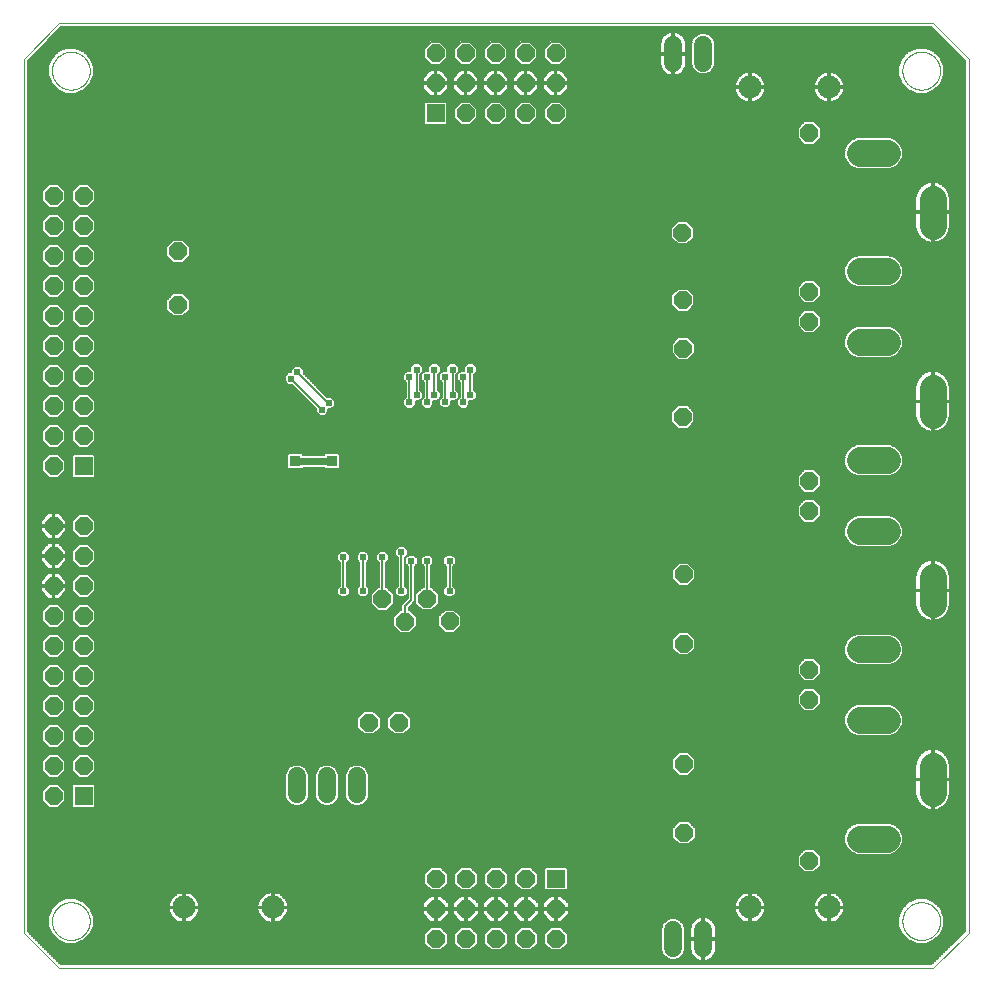
<source format=gbl>
G75*
%MOIN*%
%OFA0B0*%
%FSLAX25Y25*%
%IPPOS*%
%LPD*%
%AMOC8*
5,1,8,0,0,1.08239X$1,22.5*
%
%ADD10C,0.00000*%
%ADD11OC8,0.06000*%
%ADD12R,0.06000X0.06000*%
%ADD13C,0.08858*%
%ADD14C,0.06000*%
%ADD15C,0.07600*%
%ADD16C,0.02400*%
%ADD17C,0.00600*%
%ADD18R,0.02400X0.02400*%
%ADD19R,0.03562X0.03562*%
%ADD20R,0.02900X0.02900*%
%ADD21C,0.02400*%
D10*
X0021111Y0035200D02*
X0009300Y0047011D01*
X0009300Y0338350D01*
X0021111Y0350161D01*
X0312450Y0350161D01*
X0324261Y0338350D01*
X0324261Y0047011D01*
X0312450Y0035200D01*
X0021111Y0035200D01*
X0018749Y0050948D02*
X0018751Y0051106D01*
X0018757Y0051264D01*
X0018767Y0051422D01*
X0018781Y0051580D01*
X0018799Y0051737D01*
X0018820Y0051894D01*
X0018846Y0052050D01*
X0018876Y0052206D01*
X0018909Y0052361D01*
X0018947Y0052514D01*
X0018988Y0052667D01*
X0019033Y0052819D01*
X0019082Y0052970D01*
X0019135Y0053119D01*
X0019191Y0053267D01*
X0019251Y0053413D01*
X0019315Y0053558D01*
X0019383Y0053701D01*
X0019454Y0053843D01*
X0019528Y0053983D01*
X0019606Y0054120D01*
X0019688Y0054256D01*
X0019772Y0054390D01*
X0019861Y0054521D01*
X0019952Y0054650D01*
X0020047Y0054777D01*
X0020144Y0054902D01*
X0020245Y0055024D01*
X0020349Y0055143D01*
X0020456Y0055260D01*
X0020566Y0055374D01*
X0020679Y0055485D01*
X0020794Y0055594D01*
X0020912Y0055699D01*
X0021033Y0055801D01*
X0021156Y0055901D01*
X0021282Y0055997D01*
X0021410Y0056090D01*
X0021540Y0056180D01*
X0021673Y0056266D01*
X0021808Y0056350D01*
X0021944Y0056429D01*
X0022083Y0056506D01*
X0022224Y0056578D01*
X0022366Y0056648D01*
X0022510Y0056713D01*
X0022656Y0056775D01*
X0022803Y0056833D01*
X0022952Y0056888D01*
X0023102Y0056939D01*
X0023253Y0056986D01*
X0023405Y0057029D01*
X0023558Y0057068D01*
X0023713Y0057104D01*
X0023868Y0057135D01*
X0024024Y0057163D01*
X0024180Y0057187D01*
X0024337Y0057207D01*
X0024495Y0057223D01*
X0024652Y0057235D01*
X0024811Y0057243D01*
X0024969Y0057247D01*
X0025127Y0057247D01*
X0025285Y0057243D01*
X0025444Y0057235D01*
X0025601Y0057223D01*
X0025759Y0057207D01*
X0025916Y0057187D01*
X0026072Y0057163D01*
X0026228Y0057135D01*
X0026383Y0057104D01*
X0026538Y0057068D01*
X0026691Y0057029D01*
X0026843Y0056986D01*
X0026994Y0056939D01*
X0027144Y0056888D01*
X0027293Y0056833D01*
X0027440Y0056775D01*
X0027586Y0056713D01*
X0027730Y0056648D01*
X0027872Y0056578D01*
X0028013Y0056506D01*
X0028152Y0056429D01*
X0028288Y0056350D01*
X0028423Y0056266D01*
X0028556Y0056180D01*
X0028686Y0056090D01*
X0028814Y0055997D01*
X0028940Y0055901D01*
X0029063Y0055801D01*
X0029184Y0055699D01*
X0029302Y0055594D01*
X0029417Y0055485D01*
X0029530Y0055374D01*
X0029640Y0055260D01*
X0029747Y0055143D01*
X0029851Y0055024D01*
X0029952Y0054902D01*
X0030049Y0054777D01*
X0030144Y0054650D01*
X0030235Y0054521D01*
X0030324Y0054390D01*
X0030408Y0054256D01*
X0030490Y0054120D01*
X0030568Y0053983D01*
X0030642Y0053843D01*
X0030713Y0053701D01*
X0030781Y0053558D01*
X0030845Y0053413D01*
X0030905Y0053267D01*
X0030961Y0053119D01*
X0031014Y0052970D01*
X0031063Y0052819D01*
X0031108Y0052667D01*
X0031149Y0052514D01*
X0031187Y0052361D01*
X0031220Y0052206D01*
X0031250Y0052050D01*
X0031276Y0051894D01*
X0031297Y0051737D01*
X0031315Y0051580D01*
X0031329Y0051422D01*
X0031339Y0051264D01*
X0031345Y0051106D01*
X0031347Y0050948D01*
X0031345Y0050790D01*
X0031339Y0050632D01*
X0031329Y0050474D01*
X0031315Y0050316D01*
X0031297Y0050159D01*
X0031276Y0050002D01*
X0031250Y0049846D01*
X0031220Y0049690D01*
X0031187Y0049535D01*
X0031149Y0049382D01*
X0031108Y0049229D01*
X0031063Y0049077D01*
X0031014Y0048926D01*
X0030961Y0048777D01*
X0030905Y0048629D01*
X0030845Y0048483D01*
X0030781Y0048338D01*
X0030713Y0048195D01*
X0030642Y0048053D01*
X0030568Y0047913D01*
X0030490Y0047776D01*
X0030408Y0047640D01*
X0030324Y0047506D01*
X0030235Y0047375D01*
X0030144Y0047246D01*
X0030049Y0047119D01*
X0029952Y0046994D01*
X0029851Y0046872D01*
X0029747Y0046753D01*
X0029640Y0046636D01*
X0029530Y0046522D01*
X0029417Y0046411D01*
X0029302Y0046302D01*
X0029184Y0046197D01*
X0029063Y0046095D01*
X0028940Y0045995D01*
X0028814Y0045899D01*
X0028686Y0045806D01*
X0028556Y0045716D01*
X0028423Y0045630D01*
X0028288Y0045546D01*
X0028152Y0045467D01*
X0028013Y0045390D01*
X0027872Y0045318D01*
X0027730Y0045248D01*
X0027586Y0045183D01*
X0027440Y0045121D01*
X0027293Y0045063D01*
X0027144Y0045008D01*
X0026994Y0044957D01*
X0026843Y0044910D01*
X0026691Y0044867D01*
X0026538Y0044828D01*
X0026383Y0044792D01*
X0026228Y0044761D01*
X0026072Y0044733D01*
X0025916Y0044709D01*
X0025759Y0044689D01*
X0025601Y0044673D01*
X0025444Y0044661D01*
X0025285Y0044653D01*
X0025127Y0044649D01*
X0024969Y0044649D01*
X0024811Y0044653D01*
X0024652Y0044661D01*
X0024495Y0044673D01*
X0024337Y0044689D01*
X0024180Y0044709D01*
X0024024Y0044733D01*
X0023868Y0044761D01*
X0023713Y0044792D01*
X0023558Y0044828D01*
X0023405Y0044867D01*
X0023253Y0044910D01*
X0023102Y0044957D01*
X0022952Y0045008D01*
X0022803Y0045063D01*
X0022656Y0045121D01*
X0022510Y0045183D01*
X0022366Y0045248D01*
X0022224Y0045318D01*
X0022083Y0045390D01*
X0021944Y0045467D01*
X0021808Y0045546D01*
X0021673Y0045630D01*
X0021540Y0045716D01*
X0021410Y0045806D01*
X0021282Y0045899D01*
X0021156Y0045995D01*
X0021033Y0046095D01*
X0020912Y0046197D01*
X0020794Y0046302D01*
X0020679Y0046411D01*
X0020566Y0046522D01*
X0020456Y0046636D01*
X0020349Y0046753D01*
X0020245Y0046872D01*
X0020144Y0046994D01*
X0020047Y0047119D01*
X0019952Y0047246D01*
X0019861Y0047375D01*
X0019772Y0047506D01*
X0019688Y0047640D01*
X0019606Y0047776D01*
X0019528Y0047913D01*
X0019454Y0048053D01*
X0019383Y0048195D01*
X0019315Y0048338D01*
X0019251Y0048483D01*
X0019191Y0048629D01*
X0019135Y0048777D01*
X0019082Y0048926D01*
X0019033Y0049077D01*
X0018988Y0049229D01*
X0018947Y0049382D01*
X0018909Y0049535D01*
X0018876Y0049690D01*
X0018846Y0049846D01*
X0018820Y0050002D01*
X0018799Y0050159D01*
X0018781Y0050316D01*
X0018767Y0050474D01*
X0018757Y0050632D01*
X0018751Y0050790D01*
X0018749Y0050948D01*
X0018749Y0334413D02*
X0018751Y0334571D01*
X0018757Y0334729D01*
X0018767Y0334887D01*
X0018781Y0335045D01*
X0018799Y0335202D01*
X0018820Y0335359D01*
X0018846Y0335515D01*
X0018876Y0335671D01*
X0018909Y0335826D01*
X0018947Y0335979D01*
X0018988Y0336132D01*
X0019033Y0336284D01*
X0019082Y0336435D01*
X0019135Y0336584D01*
X0019191Y0336732D01*
X0019251Y0336878D01*
X0019315Y0337023D01*
X0019383Y0337166D01*
X0019454Y0337308D01*
X0019528Y0337448D01*
X0019606Y0337585D01*
X0019688Y0337721D01*
X0019772Y0337855D01*
X0019861Y0337986D01*
X0019952Y0338115D01*
X0020047Y0338242D01*
X0020144Y0338367D01*
X0020245Y0338489D01*
X0020349Y0338608D01*
X0020456Y0338725D01*
X0020566Y0338839D01*
X0020679Y0338950D01*
X0020794Y0339059D01*
X0020912Y0339164D01*
X0021033Y0339266D01*
X0021156Y0339366D01*
X0021282Y0339462D01*
X0021410Y0339555D01*
X0021540Y0339645D01*
X0021673Y0339731D01*
X0021808Y0339815D01*
X0021944Y0339894D01*
X0022083Y0339971D01*
X0022224Y0340043D01*
X0022366Y0340113D01*
X0022510Y0340178D01*
X0022656Y0340240D01*
X0022803Y0340298D01*
X0022952Y0340353D01*
X0023102Y0340404D01*
X0023253Y0340451D01*
X0023405Y0340494D01*
X0023558Y0340533D01*
X0023713Y0340569D01*
X0023868Y0340600D01*
X0024024Y0340628D01*
X0024180Y0340652D01*
X0024337Y0340672D01*
X0024495Y0340688D01*
X0024652Y0340700D01*
X0024811Y0340708D01*
X0024969Y0340712D01*
X0025127Y0340712D01*
X0025285Y0340708D01*
X0025444Y0340700D01*
X0025601Y0340688D01*
X0025759Y0340672D01*
X0025916Y0340652D01*
X0026072Y0340628D01*
X0026228Y0340600D01*
X0026383Y0340569D01*
X0026538Y0340533D01*
X0026691Y0340494D01*
X0026843Y0340451D01*
X0026994Y0340404D01*
X0027144Y0340353D01*
X0027293Y0340298D01*
X0027440Y0340240D01*
X0027586Y0340178D01*
X0027730Y0340113D01*
X0027872Y0340043D01*
X0028013Y0339971D01*
X0028152Y0339894D01*
X0028288Y0339815D01*
X0028423Y0339731D01*
X0028556Y0339645D01*
X0028686Y0339555D01*
X0028814Y0339462D01*
X0028940Y0339366D01*
X0029063Y0339266D01*
X0029184Y0339164D01*
X0029302Y0339059D01*
X0029417Y0338950D01*
X0029530Y0338839D01*
X0029640Y0338725D01*
X0029747Y0338608D01*
X0029851Y0338489D01*
X0029952Y0338367D01*
X0030049Y0338242D01*
X0030144Y0338115D01*
X0030235Y0337986D01*
X0030324Y0337855D01*
X0030408Y0337721D01*
X0030490Y0337585D01*
X0030568Y0337448D01*
X0030642Y0337308D01*
X0030713Y0337166D01*
X0030781Y0337023D01*
X0030845Y0336878D01*
X0030905Y0336732D01*
X0030961Y0336584D01*
X0031014Y0336435D01*
X0031063Y0336284D01*
X0031108Y0336132D01*
X0031149Y0335979D01*
X0031187Y0335826D01*
X0031220Y0335671D01*
X0031250Y0335515D01*
X0031276Y0335359D01*
X0031297Y0335202D01*
X0031315Y0335045D01*
X0031329Y0334887D01*
X0031339Y0334729D01*
X0031345Y0334571D01*
X0031347Y0334413D01*
X0031345Y0334255D01*
X0031339Y0334097D01*
X0031329Y0333939D01*
X0031315Y0333781D01*
X0031297Y0333624D01*
X0031276Y0333467D01*
X0031250Y0333311D01*
X0031220Y0333155D01*
X0031187Y0333000D01*
X0031149Y0332847D01*
X0031108Y0332694D01*
X0031063Y0332542D01*
X0031014Y0332391D01*
X0030961Y0332242D01*
X0030905Y0332094D01*
X0030845Y0331948D01*
X0030781Y0331803D01*
X0030713Y0331660D01*
X0030642Y0331518D01*
X0030568Y0331378D01*
X0030490Y0331241D01*
X0030408Y0331105D01*
X0030324Y0330971D01*
X0030235Y0330840D01*
X0030144Y0330711D01*
X0030049Y0330584D01*
X0029952Y0330459D01*
X0029851Y0330337D01*
X0029747Y0330218D01*
X0029640Y0330101D01*
X0029530Y0329987D01*
X0029417Y0329876D01*
X0029302Y0329767D01*
X0029184Y0329662D01*
X0029063Y0329560D01*
X0028940Y0329460D01*
X0028814Y0329364D01*
X0028686Y0329271D01*
X0028556Y0329181D01*
X0028423Y0329095D01*
X0028288Y0329011D01*
X0028152Y0328932D01*
X0028013Y0328855D01*
X0027872Y0328783D01*
X0027730Y0328713D01*
X0027586Y0328648D01*
X0027440Y0328586D01*
X0027293Y0328528D01*
X0027144Y0328473D01*
X0026994Y0328422D01*
X0026843Y0328375D01*
X0026691Y0328332D01*
X0026538Y0328293D01*
X0026383Y0328257D01*
X0026228Y0328226D01*
X0026072Y0328198D01*
X0025916Y0328174D01*
X0025759Y0328154D01*
X0025601Y0328138D01*
X0025444Y0328126D01*
X0025285Y0328118D01*
X0025127Y0328114D01*
X0024969Y0328114D01*
X0024811Y0328118D01*
X0024652Y0328126D01*
X0024495Y0328138D01*
X0024337Y0328154D01*
X0024180Y0328174D01*
X0024024Y0328198D01*
X0023868Y0328226D01*
X0023713Y0328257D01*
X0023558Y0328293D01*
X0023405Y0328332D01*
X0023253Y0328375D01*
X0023102Y0328422D01*
X0022952Y0328473D01*
X0022803Y0328528D01*
X0022656Y0328586D01*
X0022510Y0328648D01*
X0022366Y0328713D01*
X0022224Y0328783D01*
X0022083Y0328855D01*
X0021944Y0328932D01*
X0021808Y0329011D01*
X0021673Y0329095D01*
X0021540Y0329181D01*
X0021410Y0329271D01*
X0021282Y0329364D01*
X0021156Y0329460D01*
X0021033Y0329560D01*
X0020912Y0329662D01*
X0020794Y0329767D01*
X0020679Y0329876D01*
X0020566Y0329987D01*
X0020456Y0330101D01*
X0020349Y0330218D01*
X0020245Y0330337D01*
X0020144Y0330459D01*
X0020047Y0330584D01*
X0019952Y0330711D01*
X0019861Y0330840D01*
X0019772Y0330971D01*
X0019688Y0331105D01*
X0019606Y0331241D01*
X0019528Y0331378D01*
X0019454Y0331518D01*
X0019383Y0331660D01*
X0019315Y0331803D01*
X0019251Y0331948D01*
X0019191Y0332094D01*
X0019135Y0332242D01*
X0019082Y0332391D01*
X0019033Y0332542D01*
X0018988Y0332694D01*
X0018947Y0332847D01*
X0018909Y0333000D01*
X0018876Y0333155D01*
X0018846Y0333311D01*
X0018820Y0333467D01*
X0018799Y0333624D01*
X0018781Y0333781D01*
X0018767Y0333939D01*
X0018757Y0334097D01*
X0018751Y0334255D01*
X0018749Y0334413D01*
X0302214Y0334413D02*
X0302216Y0334571D01*
X0302222Y0334729D01*
X0302232Y0334887D01*
X0302246Y0335045D01*
X0302264Y0335202D01*
X0302285Y0335359D01*
X0302311Y0335515D01*
X0302341Y0335671D01*
X0302374Y0335826D01*
X0302412Y0335979D01*
X0302453Y0336132D01*
X0302498Y0336284D01*
X0302547Y0336435D01*
X0302600Y0336584D01*
X0302656Y0336732D01*
X0302716Y0336878D01*
X0302780Y0337023D01*
X0302848Y0337166D01*
X0302919Y0337308D01*
X0302993Y0337448D01*
X0303071Y0337585D01*
X0303153Y0337721D01*
X0303237Y0337855D01*
X0303326Y0337986D01*
X0303417Y0338115D01*
X0303512Y0338242D01*
X0303609Y0338367D01*
X0303710Y0338489D01*
X0303814Y0338608D01*
X0303921Y0338725D01*
X0304031Y0338839D01*
X0304144Y0338950D01*
X0304259Y0339059D01*
X0304377Y0339164D01*
X0304498Y0339266D01*
X0304621Y0339366D01*
X0304747Y0339462D01*
X0304875Y0339555D01*
X0305005Y0339645D01*
X0305138Y0339731D01*
X0305273Y0339815D01*
X0305409Y0339894D01*
X0305548Y0339971D01*
X0305689Y0340043D01*
X0305831Y0340113D01*
X0305975Y0340178D01*
X0306121Y0340240D01*
X0306268Y0340298D01*
X0306417Y0340353D01*
X0306567Y0340404D01*
X0306718Y0340451D01*
X0306870Y0340494D01*
X0307023Y0340533D01*
X0307178Y0340569D01*
X0307333Y0340600D01*
X0307489Y0340628D01*
X0307645Y0340652D01*
X0307802Y0340672D01*
X0307960Y0340688D01*
X0308117Y0340700D01*
X0308276Y0340708D01*
X0308434Y0340712D01*
X0308592Y0340712D01*
X0308750Y0340708D01*
X0308909Y0340700D01*
X0309066Y0340688D01*
X0309224Y0340672D01*
X0309381Y0340652D01*
X0309537Y0340628D01*
X0309693Y0340600D01*
X0309848Y0340569D01*
X0310003Y0340533D01*
X0310156Y0340494D01*
X0310308Y0340451D01*
X0310459Y0340404D01*
X0310609Y0340353D01*
X0310758Y0340298D01*
X0310905Y0340240D01*
X0311051Y0340178D01*
X0311195Y0340113D01*
X0311337Y0340043D01*
X0311478Y0339971D01*
X0311617Y0339894D01*
X0311753Y0339815D01*
X0311888Y0339731D01*
X0312021Y0339645D01*
X0312151Y0339555D01*
X0312279Y0339462D01*
X0312405Y0339366D01*
X0312528Y0339266D01*
X0312649Y0339164D01*
X0312767Y0339059D01*
X0312882Y0338950D01*
X0312995Y0338839D01*
X0313105Y0338725D01*
X0313212Y0338608D01*
X0313316Y0338489D01*
X0313417Y0338367D01*
X0313514Y0338242D01*
X0313609Y0338115D01*
X0313700Y0337986D01*
X0313789Y0337855D01*
X0313873Y0337721D01*
X0313955Y0337585D01*
X0314033Y0337448D01*
X0314107Y0337308D01*
X0314178Y0337166D01*
X0314246Y0337023D01*
X0314310Y0336878D01*
X0314370Y0336732D01*
X0314426Y0336584D01*
X0314479Y0336435D01*
X0314528Y0336284D01*
X0314573Y0336132D01*
X0314614Y0335979D01*
X0314652Y0335826D01*
X0314685Y0335671D01*
X0314715Y0335515D01*
X0314741Y0335359D01*
X0314762Y0335202D01*
X0314780Y0335045D01*
X0314794Y0334887D01*
X0314804Y0334729D01*
X0314810Y0334571D01*
X0314812Y0334413D01*
X0314810Y0334255D01*
X0314804Y0334097D01*
X0314794Y0333939D01*
X0314780Y0333781D01*
X0314762Y0333624D01*
X0314741Y0333467D01*
X0314715Y0333311D01*
X0314685Y0333155D01*
X0314652Y0333000D01*
X0314614Y0332847D01*
X0314573Y0332694D01*
X0314528Y0332542D01*
X0314479Y0332391D01*
X0314426Y0332242D01*
X0314370Y0332094D01*
X0314310Y0331948D01*
X0314246Y0331803D01*
X0314178Y0331660D01*
X0314107Y0331518D01*
X0314033Y0331378D01*
X0313955Y0331241D01*
X0313873Y0331105D01*
X0313789Y0330971D01*
X0313700Y0330840D01*
X0313609Y0330711D01*
X0313514Y0330584D01*
X0313417Y0330459D01*
X0313316Y0330337D01*
X0313212Y0330218D01*
X0313105Y0330101D01*
X0312995Y0329987D01*
X0312882Y0329876D01*
X0312767Y0329767D01*
X0312649Y0329662D01*
X0312528Y0329560D01*
X0312405Y0329460D01*
X0312279Y0329364D01*
X0312151Y0329271D01*
X0312021Y0329181D01*
X0311888Y0329095D01*
X0311753Y0329011D01*
X0311617Y0328932D01*
X0311478Y0328855D01*
X0311337Y0328783D01*
X0311195Y0328713D01*
X0311051Y0328648D01*
X0310905Y0328586D01*
X0310758Y0328528D01*
X0310609Y0328473D01*
X0310459Y0328422D01*
X0310308Y0328375D01*
X0310156Y0328332D01*
X0310003Y0328293D01*
X0309848Y0328257D01*
X0309693Y0328226D01*
X0309537Y0328198D01*
X0309381Y0328174D01*
X0309224Y0328154D01*
X0309066Y0328138D01*
X0308909Y0328126D01*
X0308750Y0328118D01*
X0308592Y0328114D01*
X0308434Y0328114D01*
X0308276Y0328118D01*
X0308117Y0328126D01*
X0307960Y0328138D01*
X0307802Y0328154D01*
X0307645Y0328174D01*
X0307489Y0328198D01*
X0307333Y0328226D01*
X0307178Y0328257D01*
X0307023Y0328293D01*
X0306870Y0328332D01*
X0306718Y0328375D01*
X0306567Y0328422D01*
X0306417Y0328473D01*
X0306268Y0328528D01*
X0306121Y0328586D01*
X0305975Y0328648D01*
X0305831Y0328713D01*
X0305689Y0328783D01*
X0305548Y0328855D01*
X0305409Y0328932D01*
X0305273Y0329011D01*
X0305138Y0329095D01*
X0305005Y0329181D01*
X0304875Y0329271D01*
X0304747Y0329364D01*
X0304621Y0329460D01*
X0304498Y0329560D01*
X0304377Y0329662D01*
X0304259Y0329767D01*
X0304144Y0329876D01*
X0304031Y0329987D01*
X0303921Y0330101D01*
X0303814Y0330218D01*
X0303710Y0330337D01*
X0303609Y0330459D01*
X0303512Y0330584D01*
X0303417Y0330711D01*
X0303326Y0330840D01*
X0303237Y0330971D01*
X0303153Y0331105D01*
X0303071Y0331241D01*
X0302993Y0331378D01*
X0302919Y0331518D01*
X0302848Y0331660D01*
X0302780Y0331803D01*
X0302716Y0331948D01*
X0302656Y0332094D01*
X0302600Y0332242D01*
X0302547Y0332391D01*
X0302498Y0332542D01*
X0302453Y0332694D01*
X0302412Y0332847D01*
X0302374Y0333000D01*
X0302341Y0333155D01*
X0302311Y0333311D01*
X0302285Y0333467D01*
X0302264Y0333624D01*
X0302246Y0333781D01*
X0302232Y0333939D01*
X0302222Y0334097D01*
X0302216Y0334255D01*
X0302214Y0334413D01*
X0302214Y0050948D02*
X0302216Y0051106D01*
X0302222Y0051264D01*
X0302232Y0051422D01*
X0302246Y0051580D01*
X0302264Y0051737D01*
X0302285Y0051894D01*
X0302311Y0052050D01*
X0302341Y0052206D01*
X0302374Y0052361D01*
X0302412Y0052514D01*
X0302453Y0052667D01*
X0302498Y0052819D01*
X0302547Y0052970D01*
X0302600Y0053119D01*
X0302656Y0053267D01*
X0302716Y0053413D01*
X0302780Y0053558D01*
X0302848Y0053701D01*
X0302919Y0053843D01*
X0302993Y0053983D01*
X0303071Y0054120D01*
X0303153Y0054256D01*
X0303237Y0054390D01*
X0303326Y0054521D01*
X0303417Y0054650D01*
X0303512Y0054777D01*
X0303609Y0054902D01*
X0303710Y0055024D01*
X0303814Y0055143D01*
X0303921Y0055260D01*
X0304031Y0055374D01*
X0304144Y0055485D01*
X0304259Y0055594D01*
X0304377Y0055699D01*
X0304498Y0055801D01*
X0304621Y0055901D01*
X0304747Y0055997D01*
X0304875Y0056090D01*
X0305005Y0056180D01*
X0305138Y0056266D01*
X0305273Y0056350D01*
X0305409Y0056429D01*
X0305548Y0056506D01*
X0305689Y0056578D01*
X0305831Y0056648D01*
X0305975Y0056713D01*
X0306121Y0056775D01*
X0306268Y0056833D01*
X0306417Y0056888D01*
X0306567Y0056939D01*
X0306718Y0056986D01*
X0306870Y0057029D01*
X0307023Y0057068D01*
X0307178Y0057104D01*
X0307333Y0057135D01*
X0307489Y0057163D01*
X0307645Y0057187D01*
X0307802Y0057207D01*
X0307960Y0057223D01*
X0308117Y0057235D01*
X0308276Y0057243D01*
X0308434Y0057247D01*
X0308592Y0057247D01*
X0308750Y0057243D01*
X0308909Y0057235D01*
X0309066Y0057223D01*
X0309224Y0057207D01*
X0309381Y0057187D01*
X0309537Y0057163D01*
X0309693Y0057135D01*
X0309848Y0057104D01*
X0310003Y0057068D01*
X0310156Y0057029D01*
X0310308Y0056986D01*
X0310459Y0056939D01*
X0310609Y0056888D01*
X0310758Y0056833D01*
X0310905Y0056775D01*
X0311051Y0056713D01*
X0311195Y0056648D01*
X0311337Y0056578D01*
X0311478Y0056506D01*
X0311617Y0056429D01*
X0311753Y0056350D01*
X0311888Y0056266D01*
X0312021Y0056180D01*
X0312151Y0056090D01*
X0312279Y0055997D01*
X0312405Y0055901D01*
X0312528Y0055801D01*
X0312649Y0055699D01*
X0312767Y0055594D01*
X0312882Y0055485D01*
X0312995Y0055374D01*
X0313105Y0055260D01*
X0313212Y0055143D01*
X0313316Y0055024D01*
X0313417Y0054902D01*
X0313514Y0054777D01*
X0313609Y0054650D01*
X0313700Y0054521D01*
X0313789Y0054390D01*
X0313873Y0054256D01*
X0313955Y0054120D01*
X0314033Y0053983D01*
X0314107Y0053843D01*
X0314178Y0053701D01*
X0314246Y0053558D01*
X0314310Y0053413D01*
X0314370Y0053267D01*
X0314426Y0053119D01*
X0314479Y0052970D01*
X0314528Y0052819D01*
X0314573Y0052667D01*
X0314614Y0052514D01*
X0314652Y0052361D01*
X0314685Y0052206D01*
X0314715Y0052050D01*
X0314741Y0051894D01*
X0314762Y0051737D01*
X0314780Y0051580D01*
X0314794Y0051422D01*
X0314804Y0051264D01*
X0314810Y0051106D01*
X0314812Y0050948D01*
X0314810Y0050790D01*
X0314804Y0050632D01*
X0314794Y0050474D01*
X0314780Y0050316D01*
X0314762Y0050159D01*
X0314741Y0050002D01*
X0314715Y0049846D01*
X0314685Y0049690D01*
X0314652Y0049535D01*
X0314614Y0049382D01*
X0314573Y0049229D01*
X0314528Y0049077D01*
X0314479Y0048926D01*
X0314426Y0048777D01*
X0314370Y0048629D01*
X0314310Y0048483D01*
X0314246Y0048338D01*
X0314178Y0048195D01*
X0314107Y0048053D01*
X0314033Y0047913D01*
X0313955Y0047776D01*
X0313873Y0047640D01*
X0313789Y0047506D01*
X0313700Y0047375D01*
X0313609Y0047246D01*
X0313514Y0047119D01*
X0313417Y0046994D01*
X0313316Y0046872D01*
X0313212Y0046753D01*
X0313105Y0046636D01*
X0312995Y0046522D01*
X0312882Y0046411D01*
X0312767Y0046302D01*
X0312649Y0046197D01*
X0312528Y0046095D01*
X0312405Y0045995D01*
X0312279Y0045899D01*
X0312151Y0045806D01*
X0312021Y0045716D01*
X0311888Y0045630D01*
X0311753Y0045546D01*
X0311617Y0045467D01*
X0311478Y0045390D01*
X0311337Y0045318D01*
X0311195Y0045248D01*
X0311051Y0045183D01*
X0310905Y0045121D01*
X0310758Y0045063D01*
X0310609Y0045008D01*
X0310459Y0044957D01*
X0310308Y0044910D01*
X0310156Y0044867D01*
X0310003Y0044828D01*
X0309848Y0044792D01*
X0309693Y0044761D01*
X0309537Y0044733D01*
X0309381Y0044709D01*
X0309224Y0044689D01*
X0309066Y0044673D01*
X0308909Y0044661D01*
X0308750Y0044653D01*
X0308592Y0044649D01*
X0308434Y0044649D01*
X0308276Y0044653D01*
X0308117Y0044661D01*
X0307960Y0044673D01*
X0307802Y0044689D01*
X0307645Y0044709D01*
X0307489Y0044733D01*
X0307333Y0044761D01*
X0307178Y0044792D01*
X0307023Y0044828D01*
X0306870Y0044867D01*
X0306718Y0044910D01*
X0306567Y0044957D01*
X0306417Y0045008D01*
X0306268Y0045063D01*
X0306121Y0045121D01*
X0305975Y0045183D01*
X0305831Y0045248D01*
X0305689Y0045318D01*
X0305548Y0045390D01*
X0305409Y0045467D01*
X0305273Y0045546D01*
X0305138Y0045630D01*
X0305005Y0045716D01*
X0304875Y0045806D01*
X0304747Y0045899D01*
X0304621Y0045995D01*
X0304498Y0046095D01*
X0304377Y0046197D01*
X0304259Y0046302D01*
X0304144Y0046411D01*
X0304031Y0046522D01*
X0303921Y0046636D01*
X0303814Y0046753D01*
X0303710Y0046872D01*
X0303609Y0046994D01*
X0303512Y0047119D01*
X0303417Y0047246D01*
X0303326Y0047375D01*
X0303237Y0047506D01*
X0303153Y0047640D01*
X0303071Y0047776D01*
X0302993Y0047913D01*
X0302919Y0048053D01*
X0302848Y0048195D01*
X0302780Y0048338D01*
X0302716Y0048483D01*
X0302656Y0048629D01*
X0302600Y0048777D01*
X0302547Y0048926D01*
X0302498Y0049077D01*
X0302453Y0049229D01*
X0302412Y0049382D01*
X0302374Y0049535D01*
X0302341Y0049690D01*
X0302311Y0049846D01*
X0302285Y0050002D01*
X0302264Y0050159D01*
X0302246Y0050316D01*
X0302232Y0050474D01*
X0302222Y0050632D01*
X0302216Y0050790D01*
X0302214Y0050948D01*
D11*
X0271200Y0071100D03*
X0229400Y0080400D03*
X0229300Y0103300D03*
X0229300Y0143400D03*
X0229300Y0166500D03*
X0271200Y0187700D03*
X0271200Y0197700D03*
X0229000Y0219000D03*
X0229200Y0241800D03*
X0229000Y0257900D03*
X0228900Y0280400D03*
X0271200Y0260800D03*
X0271200Y0250800D03*
X0271200Y0313700D03*
X0186600Y0320200D03*
X0186600Y0330200D03*
X0186600Y0340200D03*
X0176600Y0340200D03*
X0176600Y0330200D03*
X0176600Y0320200D03*
X0166600Y0320200D03*
X0166600Y0330200D03*
X0166600Y0340200D03*
X0156600Y0340200D03*
X0156600Y0330200D03*
X0156600Y0320200D03*
X0146600Y0330200D03*
X0146600Y0340200D03*
X0060800Y0274200D03*
X0060800Y0256400D03*
X0029261Y0252661D03*
X0029261Y0262661D03*
X0029261Y0272661D03*
X0029261Y0282661D03*
X0029261Y0292661D03*
X0019261Y0292661D03*
X0019261Y0282661D03*
X0019261Y0272661D03*
X0019261Y0262661D03*
X0019261Y0252661D03*
X0019261Y0242661D03*
X0019261Y0232661D03*
X0029261Y0232661D03*
X0029261Y0242661D03*
X0029261Y0222661D03*
X0029261Y0212661D03*
X0019261Y0212661D03*
X0019261Y0222661D03*
X0019261Y0202661D03*
X0019261Y0182661D03*
X0029261Y0182661D03*
X0029261Y0172661D03*
X0029261Y0162661D03*
X0029261Y0152661D03*
X0029261Y0142661D03*
X0029261Y0132661D03*
X0029261Y0122661D03*
X0029261Y0112661D03*
X0029261Y0102661D03*
X0019261Y0102661D03*
X0019261Y0092661D03*
X0019261Y0112661D03*
X0019261Y0122661D03*
X0019261Y0132661D03*
X0019261Y0142661D03*
X0019261Y0152661D03*
X0019261Y0162661D03*
X0019261Y0172661D03*
X0124400Y0117100D03*
X0134400Y0117100D03*
X0136400Y0150800D03*
X0128900Y0158300D03*
X0143800Y0158400D03*
X0151300Y0150900D03*
X0146700Y0065100D03*
X0146700Y0055100D03*
X0146700Y0045100D03*
X0156700Y0045100D03*
X0156700Y0055100D03*
X0156700Y0065100D03*
X0166700Y0065100D03*
X0166700Y0055100D03*
X0166700Y0045100D03*
X0176700Y0045100D03*
X0176700Y0055100D03*
X0176700Y0065100D03*
X0186700Y0055100D03*
X0186700Y0045100D03*
X0271200Y0124800D03*
X0271200Y0134800D03*
D12*
X0186700Y0065100D03*
X0029261Y0092661D03*
X0029261Y0202661D03*
X0146600Y0320200D03*
D13*
X0288186Y0306877D02*
X0297044Y0306877D01*
X0312300Y0291621D02*
X0312300Y0282763D01*
X0297044Y0267507D02*
X0288186Y0267507D01*
X0288186Y0243869D02*
X0297044Y0243869D01*
X0312300Y0228613D02*
X0312300Y0219755D01*
X0297044Y0204499D02*
X0288186Y0204499D01*
X0288186Y0180861D02*
X0297044Y0180861D01*
X0312300Y0165606D02*
X0312300Y0156747D01*
X0297044Y0141491D02*
X0288186Y0141491D01*
X0288186Y0117854D02*
X0297044Y0117854D01*
X0312300Y0102598D02*
X0312300Y0093739D01*
X0297044Y0078483D02*
X0288186Y0078483D01*
D14*
X0235800Y0048000D02*
X0235800Y0042000D01*
X0225800Y0042000D02*
X0225800Y0048000D01*
X0120400Y0093200D02*
X0120400Y0099200D01*
X0110400Y0099200D02*
X0110400Y0093200D01*
X0100400Y0093200D02*
X0100400Y0099200D01*
X0225800Y0337100D02*
X0225800Y0343100D01*
X0235800Y0343100D02*
X0235800Y0337100D01*
D15*
X0251400Y0328900D03*
X0277700Y0328900D03*
X0277700Y0055500D03*
X0251400Y0055500D03*
X0092300Y0055500D03*
X0062800Y0055500D03*
D16*
X0115900Y0161000D03*
X0122400Y0161000D03*
X0122400Y0172243D03*
X0115900Y0172200D03*
X0128900Y0172200D03*
X0135200Y0173900D03*
X0138500Y0171000D03*
X0143800Y0171000D03*
X0151300Y0171000D03*
X0151300Y0161000D03*
X0135200Y0161000D03*
X0108800Y0221400D03*
X0111000Y0223600D03*
X0100521Y0233921D03*
X0098400Y0231800D03*
X0137900Y0232300D03*
X0140300Y0234800D03*
X0143800Y0232300D03*
X0146200Y0234800D03*
X0149800Y0232300D03*
X0152300Y0234800D03*
X0155800Y0232300D03*
X0158200Y0234800D03*
X0158200Y0226300D03*
X0155800Y0223857D03*
X0152300Y0226300D03*
X0149800Y0223957D03*
X0146200Y0226300D03*
X0143800Y0223857D03*
X0140300Y0226300D03*
X0137900Y0223857D03*
D17*
X0137900Y0232300D01*
X0136317Y0230913D02*
X0105226Y0230913D01*
X0104628Y0231512D02*
X0135800Y0231512D01*
X0135800Y0231430D02*
X0136700Y0230530D01*
X0136700Y0225627D01*
X0135800Y0224727D01*
X0135800Y0222987D01*
X0137030Y0221757D01*
X0138770Y0221757D01*
X0140000Y0222987D01*
X0140000Y0224200D01*
X0141170Y0224200D01*
X0142400Y0225430D01*
X0142400Y0227170D01*
X0141500Y0228070D01*
X0141500Y0233030D01*
X0142400Y0233930D01*
X0142400Y0235670D01*
X0141170Y0236900D01*
X0139430Y0236900D01*
X0138200Y0235670D01*
X0138200Y0234400D01*
X0137030Y0234400D01*
X0135800Y0233170D01*
X0135800Y0231430D01*
X0135800Y0232110D02*
X0104029Y0232110D01*
X0103431Y0232709D02*
X0135800Y0232709D01*
X0135937Y0233307D02*
X0102832Y0233307D01*
X0102621Y0233518D02*
X0102621Y0234791D01*
X0101391Y0236021D01*
X0099651Y0236021D01*
X0098421Y0234791D01*
X0098421Y0233900D01*
X0097530Y0233900D01*
X0096300Y0232670D01*
X0096300Y0230930D01*
X0097530Y0229700D01*
X0098803Y0229700D01*
X0106700Y0221803D01*
X0106700Y0220530D01*
X0107930Y0219300D01*
X0109670Y0219300D01*
X0110900Y0220530D01*
X0110900Y0221500D01*
X0111870Y0221500D01*
X0113100Y0222730D01*
X0113100Y0224470D01*
X0111870Y0225700D01*
X0110440Y0225700D01*
X0102621Y0233518D01*
X0102621Y0233906D02*
X0136536Y0233906D01*
X0138200Y0234504D02*
X0102621Y0234504D01*
X0102310Y0235103D02*
X0138200Y0235103D01*
X0138231Y0235701D02*
X0101711Y0235701D01*
X0100521Y0233921D02*
X0110843Y0223600D01*
X0111000Y0223600D01*
X0113100Y0223731D02*
X0135800Y0223731D01*
X0135800Y0223133D02*
X0113100Y0223133D01*
X0112904Y0222534D02*
X0136253Y0222534D01*
X0136852Y0221936D02*
X0112305Y0221936D01*
X0110900Y0221337D02*
X0225822Y0221337D01*
X0226420Y0221936D02*
X0156848Y0221936D01*
X0156670Y0221757D02*
X0157900Y0222987D01*
X0157900Y0224200D01*
X0159070Y0224200D01*
X0160300Y0225430D01*
X0160300Y0227170D01*
X0159400Y0228070D01*
X0159400Y0233030D01*
X0160300Y0233930D01*
X0160300Y0235670D01*
X0159070Y0236900D01*
X0157330Y0236900D01*
X0156100Y0235670D01*
X0156100Y0234400D01*
X0154930Y0234400D01*
X0153700Y0233170D01*
X0153700Y0231430D01*
X0154600Y0230530D01*
X0154600Y0225627D01*
X0153700Y0224727D01*
X0153700Y0222987D01*
X0154930Y0221757D01*
X0156670Y0221757D01*
X0157447Y0222534D02*
X0227019Y0222534D01*
X0227385Y0222900D02*
X0225100Y0220615D01*
X0225100Y0217385D01*
X0227385Y0215100D01*
X0230615Y0215100D01*
X0232900Y0217385D01*
X0232900Y0220615D01*
X0230615Y0222900D01*
X0227385Y0222900D01*
X0225223Y0220739D02*
X0110900Y0220739D01*
X0110510Y0220140D02*
X0225100Y0220140D01*
X0225100Y0219541D02*
X0109911Y0219541D01*
X0108800Y0221400D02*
X0098400Y0231800D01*
X0096915Y0230315D02*
X0032430Y0230315D01*
X0033029Y0230913D02*
X0096317Y0230913D01*
X0096300Y0231512D02*
X0033161Y0231512D01*
X0033161Y0231045D02*
X0033161Y0234276D01*
X0030876Y0236561D01*
X0027645Y0236561D01*
X0025361Y0234276D01*
X0025361Y0231045D01*
X0027645Y0228761D01*
X0030876Y0228761D01*
X0033161Y0231045D01*
X0033161Y0232110D02*
X0096300Y0232110D01*
X0096339Y0232709D02*
X0033161Y0232709D01*
X0033161Y0233307D02*
X0096937Y0233307D01*
X0098421Y0233906D02*
X0033161Y0233906D01*
X0032932Y0234504D02*
X0098421Y0234504D01*
X0098733Y0235103D02*
X0032334Y0235103D01*
X0031735Y0235701D02*
X0099331Y0235701D01*
X0097514Y0229716D02*
X0031832Y0229716D01*
X0031233Y0229118D02*
X0099385Y0229118D01*
X0099984Y0228519D02*
X0010600Y0228519D01*
X0010600Y0227921D02*
X0100582Y0227921D01*
X0101181Y0227322D02*
X0010600Y0227322D01*
X0010600Y0226724D02*
X0101779Y0226724D01*
X0102378Y0226125D02*
X0031312Y0226125D01*
X0030876Y0226561D02*
X0027645Y0226561D01*
X0025361Y0224276D01*
X0025361Y0221045D01*
X0027645Y0218761D01*
X0030876Y0218761D01*
X0033161Y0221045D01*
X0033161Y0224276D01*
X0030876Y0226561D01*
X0031910Y0225527D02*
X0102976Y0225527D01*
X0103575Y0224928D02*
X0032509Y0224928D01*
X0033107Y0224330D02*
X0104173Y0224330D01*
X0104772Y0223731D02*
X0033161Y0223731D01*
X0033161Y0223133D02*
X0105370Y0223133D01*
X0105969Y0222534D02*
X0033161Y0222534D01*
X0033161Y0221936D02*
X0106567Y0221936D01*
X0106700Y0221337D02*
X0033161Y0221337D01*
X0032854Y0220739D02*
X0106700Y0220739D01*
X0107090Y0220140D02*
X0032255Y0220140D01*
X0031657Y0219541D02*
X0107689Y0219541D01*
X0110015Y0226125D02*
X0136700Y0226125D01*
X0136700Y0226724D02*
X0109416Y0226724D01*
X0108818Y0227322D02*
X0136700Y0227322D01*
X0136700Y0227921D02*
X0108219Y0227921D01*
X0107621Y0228519D02*
X0136700Y0228519D01*
X0136700Y0229118D02*
X0107022Y0229118D01*
X0106423Y0229716D02*
X0136700Y0229716D01*
X0136700Y0230315D02*
X0105825Y0230315D01*
X0112043Y0225527D02*
X0136599Y0225527D01*
X0136001Y0224928D02*
X0112642Y0224928D01*
X0113100Y0224330D02*
X0135800Y0224330D01*
X0138948Y0221936D02*
X0142752Y0221936D01*
X0142930Y0221757D02*
X0144670Y0221757D01*
X0145900Y0222987D01*
X0145900Y0224200D01*
X0147070Y0224200D01*
X0148300Y0225430D01*
X0148300Y0227170D01*
X0147400Y0228070D01*
X0147400Y0233030D01*
X0148300Y0233930D01*
X0148300Y0235670D01*
X0147070Y0236900D01*
X0145330Y0236900D01*
X0144100Y0235670D01*
X0144100Y0234400D01*
X0142930Y0234400D01*
X0141700Y0233170D01*
X0141700Y0231430D01*
X0142600Y0230530D01*
X0142600Y0225627D01*
X0141700Y0224727D01*
X0141700Y0222987D01*
X0142930Y0221757D01*
X0142153Y0222534D02*
X0139547Y0222534D01*
X0140000Y0223133D02*
X0141700Y0223133D01*
X0141700Y0223731D02*
X0140000Y0223731D01*
X0141299Y0224330D02*
X0141700Y0224330D01*
X0141898Y0224928D02*
X0141901Y0224928D01*
X0142400Y0225527D02*
X0142499Y0225527D01*
X0142400Y0226125D02*
X0142600Y0226125D01*
X0142600Y0226724D02*
X0142400Y0226724D01*
X0142248Y0227322D02*
X0142600Y0227322D01*
X0142600Y0227921D02*
X0141649Y0227921D01*
X0141500Y0228519D02*
X0142600Y0228519D01*
X0142600Y0229118D02*
X0141500Y0229118D01*
X0141500Y0229716D02*
X0142600Y0229716D01*
X0142600Y0230315D02*
X0141500Y0230315D01*
X0141500Y0230913D02*
X0142217Y0230913D01*
X0141700Y0231512D02*
X0141500Y0231512D01*
X0141500Y0232110D02*
X0141700Y0232110D01*
X0141700Y0232709D02*
X0141500Y0232709D01*
X0141777Y0233307D02*
X0141837Y0233307D01*
X0142376Y0233906D02*
X0142436Y0233906D01*
X0142400Y0234504D02*
X0144100Y0234504D01*
X0144100Y0235103D02*
X0142400Y0235103D01*
X0142369Y0235701D02*
X0144131Y0235701D01*
X0144730Y0236300D02*
X0141770Y0236300D01*
X0141172Y0236898D02*
X0145328Y0236898D01*
X0147072Y0236898D02*
X0151428Y0236898D01*
X0151430Y0236900D02*
X0150200Y0235670D01*
X0150200Y0234400D01*
X0148930Y0234400D01*
X0147700Y0233170D01*
X0147700Y0231430D01*
X0148600Y0230530D01*
X0148600Y0225727D01*
X0147700Y0224827D01*
X0147700Y0223087D01*
X0148930Y0221857D01*
X0150670Y0221857D01*
X0151900Y0223087D01*
X0151900Y0224200D01*
X0153170Y0224200D01*
X0154400Y0225430D01*
X0154400Y0227170D01*
X0153500Y0228070D01*
X0153500Y0233030D01*
X0154400Y0233930D01*
X0154400Y0235670D01*
X0153170Y0236900D01*
X0151430Y0236900D01*
X0150830Y0236300D02*
X0147670Y0236300D01*
X0148269Y0235701D02*
X0150231Y0235701D01*
X0150200Y0235103D02*
X0148300Y0235103D01*
X0148300Y0234504D02*
X0150200Y0234504D01*
X0148436Y0233906D02*
X0148276Y0233906D01*
X0147837Y0233307D02*
X0147677Y0233307D01*
X0147700Y0232709D02*
X0147400Y0232709D01*
X0147400Y0232110D02*
X0147700Y0232110D01*
X0147700Y0231512D02*
X0147400Y0231512D01*
X0147400Y0230913D02*
X0148217Y0230913D01*
X0148600Y0230315D02*
X0147400Y0230315D01*
X0147400Y0229716D02*
X0148600Y0229716D01*
X0148600Y0229118D02*
X0147400Y0229118D01*
X0147400Y0228519D02*
X0148600Y0228519D01*
X0148600Y0227921D02*
X0147549Y0227921D01*
X0148148Y0227322D02*
X0148600Y0227322D01*
X0148600Y0226724D02*
X0148300Y0226724D01*
X0148300Y0226125D02*
X0148600Y0226125D01*
X0148399Y0225527D02*
X0148300Y0225527D01*
X0147801Y0224928D02*
X0147798Y0224928D01*
X0147700Y0224330D02*
X0147199Y0224330D01*
X0147700Y0223731D02*
X0145900Y0223731D01*
X0145900Y0223133D02*
X0147700Y0223133D01*
X0148253Y0222534D02*
X0145447Y0222534D01*
X0144848Y0221936D02*
X0148852Y0221936D01*
X0150748Y0221936D02*
X0154752Y0221936D01*
X0154153Y0222534D02*
X0151347Y0222534D01*
X0151900Y0223133D02*
X0153700Y0223133D01*
X0153700Y0223731D02*
X0151900Y0223731D01*
X0153299Y0224330D02*
X0153700Y0224330D01*
X0153898Y0224928D02*
X0153901Y0224928D01*
X0154400Y0225527D02*
X0154499Y0225527D01*
X0154400Y0226125D02*
X0154600Y0226125D01*
X0154600Y0226724D02*
X0154400Y0226724D01*
X0154248Y0227322D02*
X0154600Y0227322D01*
X0154600Y0227921D02*
X0153649Y0227921D01*
X0153500Y0228519D02*
X0154600Y0228519D01*
X0154600Y0229118D02*
X0153500Y0229118D01*
X0153500Y0229716D02*
X0154600Y0229716D01*
X0154600Y0230315D02*
X0153500Y0230315D01*
X0153500Y0230913D02*
X0154217Y0230913D01*
X0153700Y0231512D02*
X0153500Y0231512D01*
X0153500Y0232110D02*
X0153700Y0232110D01*
X0153700Y0232709D02*
X0153500Y0232709D01*
X0153777Y0233307D02*
X0153837Y0233307D01*
X0154376Y0233906D02*
X0154436Y0233906D01*
X0154400Y0234504D02*
X0156100Y0234504D01*
X0156100Y0235103D02*
X0154400Y0235103D01*
X0154369Y0235701D02*
X0156131Y0235701D01*
X0156730Y0236300D02*
X0153770Y0236300D01*
X0153172Y0236898D02*
X0157328Y0236898D01*
X0159072Y0236898D02*
X0322961Y0236898D01*
X0322961Y0236300D02*
X0159670Y0236300D01*
X0160269Y0235701D02*
X0322961Y0235701D01*
X0322961Y0235103D02*
X0160300Y0235103D01*
X0160300Y0234504D02*
X0322961Y0234504D01*
X0322961Y0233906D02*
X0314533Y0233906D01*
X0314499Y0233923D02*
X0313642Y0234201D01*
X0312751Y0234343D01*
X0312600Y0234343D01*
X0312600Y0224484D01*
X0318029Y0224484D01*
X0318029Y0229064D01*
X0317888Y0229955D01*
X0317609Y0230813D01*
X0317200Y0231616D01*
X0316670Y0232346D01*
X0316032Y0232983D01*
X0315303Y0233513D01*
X0314499Y0233923D01*
X0315586Y0233307D02*
X0322961Y0233307D01*
X0322961Y0232709D02*
X0316307Y0232709D01*
X0316841Y0232110D02*
X0322961Y0232110D01*
X0322961Y0231512D02*
X0317253Y0231512D01*
X0317558Y0230913D02*
X0322961Y0230913D01*
X0322961Y0230315D02*
X0317771Y0230315D01*
X0317926Y0229716D02*
X0322961Y0229716D01*
X0322961Y0229118D02*
X0318021Y0229118D01*
X0318029Y0228519D02*
X0322961Y0228519D01*
X0322961Y0227921D02*
X0318029Y0227921D01*
X0318029Y0227322D02*
X0322961Y0227322D01*
X0322961Y0226724D02*
X0318029Y0226724D01*
X0318029Y0226125D02*
X0322961Y0226125D01*
X0322961Y0225527D02*
X0318029Y0225527D01*
X0318029Y0224928D02*
X0322961Y0224928D01*
X0322961Y0224330D02*
X0312600Y0224330D01*
X0312600Y0224484D02*
X0312600Y0223884D01*
X0312600Y0214026D01*
X0312751Y0214026D01*
X0313642Y0214167D01*
X0314499Y0214446D01*
X0315303Y0214855D01*
X0316032Y0215385D01*
X0316670Y0216023D01*
X0317200Y0216752D01*
X0317609Y0217556D01*
X0317888Y0218414D01*
X0318029Y0219304D01*
X0318029Y0223884D01*
X0312600Y0223884D01*
X0312000Y0223884D01*
X0312000Y0214026D01*
X0311849Y0214026D01*
X0310958Y0214167D01*
X0310101Y0214446D01*
X0309297Y0214855D01*
X0308568Y0215385D01*
X0307930Y0216023D01*
X0307400Y0216752D01*
X0306991Y0217556D01*
X0306712Y0218414D01*
X0306571Y0219304D01*
X0306571Y0223884D01*
X0312000Y0223884D01*
X0312000Y0224484D01*
X0306571Y0224484D01*
X0306571Y0229064D01*
X0306712Y0229955D01*
X0306991Y0230813D01*
X0307400Y0231616D01*
X0307930Y0232346D01*
X0308568Y0232983D01*
X0309297Y0233513D01*
X0310101Y0233923D01*
X0310958Y0234201D01*
X0311849Y0234343D01*
X0312000Y0234343D01*
X0312000Y0224484D01*
X0312600Y0224484D01*
X0312600Y0224928D02*
X0312000Y0224928D01*
X0312000Y0224330D02*
X0159199Y0224330D01*
X0159798Y0224928D02*
X0306571Y0224928D01*
X0306571Y0225527D02*
X0160300Y0225527D01*
X0160300Y0226125D02*
X0306571Y0226125D01*
X0306571Y0226724D02*
X0160300Y0226724D01*
X0160148Y0227322D02*
X0306571Y0227322D01*
X0306571Y0227921D02*
X0159549Y0227921D01*
X0159400Y0228519D02*
X0306571Y0228519D01*
X0306579Y0229118D02*
X0159400Y0229118D01*
X0159400Y0229716D02*
X0306674Y0229716D01*
X0306829Y0230315D02*
X0159400Y0230315D01*
X0159400Y0230913D02*
X0307042Y0230913D01*
X0307347Y0231512D02*
X0159400Y0231512D01*
X0159400Y0232110D02*
X0307759Y0232110D01*
X0308293Y0232709D02*
X0159400Y0232709D01*
X0159677Y0233307D02*
X0309014Y0233307D01*
X0310067Y0233906D02*
X0160276Y0233906D01*
X0158200Y0234800D02*
X0158200Y0226300D01*
X0157900Y0223731D02*
X0306571Y0223731D01*
X0306571Y0223133D02*
X0157900Y0223133D01*
X0155800Y0223857D02*
X0155800Y0232300D01*
X0152300Y0234800D02*
X0152300Y0226300D01*
X0149800Y0223957D02*
X0149800Y0232300D01*
X0146200Y0234800D02*
X0146200Y0226300D01*
X0143800Y0223857D02*
X0143800Y0232300D01*
X0140300Y0234800D02*
X0140300Y0226300D01*
X0138830Y0236300D02*
X0031137Y0236300D01*
X0030876Y0238761D02*
X0033161Y0241045D01*
X0033161Y0244276D01*
X0030876Y0246561D01*
X0027645Y0246561D01*
X0025361Y0244276D01*
X0025361Y0241045D01*
X0027645Y0238761D01*
X0030876Y0238761D01*
X0031408Y0239292D02*
X0226192Y0239292D01*
X0226791Y0238694D02*
X0010600Y0238694D01*
X0010600Y0239292D02*
X0017113Y0239292D01*
X0017645Y0238761D02*
X0020876Y0238761D01*
X0023161Y0241045D01*
X0023161Y0244276D01*
X0020876Y0246561D01*
X0017645Y0246561D01*
X0015361Y0244276D01*
X0015361Y0241045D01*
X0017645Y0238761D01*
X0016515Y0239891D02*
X0010600Y0239891D01*
X0010600Y0240489D02*
X0015916Y0240489D01*
X0015361Y0241088D02*
X0010600Y0241088D01*
X0010600Y0241686D02*
X0015361Y0241686D01*
X0015361Y0242285D02*
X0010600Y0242285D01*
X0010600Y0242883D02*
X0015361Y0242883D01*
X0015361Y0243482D02*
X0010600Y0243482D01*
X0010600Y0244080D02*
X0015361Y0244080D01*
X0015764Y0244679D02*
X0010600Y0244679D01*
X0010600Y0245277D02*
X0016362Y0245277D01*
X0016961Y0245876D02*
X0010600Y0245876D01*
X0010600Y0246474D02*
X0017559Y0246474D01*
X0017645Y0248761D02*
X0020876Y0248761D01*
X0023161Y0251045D01*
X0023161Y0254276D01*
X0020876Y0256561D01*
X0017645Y0256561D01*
X0015361Y0254276D01*
X0015361Y0251045D01*
X0017645Y0248761D01*
X0017537Y0248869D02*
X0010600Y0248869D01*
X0010600Y0249467D02*
X0016939Y0249467D01*
X0016340Y0250066D02*
X0010600Y0250066D01*
X0010600Y0250664D02*
X0015742Y0250664D01*
X0015361Y0251263D02*
X0010600Y0251263D01*
X0010600Y0251861D02*
X0015361Y0251861D01*
X0015361Y0252460D02*
X0010600Y0252460D01*
X0010600Y0253058D02*
X0015361Y0253058D01*
X0015361Y0253657D02*
X0010600Y0253657D01*
X0010600Y0254255D02*
X0015361Y0254255D01*
X0015938Y0254854D02*
X0010600Y0254854D01*
X0010600Y0255452D02*
X0016537Y0255452D01*
X0017135Y0256051D02*
X0010600Y0256051D01*
X0010600Y0256649D02*
X0056900Y0256649D01*
X0056900Y0256051D02*
X0031386Y0256051D01*
X0030876Y0256561D02*
X0027645Y0256561D01*
X0025361Y0254276D01*
X0025361Y0251045D01*
X0027645Y0248761D01*
X0030876Y0248761D01*
X0033161Y0251045D01*
X0033161Y0254276D01*
X0030876Y0256561D01*
X0031984Y0255452D02*
X0056900Y0255452D01*
X0056900Y0254854D02*
X0032583Y0254854D01*
X0033161Y0254255D02*
X0057429Y0254255D01*
X0056900Y0254785D02*
X0059185Y0252500D01*
X0062415Y0252500D01*
X0064700Y0254785D01*
X0064700Y0258015D01*
X0062415Y0260300D01*
X0059185Y0260300D01*
X0056900Y0258015D01*
X0056900Y0254785D01*
X0058028Y0253657D02*
X0033161Y0253657D01*
X0033161Y0253058D02*
X0058626Y0253058D01*
X0062974Y0253058D02*
X0267943Y0253058D01*
X0268541Y0253657D02*
X0063572Y0253657D01*
X0064171Y0254255D02*
X0227129Y0254255D01*
X0227385Y0254000D02*
X0225100Y0256285D01*
X0225100Y0259515D01*
X0227385Y0261800D01*
X0230615Y0261800D01*
X0232900Y0259515D01*
X0232900Y0256285D01*
X0230615Y0254000D01*
X0227385Y0254000D01*
X0226531Y0254854D02*
X0064700Y0254854D01*
X0064700Y0255452D02*
X0225932Y0255452D01*
X0225334Y0256051D02*
X0064700Y0256051D01*
X0064700Y0256649D02*
X0225100Y0256649D01*
X0225100Y0257248D02*
X0064700Y0257248D01*
X0064700Y0257846D02*
X0225100Y0257846D01*
X0225100Y0258445D02*
X0064271Y0258445D01*
X0063672Y0259043D02*
X0225100Y0259043D01*
X0225226Y0259642D02*
X0063074Y0259642D01*
X0062475Y0260240D02*
X0225825Y0260240D01*
X0226423Y0260839D02*
X0032954Y0260839D01*
X0033161Y0261045D02*
X0030876Y0258761D01*
X0027645Y0258761D01*
X0025361Y0261045D01*
X0025361Y0264276D01*
X0027645Y0266561D01*
X0030876Y0266561D01*
X0033161Y0264276D01*
X0033161Y0261045D01*
X0033161Y0261437D02*
X0227022Y0261437D01*
X0230978Y0261437D02*
X0267300Y0261437D01*
X0267300Y0260839D02*
X0231577Y0260839D01*
X0232175Y0260240D02*
X0267300Y0260240D01*
X0267300Y0259642D02*
X0232774Y0259642D01*
X0232900Y0259043D02*
X0267441Y0259043D01*
X0267300Y0259185D02*
X0269585Y0256900D01*
X0272815Y0256900D01*
X0275100Y0259185D01*
X0275100Y0262415D01*
X0272815Y0264700D01*
X0269585Y0264700D01*
X0267300Y0262415D01*
X0267300Y0259185D01*
X0268040Y0258445D02*
X0232900Y0258445D01*
X0232900Y0257846D02*
X0268638Y0257846D01*
X0269237Y0257248D02*
X0232900Y0257248D01*
X0232900Y0256649D02*
X0322961Y0256649D01*
X0322961Y0256051D02*
X0232666Y0256051D01*
X0232068Y0255452D02*
X0322961Y0255452D01*
X0322961Y0254854D02*
X0231469Y0254854D01*
X0230871Y0254255D02*
X0269140Y0254255D01*
X0269585Y0254700D02*
X0267300Y0252415D01*
X0267300Y0249185D01*
X0269585Y0246900D01*
X0272815Y0246900D01*
X0275100Y0249185D01*
X0275100Y0252415D01*
X0272815Y0254700D01*
X0269585Y0254700D01*
X0267344Y0252460D02*
X0033161Y0252460D01*
X0033161Y0251861D02*
X0267300Y0251861D01*
X0267300Y0251263D02*
X0033161Y0251263D01*
X0032779Y0250664D02*
X0267300Y0250664D01*
X0267300Y0250066D02*
X0032181Y0250066D01*
X0031582Y0249467D02*
X0267300Y0249467D01*
X0267616Y0248869D02*
X0030984Y0248869D01*
X0030962Y0246474D02*
X0283497Y0246474D01*
X0283668Y0246888D02*
X0282857Y0244929D01*
X0282857Y0242809D01*
X0283668Y0240851D01*
X0285167Y0239351D01*
X0287126Y0238540D01*
X0298104Y0238540D01*
X0300063Y0239351D01*
X0301562Y0240851D01*
X0302373Y0242809D01*
X0302373Y0244929D01*
X0301562Y0246888D01*
X0300063Y0248387D01*
X0298104Y0249198D01*
X0287126Y0249198D01*
X0285167Y0248387D01*
X0283668Y0246888D01*
X0283853Y0247073D02*
X0272988Y0247073D01*
X0273587Y0247672D02*
X0284452Y0247672D01*
X0285050Y0248270D02*
X0274185Y0248270D01*
X0274784Y0248869D02*
X0286329Y0248869D01*
X0283249Y0245876D02*
X0031561Y0245876D01*
X0032159Y0245277D02*
X0227162Y0245277D01*
X0227585Y0245700D02*
X0225300Y0243415D01*
X0225300Y0240185D01*
X0227585Y0237900D01*
X0230815Y0237900D01*
X0233100Y0240185D01*
X0233100Y0243415D01*
X0230815Y0245700D01*
X0227585Y0245700D01*
X0226564Y0244679D02*
X0032758Y0244679D01*
X0033161Y0244080D02*
X0225965Y0244080D01*
X0225367Y0243482D02*
X0033161Y0243482D01*
X0033161Y0242883D02*
X0225300Y0242883D01*
X0225300Y0242285D02*
X0033161Y0242285D01*
X0033161Y0241686D02*
X0225300Y0241686D01*
X0225300Y0241088D02*
X0033161Y0241088D01*
X0032605Y0240489D02*
X0225300Y0240489D01*
X0225594Y0239891D02*
X0032006Y0239891D01*
X0027384Y0236300D02*
X0021137Y0236300D01*
X0020876Y0236561D02*
X0017645Y0236561D01*
X0015361Y0234276D01*
X0015361Y0231045D01*
X0017645Y0228761D01*
X0020876Y0228761D01*
X0023161Y0231045D01*
X0023161Y0234276D01*
X0020876Y0236561D01*
X0021735Y0235701D02*
X0026786Y0235701D01*
X0026187Y0235103D02*
X0022334Y0235103D01*
X0022932Y0234504D02*
X0025589Y0234504D01*
X0025361Y0233906D02*
X0023161Y0233906D01*
X0023161Y0233307D02*
X0025361Y0233307D01*
X0025361Y0232709D02*
X0023161Y0232709D01*
X0023161Y0232110D02*
X0025361Y0232110D01*
X0025361Y0231512D02*
X0023161Y0231512D01*
X0023029Y0230913D02*
X0025493Y0230913D01*
X0026091Y0230315D02*
X0022430Y0230315D01*
X0021832Y0229716D02*
X0026690Y0229716D01*
X0027288Y0229118D02*
X0021233Y0229118D01*
X0020876Y0226561D02*
X0017645Y0226561D01*
X0015361Y0224276D01*
X0015361Y0221045D01*
X0017645Y0218761D01*
X0020876Y0218761D01*
X0023161Y0221045D01*
X0023161Y0224276D01*
X0020876Y0226561D01*
X0021312Y0226125D02*
X0027210Y0226125D01*
X0026611Y0225527D02*
X0021910Y0225527D01*
X0022509Y0224928D02*
X0026013Y0224928D01*
X0025414Y0224330D02*
X0023107Y0224330D01*
X0023161Y0223731D02*
X0025361Y0223731D01*
X0025361Y0223133D02*
X0023161Y0223133D01*
X0023161Y0222534D02*
X0025361Y0222534D01*
X0025361Y0221936D02*
X0023161Y0221936D01*
X0023161Y0221337D02*
X0025361Y0221337D01*
X0025667Y0220739D02*
X0022854Y0220739D01*
X0022255Y0220140D02*
X0026266Y0220140D01*
X0026864Y0219541D02*
X0021657Y0219541D01*
X0021058Y0218943D02*
X0027463Y0218943D01*
X0027645Y0216561D02*
X0025361Y0214276D01*
X0025361Y0211045D01*
X0027645Y0208761D01*
X0030876Y0208761D01*
X0033161Y0211045D01*
X0033161Y0214276D01*
X0030876Y0216561D01*
X0027645Y0216561D01*
X0027634Y0216549D02*
X0020888Y0216549D01*
X0020876Y0216561D02*
X0017645Y0216561D01*
X0015361Y0214276D01*
X0015361Y0211045D01*
X0017645Y0208761D01*
X0020876Y0208761D01*
X0023161Y0211045D01*
X0023161Y0214276D01*
X0020876Y0216561D01*
X0021486Y0215950D02*
X0027035Y0215950D01*
X0026436Y0215352D02*
X0022085Y0215352D01*
X0022683Y0214753D02*
X0025838Y0214753D01*
X0025361Y0214155D02*
X0023161Y0214155D01*
X0023161Y0213556D02*
X0025361Y0213556D01*
X0025361Y0212958D02*
X0023161Y0212958D01*
X0023161Y0212359D02*
X0025361Y0212359D01*
X0025361Y0211761D02*
X0023161Y0211761D01*
X0023161Y0211162D02*
X0025361Y0211162D01*
X0025842Y0210564D02*
X0022679Y0210564D01*
X0022081Y0209965D02*
X0026441Y0209965D01*
X0027039Y0209367D02*
X0021482Y0209367D01*
X0020884Y0208768D02*
X0027638Y0208768D01*
X0025888Y0206561D02*
X0025361Y0206033D01*
X0025361Y0199288D01*
X0025888Y0198761D01*
X0032633Y0198761D01*
X0033161Y0199288D01*
X0033161Y0206033D01*
X0032633Y0206561D01*
X0025888Y0206561D01*
X0025701Y0206374D02*
X0021062Y0206374D01*
X0020876Y0206561D02*
X0017645Y0206561D01*
X0015361Y0204276D01*
X0015361Y0201045D01*
X0017645Y0198761D01*
X0020876Y0198761D01*
X0023161Y0201045D01*
X0023161Y0204276D01*
X0020876Y0206561D01*
X0021661Y0205776D02*
X0025361Y0205776D01*
X0025361Y0205177D02*
X0022259Y0205177D01*
X0022858Y0204579D02*
X0025361Y0204579D01*
X0025361Y0203980D02*
X0023161Y0203980D01*
X0023161Y0203382D02*
X0025361Y0203382D01*
X0025361Y0202783D02*
X0023161Y0202783D01*
X0023161Y0202185D02*
X0025361Y0202185D01*
X0025361Y0201586D02*
X0023161Y0201586D01*
X0023103Y0200988D02*
X0025361Y0200988D01*
X0025361Y0200389D02*
X0022505Y0200389D01*
X0021906Y0199791D02*
X0025361Y0199791D01*
X0025456Y0199192D02*
X0021308Y0199192D01*
X0017214Y0199192D02*
X0010600Y0199192D01*
X0010600Y0198594D02*
X0267300Y0198594D01*
X0267300Y0199192D02*
X0033065Y0199192D01*
X0033161Y0199791D02*
X0267775Y0199791D01*
X0267300Y0199315D02*
X0267300Y0196085D01*
X0269585Y0193800D01*
X0272815Y0193800D01*
X0275100Y0196085D01*
X0275100Y0199315D01*
X0272815Y0201600D01*
X0269585Y0201600D01*
X0267300Y0199315D01*
X0267300Y0197995D02*
X0010600Y0197995D01*
X0010600Y0197397D02*
X0267300Y0197397D01*
X0267300Y0196798D02*
X0010600Y0196798D01*
X0010600Y0196200D02*
X0267300Y0196200D01*
X0267784Y0195601D02*
X0010600Y0195601D01*
X0010600Y0195003D02*
X0268382Y0195003D01*
X0268981Y0194404D02*
X0010600Y0194404D01*
X0010600Y0193805D02*
X0269579Y0193805D01*
X0269585Y0191600D02*
X0267300Y0189315D01*
X0267300Y0186085D01*
X0269585Y0183800D01*
X0272815Y0183800D01*
X0275100Y0186085D01*
X0275100Y0189315D01*
X0272815Y0191600D01*
X0269585Y0191600D01*
X0269396Y0191411D02*
X0010600Y0191411D01*
X0010600Y0190813D02*
X0268798Y0190813D01*
X0268199Y0190214D02*
X0010600Y0190214D01*
X0010600Y0189616D02*
X0267601Y0189616D01*
X0267300Y0189017D02*
X0010600Y0189017D01*
X0010600Y0188419D02*
X0267300Y0188419D01*
X0267300Y0187820D02*
X0010600Y0187820D01*
X0010600Y0187222D02*
X0267300Y0187222D01*
X0267300Y0186623D02*
X0021379Y0186623D01*
X0021042Y0186961D02*
X0019561Y0186961D01*
X0019561Y0182961D01*
X0018961Y0182961D01*
X0018961Y0186961D01*
X0017480Y0186961D01*
X0014961Y0184442D01*
X0014961Y0182961D01*
X0018961Y0182961D01*
X0018961Y0182361D01*
X0014961Y0182361D01*
X0014961Y0180880D01*
X0017480Y0178361D01*
X0018961Y0178361D01*
X0018961Y0182361D01*
X0019561Y0182361D01*
X0019561Y0182961D01*
X0023561Y0182961D01*
X0023561Y0184442D01*
X0021042Y0186961D01*
X0021977Y0186025D02*
X0027109Y0186025D01*
X0027645Y0186561D02*
X0025361Y0184276D01*
X0025361Y0181045D01*
X0027645Y0178761D01*
X0030876Y0178761D01*
X0033161Y0181045D01*
X0033161Y0184276D01*
X0030876Y0186561D01*
X0027645Y0186561D01*
X0026511Y0185426D02*
X0022576Y0185426D01*
X0023175Y0184828D02*
X0025912Y0184828D01*
X0025361Y0184229D02*
X0023561Y0184229D01*
X0023561Y0183631D02*
X0025361Y0183631D01*
X0025361Y0183032D02*
X0023561Y0183032D01*
X0023561Y0182361D02*
X0019561Y0182361D01*
X0019561Y0178361D01*
X0021042Y0178361D01*
X0023561Y0180880D01*
X0023561Y0182361D01*
X0023561Y0181835D02*
X0025361Y0181835D01*
X0025361Y0181237D02*
X0023561Y0181237D01*
X0023319Y0180638D02*
X0025768Y0180638D01*
X0026366Y0180040D02*
X0022721Y0180040D01*
X0022122Y0179441D02*
X0026965Y0179441D01*
X0027563Y0178843D02*
X0021524Y0178843D01*
X0021042Y0176961D02*
X0019561Y0176961D01*
X0019561Y0172961D01*
X0018961Y0172961D01*
X0018961Y0176961D01*
X0017480Y0176961D01*
X0014961Y0174442D01*
X0014961Y0172961D01*
X0018961Y0172961D01*
X0018961Y0172361D01*
X0014961Y0172361D01*
X0014961Y0170880D01*
X0017480Y0168361D01*
X0018961Y0168361D01*
X0018961Y0172361D01*
X0019561Y0172361D01*
X0019561Y0172961D01*
X0023561Y0172961D01*
X0023561Y0174442D01*
X0021042Y0176961D01*
X0021554Y0176449D02*
X0027533Y0176449D01*
X0027645Y0176561D02*
X0025361Y0174276D01*
X0025361Y0171045D01*
X0027645Y0168761D01*
X0030876Y0168761D01*
X0033161Y0171045D01*
X0033161Y0174276D01*
X0030876Y0176561D01*
X0027645Y0176561D01*
X0026935Y0175850D02*
X0022152Y0175850D01*
X0022751Y0175252D02*
X0026336Y0175252D01*
X0025738Y0174653D02*
X0023349Y0174653D01*
X0023561Y0174055D02*
X0025361Y0174055D01*
X0025361Y0173456D02*
X0023561Y0173456D01*
X0023561Y0172361D02*
X0019561Y0172361D01*
X0019561Y0168361D01*
X0021042Y0168361D01*
X0023561Y0170880D01*
X0023561Y0172361D01*
X0023561Y0172259D02*
X0025361Y0172259D01*
X0025361Y0171661D02*
X0023561Y0171661D01*
X0023561Y0171062D02*
X0025361Y0171062D01*
X0025942Y0170464D02*
X0023145Y0170464D01*
X0022546Y0169865D02*
X0026541Y0169865D01*
X0027139Y0169267D02*
X0021948Y0169267D01*
X0021349Y0168668D02*
X0114700Y0168668D01*
X0114700Y0168070D02*
X0010600Y0168070D01*
X0010600Y0168668D02*
X0017172Y0168668D01*
X0016574Y0169267D02*
X0010600Y0169267D01*
X0010600Y0169865D02*
X0015975Y0169865D01*
X0015377Y0170464D02*
X0010600Y0170464D01*
X0010600Y0171062D02*
X0014961Y0171062D01*
X0014961Y0171661D02*
X0010600Y0171661D01*
X0010600Y0172259D02*
X0014961Y0172259D01*
X0014961Y0173456D02*
X0010600Y0173456D01*
X0010600Y0172858D02*
X0018961Y0172858D01*
X0018961Y0173456D02*
X0019561Y0173456D01*
X0019561Y0172858D02*
X0025361Y0172858D01*
X0027645Y0166561D02*
X0025361Y0164276D01*
X0025361Y0161045D01*
X0027645Y0158761D01*
X0030876Y0158761D01*
X0033161Y0161045D01*
X0033161Y0164276D01*
X0030876Y0166561D01*
X0027645Y0166561D01*
X0027359Y0166274D02*
X0021728Y0166274D01*
X0021130Y0166872D02*
X0114700Y0166872D01*
X0114700Y0166274D02*
X0031163Y0166274D01*
X0031761Y0165675D02*
X0114700Y0165675D01*
X0114700Y0165077D02*
X0032360Y0165077D01*
X0032958Y0164478D02*
X0114700Y0164478D01*
X0114700Y0163880D02*
X0033161Y0163880D01*
X0033161Y0163281D02*
X0114700Y0163281D01*
X0114700Y0162770D02*
X0113800Y0161870D01*
X0113800Y0160130D01*
X0115030Y0158900D01*
X0116770Y0158900D01*
X0118000Y0160130D01*
X0118000Y0161870D01*
X0117100Y0162770D01*
X0117100Y0170430D01*
X0118000Y0171330D01*
X0118000Y0173070D01*
X0116770Y0174300D01*
X0115030Y0174300D01*
X0113800Y0173070D01*
X0113800Y0171330D01*
X0114700Y0170430D01*
X0114700Y0162770D01*
X0114613Y0162683D02*
X0033161Y0162683D01*
X0033161Y0162084D02*
X0114015Y0162084D01*
X0113800Y0161486D02*
X0033161Y0161486D01*
X0033003Y0160887D02*
X0113800Y0160887D01*
X0113800Y0160289D02*
X0032404Y0160289D01*
X0031806Y0159690D02*
X0114240Y0159690D01*
X0114838Y0159092D02*
X0031207Y0159092D01*
X0030876Y0156561D02*
X0027645Y0156561D01*
X0025361Y0154276D01*
X0025361Y0151045D01*
X0027645Y0148761D01*
X0030876Y0148761D01*
X0033161Y0151045D01*
X0033161Y0154276D01*
X0030876Y0156561D01*
X0031337Y0156099D02*
X0125585Y0156099D01*
X0125000Y0156685D02*
X0127285Y0154400D01*
X0130515Y0154400D01*
X0132800Y0156685D01*
X0132800Y0159915D01*
X0130515Y0162200D01*
X0130100Y0162200D01*
X0130100Y0170430D01*
X0131000Y0171330D01*
X0131000Y0173070D01*
X0129770Y0174300D01*
X0128030Y0174300D01*
X0126800Y0173070D01*
X0126800Y0171330D01*
X0127700Y0170430D01*
X0127700Y0162200D01*
X0127285Y0162200D01*
X0125000Y0159915D01*
X0125000Y0156685D01*
X0125000Y0156698D02*
X0010600Y0156698D01*
X0010600Y0157296D02*
X0125000Y0157296D01*
X0125000Y0157895D02*
X0010600Y0157895D01*
X0010600Y0158493D02*
X0017347Y0158493D01*
X0017480Y0158361D02*
X0014961Y0160880D01*
X0014961Y0162361D01*
X0018961Y0162361D01*
X0018961Y0162961D01*
X0018961Y0166961D01*
X0017480Y0166961D01*
X0014961Y0164442D01*
X0014961Y0162961D01*
X0018961Y0162961D01*
X0019561Y0162961D01*
X0019561Y0166961D01*
X0021042Y0166961D01*
X0023561Y0164442D01*
X0023561Y0162961D01*
X0019561Y0162961D01*
X0019561Y0162361D01*
X0023561Y0162361D01*
X0023561Y0160880D01*
X0021042Y0158361D01*
X0019561Y0158361D01*
X0019561Y0162361D01*
X0018961Y0162361D01*
X0018961Y0158361D01*
X0017480Y0158361D01*
X0016748Y0159092D02*
X0010600Y0159092D01*
X0010600Y0159690D02*
X0016150Y0159690D01*
X0015551Y0160289D02*
X0010600Y0160289D01*
X0010600Y0160887D02*
X0014961Y0160887D01*
X0014961Y0161486D02*
X0010600Y0161486D01*
X0010600Y0162084D02*
X0014961Y0162084D01*
X0014961Y0163281D02*
X0010600Y0163281D01*
X0010600Y0162683D02*
X0018961Y0162683D01*
X0018961Y0163281D02*
X0019561Y0163281D01*
X0019561Y0162683D02*
X0025361Y0162683D01*
X0025361Y0163281D02*
X0023561Y0163281D01*
X0023561Y0163880D02*
X0025361Y0163880D01*
X0025563Y0164478D02*
X0023524Y0164478D01*
X0022925Y0165077D02*
X0026162Y0165077D01*
X0026760Y0165675D02*
X0022327Y0165675D01*
X0019561Y0165675D02*
X0018961Y0165675D01*
X0018961Y0165077D02*
X0019561Y0165077D01*
X0019561Y0164478D02*
X0018961Y0164478D01*
X0018961Y0163880D02*
X0019561Y0163880D01*
X0019561Y0162084D02*
X0018961Y0162084D01*
X0018961Y0161486D02*
X0019561Y0161486D01*
X0019561Y0160887D02*
X0018961Y0160887D01*
X0018961Y0160289D02*
X0019561Y0160289D01*
X0019561Y0159690D02*
X0018961Y0159690D01*
X0018961Y0159092D02*
X0019561Y0159092D01*
X0019561Y0158493D02*
X0018961Y0158493D01*
X0021174Y0158493D02*
X0125000Y0158493D01*
X0125000Y0159092D02*
X0123462Y0159092D01*
X0123270Y0158900D02*
X0124500Y0160130D01*
X0124500Y0161870D01*
X0123600Y0162770D01*
X0123600Y0170473D01*
X0124500Y0171373D01*
X0124500Y0173112D01*
X0123270Y0174343D01*
X0121530Y0174343D01*
X0120300Y0173112D01*
X0120300Y0171373D01*
X0121200Y0170473D01*
X0121200Y0162770D01*
X0120300Y0161870D01*
X0120300Y0160130D01*
X0121530Y0158900D01*
X0123270Y0158900D01*
X0124060Y0159690D02*
X0125000Y0159690D01*
X0125373Y0160289D02*
X0124500Y0160289D01*
X0124500Y0160887D02*
X0125972Y0160887D01*
X0126570Y0161486D02*
X0124500Y0161486D01*
X0124285Y0162084D02*
X0127169Y0162084D01*
X0127700Y0162683D02*
X0123687Y0162683D01*
X0123600Y0163281D02*
X0127700Y0163281D01*
X0127700Y0163880D02*
X0123600Y0163880D01*
X0123600Y0164478D02*
X0127700Y0164478D01*
X0127700Y0165077D02*
X0123600Y0165077D01*
X0123600Y0165675D02*
X0127700Y0165675D01*
X0127700Y0166274D02*
X0123600Y0166274D01*
X0123600Y0166872D02*
X0127700Y0166872D01*
X0127700Y0167471D02*
X0123600Y0167471D01*
X0123600Y0168070D02*
X0127700Y0168070D01*
X0127700Y0168668D02*
X0123600Y0168668D01*
X0123600Y0169267D02*
X0127700Y0169267D01*
X0127700Y0169865D02*
X0123600Y0169865D01*
X0123600Y0170464D02*
X0127667Y0170464D01*
X0127068Y0171062D02*
X0124189Y0171062D01*
X0124500Y0171661D02*
X0126800Y0171661D01*
X0126800Y0172259D02*
X0124500Y0172259D01*
X0124500Y0172858D02*
X0126800Y0172858D01*
X0127186Y0173456D02*
X0124156Y0173456D01*
X0123558Y0174055D02*
X0127785Y0174055D01*
X0128900Y0172200D02*
X0128900Y0158300D01*
X0131616Y0155501D02*
X0135200Y0155501D01*
X0135200Y0156099D02*
X0132215Y0156099D01*
X0132800Y0156698D02*
X0135501Y0156698D01*
X0135200Y0156397D02*
X0135200Y0154700D01*
X0134785Y0154700D01*
X0132500Y0152415D01*
X0132500Y0149185D01*
X0134785Y0146900D01*
X0138015Y0146900D01*
X0140300Y0149185D01*
X0140300Y0152415D01*
X0138015Y0154700D01*
X0137600Y0154700D01*
X0137600Y0155403D01*
X0139700Y0157503D01*
X0139700Y0169230D01*
X0140600Y0170130D01*
X0140600Y0171870D01*
X0139370Y0173100D01*
X0137630Y0173100D01*
X0136400Y0171870D01*
X0136400Y0170130D01*
X0137300Y0169230D01*
X0137300Y0158497D01*
X0135903Y0157100D01*
X0135200Y0156397D01*
X0136099Y0157296D02*
X0132800Y0157296D01*
X0132800Y0157895D02*
X0136698Y0157895D01*
X0137296Y0158493D02*
X0132800Y0158493D01*
X0132800Y0159092D02*
X0134138Y0159092D01*
X0134330Y0158900D02*
X0136070Y0158900D01*
X0137300Y0160130D01*
X0137300Y0161870D01*
X0136400Y0162770D01*
X0136400Y0172130D01*
X0137300Y0173030D01*
X0137300Y0174770D01*
X0136070Y0176000D01*
X0134330Y0176000D01*
X0133100Y0174770D01*
X0133100Y0173030D01*
X0134000Y0172130D01*
X0134000Y0162770D01*
X0133100Y0161870D01*
X0133100Y0160130D01*
X0134330Y0158900D01*
X0133540Y0159690D02*
X0132800Y0159690D01*
X0133100Y0160289D02*
X0132427Y0160289D01*
X0131828Y0160887D02*
X0133100Y0160887D01*
X0133100Y0161486D02*
X0131230Y0161486D01*
X0130631Y0162084D02*
X0133315Y0162084D01*
X0133913Y0162683D02*
X0130100Y0162683D01*
X0130100Y0163281D02*
X0134000Y0163281D01*
X0134000Y0163880D02*
X0130100Y0163880D01*
X0130100Y0164478D02*
X0134000Y0164478D01*
X0134000Y0165077D02*
X0130100Y0165077D01*
X0130100Y0165675D02*
X0134000Y0165675D01*
X0134000Y0166274D02*
X0130100Y0166274D01*
X0130100Y0166872D02*
X0134000Y0166872D01*
X0134000Y0167471D02*
X0130100Y0167471D01*
X0130100Y0168070D02*
X0134000Y0168070D01*
X0134000Y0168668D02*
X0130100Y0168668D01*
X0130100Y0169267D02*
X0134000Y0169267D01*
X0134000Y0169865D02*
X0130100Y0169865D01*
X0130133Y0170464D02*
X0134000Y0170464D01*
X0134000Y0171062D02*
X0130732Y0171062D01*
X0131000Y0171661D02*
X0134000Y0171661D01*
X0133871Y0172259D02*
X0131000Y0172259D01*
X0131000Y0172858D02*
X0133273Y0172858D01*
X0133100Y0173456D02*
X0130614Y0173456D01*
X0130015Y0174055D02*
X0133100Y0174055D01*
X0133100Y0174653D02*
X0032784Y0174653D01*
X0033161Y0174055D02*
X0114785Y0174055D01*
X0114186Y0173456D02*
X0033161Y0173456D01*
X0033161Y0172858D02*
X0113800Y0172858D01*
X0113800Y0172259D02*
X0033161Y0172259D01*
X0033161Y0171661D02*
X0113800Y0171661D01*
X0114068Y0171062D02*
X0033161Y0171062D01*
X0032579Y0170464D02*
X0114667Y0170464D01*
X0114700Y0169865D02*
X0031980Y0169865D01*
X0031382Y0169267D02*
X0114700Y0169267D01*
X0114700Y0167471D02*
X0010600Y0167471D01*
X0010600Y0166872D02*
X0017391Y0166872D01*
X0016793Y0166274D02*
X0010600Y0166274D01*
X0010600Y0165675D02*
X0016194Y0165675D01*
X0015596Y0165077D02*
X0010600Y0165077D01*
X0010600Y0164478D02*
X0014997Y0164478D01*
X0014961Y0163880D02*
X0010600Y0163880D01*
X0010600Y0156099D02*
X0017184Y0156099D01*
X0017645Y0156561D02*
X0015361Y0154276D01*
X0015361Y0151045D01*
X0017645Y0148761D01*
X0020876Y0148761D01*
X0023161Y0151045D01*
X0023161Y0154276D01*
X0020876Y0156561D01*
X0017645Y0156561D01*
X0016585Y0155501D02*
X0010600Y0155501D01*
X0010600Y0154902D02*
X0015987Y0154902D01*
X0015388Y0154304D02*
X0010600Y0154304D01*
X0010600Y0153705D02*
X0015361Y0153705D01*
X0015361Y0153107D02*
X0010600Y0153107D01*
X0010600Y0152508D02*
X0015361Y0152508D01*
X0015361Y0151910D02*
X0010600Y0151910D01*
X0010600Y0151311D02*
X0015361Y0151311D01*
X0015693Y0150713D02*
X0010600Y0150713D01*
X0010600Y0150114D02*
X0016292Y0150114D01*
X0016890Y0149516D02*
X0010600Y0149516D01*
X0010600Y0148917D02*
X0017489Y0148917D01*
X0017645Y0146561D02*
X0015361Y0144276D01*
X0015361Y0141045D01*
X0017645Y0138761D01*
X0020876Y0138761D01*
X0023161Y0141045D01*
X0023161Y0144276D01*
X0020876Y0146561D01*
X0017645Y0146561D01*
X0017608Y0146523D02*
X0010600Y0146523D01*
X0010600Y0145925D02*
X0017009Y0145925D01*
X0016411Y0145326D02*
X0010600Y0145326D01*
X0010600Y0144728D02*
X0015812Y0144728D01*
X0015361Y0144129D02*
X0010600Y0144129D01*
X0010600Y0143531D02*
X0015361Y0143531D01*
X0015361Y0142932D02*
X0010600Y0142932D01*
X0010600Y0142334D02*
X0015361Y0142334D01*
X0015361Y0141735D02*
X0010600Y0141735D01*
X0010600Y0141137D02*
X0015361Y0141137D01*
X0015868Y0140538D02*
X0010600Y0140538D01*
X0010600Y0139939D02*
X0016466Y0139939D01*
X0017065Y0139341D02*
X0010600Y0139341D01*
X0010600Y0138742D02*
X0283556Y0138742D01*
X0283668Y0138473D02*
X0282857Y0140431D01*
X0282857Y0142551D01*
X0283668Y0144510D01*
X0285167Y0146009D01*
X0287126Y0146820D01*
X0298104Y0146820D01*
X0300063Y0146009D01*
X0301562Y0144510D01*
X0302373Y0142551D01*
X0302373Y0140431D01*
X0301562Y0138473D01*
X0300063Y0136974D01*
X0298104Y0136162D01*
X0287126Y0136162D01*
X0285167Y0136974D01*
X0283668Y0138473D01*
X0283997Y0138144D02*
X0273371Y0138144D01*
X0272815Y0138700D02*
X0269585Y0138700D01*
X0267300Y0136415D01*
X0267300Y0133185D01*
X0269585Y0130900D01*
X0272815Y0130900D01*
X0275100Y0133185D01*
X0275100Y0136415D01*
X0272815Y0138700D01*
X0273970Y0137545D02*
X0284595Y0137545D01*
X0285231Y0136947D02*
X0274568Y0136947D01*
X0275100Y0136348D02*
X0286676Y0136348D01*
X0283308Y0139341D02*
X0031456Y0139341D01*
X0030876Y0138761D02*
X0033161Y0141045D01*
X0033161Y0144276D01*
X0030876Y0146561D01*
X0027645Y0146561D01*
X0025361Y0144276D01*
X0025361Y0141045D01*
X0027645Y0138761D01*
X0030876Y0138761D01*
X0032055Y0139939D02*
X0227245Y0139939D01*
X0227685Y0139500D02*
X0230915Y0139500D01*
X0233200Y0141785D01*
X0233200Y0145015D01*
X0230915Y0147300D01*
X0227685Y0147300D01*
X0225400Y0145015D01*
X0225400Y0141785D01*
X0227685Y0139500D01*
X0226647Y0140538D02*
X0032653Y0140538D01*
X0033161Y0141137D02*
X0226048Y0141137D01*
X0225450Y0141735D02*
X0033161Y0141735D01*
X0033161Y0142334D02*
X0225400Y0142334D01*
X0225400Y0142932D02*
X0033161Y0142932D01*
X0033161Y0143531D02*
X0225400Y0143531D01*
X0225400Y0144129D02*
X0033161Y0144129D01*
X0032709Y0144728D02*
X0225400Y0144728D01*
X0225711Y0145326D02*
X0032111Y0145326D01*
X0031512Y0145925D02*
X0226309Y0145925D01*
X0226908Y0146523D02*
X0030914Y0146523D01*
X0031033Y0148917D02*
X0132767Y0148917D01*
X0132500Y0149516D02*
X0031631Y0149516D01*
X0032230Y0150114D02*
X0132500Y0150114D01*
X0132500Y0150713D02*
X0032828Y0150713D01*
X0033161Y0151311D02*
X0132500Y0151311D01*
X0132500Y0151910D02*
X0033161Y0151910D01*
X0033161Y0152508D02*
X0132593Y0152508D01*
X0133191Y0153107D02*
X0033161Y0153107D01*
X0033161Y0153705D02*
X0133790Y0153705D01*
X0134388Y0154304D02*
X0033133Y0154304D01*
X0032534Y0154902D02*
X0126782Y0154902D01*
X0126184Y0155501D02*
X0031936Y0155501D01*
X0027184Y0156099D02*
X0021337Y0156099D01*
X0021936Y0155501D02*
X0026585Y0155501D01*
X0025987Y0154902D02*
X0022534Y0154902D01*
X0023133Y0154304D02*
X0025388Y0154304D01*
X0025361Y0153705D02*
X0023161Y0153705D01*
X0023161Y0153107D02*
X0025361Y0153107D01*
X0025361Y0152508D02*
X0023161Y0152508D01*
X0023161Y0151910D02*
X0025361Y0151910D01*
X0025361Y0151311D02*
X0023161Y0151311D01*
X0022828Y0150713D02*
X0025693Y0150713D01*
X0026292Y0150114D02*
X0022230Y0150114D01*
X0021631Y0149516D02*
X0026890Y0149516D01*
X0027489Y0148917D02*
X0021033Y0148917D01*
X0020914Y0146523D02*
X0027608Y0146523D01*
X0027009Y0145925D02*
X0021512Y0145925D01*
X0022111Y0145326D02*
X0026411Y0145326D01*
X0025812Y0144728D02*
X0022709Y0144728D01*
X0023161Y0144129D02*
X0025361Y0144129D01*
X0025361Y0143531D02*
X0023161Y0143531D01*
X0023161Y0142932D02*
X0025361Y0142932D01*
X0025361Y0142334D02*
X0023161Y0142334D01*
X0023161Y0141735D02*
X0025361Y0141735D01*
X0025361Y0141137D02*
X0023161Y0141137D01*
X0022653Y0140538D02*
X0025868Y0140538D01*
X0026466Y0139939D02*
X0022055Y0139939D01*
X0021456Y0139341D02*
X0027065Y0139341D01*
X0027645Y0136561D02*
X0025361Y0134276D01*
X0025361Y0131045D01*
X0027645Y0128761D01*
X0030876Y0128761D01*
X0033161Y0131045D01*
X0033161Y0134276D01*
X0030876Y0136561D01*
X0027645Y0136561D01*
X0027433Y0136348D02*
X0021088Y0136348D01*
X0020876Y0136561D02*
X0017645Y0136561D01*
X0015361Y0134276D01*
X0015361Y0131045D01*
X0017645Y0128761D01*
X0020876Y0128761D01*
X0023161Y0131045D01*
X0023161Y0134276D01*
X0020876Y0136561D01*
X0021687Y0135750D02*
X0026834Y0135750D01*
X0026236Y0135151D02*
X0022285Y0135151D01*
X0022884Y0134553D02*
X0025637Y0134553D01*
X0025361Y0133954D02*
X0023161Y0133954D01*
X0023161Y0133356D02*
X0025361Y0133356D01*
X0025361Y0132757D02*
X0023161Y0132757D01*
X0023161Y0132159D02*
X0025361Y0132159D01*
X0025361Y0131560D02*
X0023161Y0131560D01*
X0023077Y0130962D02*
X0025444Y0130962D01*
X0026043Y0130363D02*
X0022479Y0130363D01*
X0021880Y0129765D02*
X0026641Y0129765D01*
X0027240Y0129166D02*
X0021282Y0129166D01*
X0020876Y0126561D02*
X0017645Y0126561D01*
X0015361Y0124276D01*
X0015361Y0121045D01*
X0017645Y0118761D01*
X0020876Y0118761D01*
X0023161Y0121045D01*
X0023161Y0124276D01*
X0020876Y0126561D01*
X0021263Y0126174D02*
X0027258Y0126174D01*
X0027645Y0126561D02*
X0025361Y0124276D01*
X0025361Y0121045D01*
X0027645Y0118761D01*
X0030876Y0118761D01*
X0033161Y0121045D01*
X0033161Y0124276D01*
X0030876Y0126561D01*
X0027645Y0126561D01*
X0026660Y0125575D02*
X0021861Y0125575D01*
X0022460Y0124977D02*
X0026061Y0124977D01*
X0025463Y0124378D02*
X0023058Y0124378D01*
X0023161Y0123780D02*
X0025361Y0123780D01*
X0025361Y0123181D02*
X0023161Y0123181D01*
X0023161Y0122583D02*
X0025361Y0122583D01*
X0025361Y0121984D02*
X0023161Y0121984D01*
X0023161Y0121386D02*
X0025361Y0121386D01*
X0025619Y0120787D02*
X0022903Y0120787D01*
X0022304Y0120189D02*
X0026217Y0120189D01*
X0026816Y0119590D02*
X0021706Y0119590D01*
X0021107Y0118992D02*
X0027414Y0118992D01*
X0027645Y0116561D02*
X0025361Y0114276D01*
X0025361Y0111045D01*
X0027645Y0108761D01*
X0030876Y0108761D01*
X0033161Y0111045D01*
X0033161Y0114276D01*
X0030876Y0116561D01*
X0027645Y0116561D01*
X0027084Y0115999D02*
X0021438Y0115999D01*
X0020876Y0116561D02*
X0017645Y0116561D01*
X0015361Y0114276D01*
X0015361Y0111045D01*
X0017645Y0108761D01*
X0020876Y0108761D01*
X0023161Y0111045D01*
X0023161Y0114276D01*
X0020876Y0116561D01*
X0022036Y0115401D02*
X0026485Y0115401D01*
X0025887Y0114802D02*
X0022635Y0114802D01*
X0023161Y0114203D02*
X0025361Y0114203D01*
X0025361Y0113605D02*
X0023161Y0113605D01*
X0023161Y0113006D02*
X0025361Y0113006D01*
X0025361Y0112408D02*
X0023161Y0112408D01*
X0023161Y0111809D02*
X0025361Y0111809D01*
X0025361Y0111211D02*
X0023161Y0111211D01*
X0022728Y0110612D02*
X0025793Y0110612D01*
X0026392Y0110014D02*
X0022129Y0110014D01*
X0021531Y0109415D02*
X0026990Y0109415D01*
X0027589Y0108817D02*
X0020932Y0108817D01*
X0020876Y0106561D02*
X0017645Y0106561D01*
X0015361Y0104276D01*
X0015361Y0101045D01*
X0017645Y0098761D01*
X0020876Y0098761D01*
X0023161Y0101045D01*
X0023161Y0104276D01*
X0020876Y0106561D01*
X0021014Y0106423D02*
X0027507Y0106423D01*
X0027645Y0106561D02*
X0025361Y0104276D01*
X0025361Y0101045D01*
X0027645Y0098761D01*
X0030876Y0098761D01*
X0033161Y0101045D01*
X0033161Y0104276D01*
X0030876Y0106561D01*
X0027645Y0106561D01*
X0026909Y0105824D02*
X0021612Y0105824D01*
X0022211Y0105226D02*
X0026310Y0105226D01*
X0025712Y0104627D02*
X0022809Y0104627D01*
X0023161Y0104029D02*
X0025361Y0104029D01*
X0025361Y0103430D02*
X0023161Y0103430D01*
X0023161Y0102832D02*
X0025361Y0102832D01*
X0025361Y0102233D02*
X0023161Y0102233D01*
X0023161Y0101635D02*
X0025361Y0101635D01*
X0025370Y0101036D02*
X0023152Y0101036D01*
X0022553Y0100438D02*
X0025968Y0100438D01*
X0026567Y0099839D02*
X0021955Y0099839D01*
X0021356Y0099241D02*
X0027165Y0099241D01*
X0025888Y0096561D02*
X0025361Y0096033D01*
X0025361Y0089288D01*
X0025888Y0088761D01*
X0032633Y0088761D01*
X0033161Y0089288D01*
X0033161Y0096033D01*
X0032633Y0096561D01*
X0025888Y0096561D01*
X0025575Y0096248D02*
X0021189Y0096248D01*
X0020876Y0096561D02*
X0023161Y0094276D01*
X0023161Y0091045D01*
X0020876Y0088761D01*
X0017645Y0088761D01*
X0015361Y0091045D01*
X0015361Y0094276D01*
X0017645Y0096561D01*
X0020876Y0096561D01*
X0021787Y0095650D02*
X0025361Y0095650D01*
X0025361Y0095051D02*
X0022386Y0095051D01*
X0022984Y0094453D02*
X0025361Y0094453D01*
X0025361Y0093854D02*
X0023161Y0093854D01*
X0023161Y0093256D02*
X0025361Y0093256D01*
X0025361Y0092657D02*
X0023161Y0092657D01*
X0023161Y0092059D02*
X0025361Y0092059D01*
X0025361Y0091460D02*
X0023161Y0091460D01*
X0022977Y0090862D02*
X0025361Y0090862D01*
X0025361Y0090263D02*
X0022378Y0090263D01*
X0021780Y0089665D02*
X0025361Y0089665D01*
X0025582Y0089066D02*
X0021181Y0089066D01*
X0017340Y0089066D02*
X0010600Y0089066D01*
X0010600Y0088468D02*
X0310027Y0088468D01*
X0310101Y0088430D02*
X0310958Y0088151D01*
X0311849Y0088010D01*
X0312000Y0088010D01*
X0312000Y0097868D01*
X0312600Y0097868D01*
X0312600Y0088010D01*
X0312751Y0088010D01*
X0313642Y0088151D01*
X0314499Y0088430D01*
X0315303Y0088839D01*
X0316032Y0089369D01*
X0316670Y0090007D01*
X0317200Y0090737D01*
X0317609Y0091540D01*
X0317888Y0092398D01*
X0318029Y0093288D01*
X0318029Y0097869D01*
X0312600Y0097869D01*
X0312600Y0098468D01*
X0318029Y0098468D01*
X0318029Y0103049D01*
X0317888Y0103939D01*
X0317609Y0104797D01*
X0317200Y0105600D01*
X0316670Y0106330D01*
X0316032Y0106968D01*
X0315303Y0107498D01*
X0314499Y0107907D01*
X0313642Y0108186D01*
X0312751Y0108327D01*
X0312600Y0108327D01*
X0312600Y0098469D01*
X0312000Y0098469D01*
X0312000Y0108327D01*
X0311849Y0108327D01*
X0310958Y0108186D01*
X0310101Y0107907D01*
X0309297Y0107498D01*
X0308568Y0106968D01*
X0307930Y0106330D01*
X0307400Y0105600D01*
X0306991Y0104797D01*
X0306712Y0103939D01*
X0306571Y0103049D01*
X0306571Y0098468D01*
X0312000Y0098468D01*
X0312000Y0097869D01*
X0306571Y0097869D01*
X0306571Y0093288D01*
X0306712Y0092398D01*
X0306991Y0091540D01*
X0307400Y0090737D01*
X0307930Y0090007D01*
X0308568Y0089369D01*
X0309297Y0088839D01*
X0310101Y0088430D01*
X0308985Y0089066D02*
X0032939Y0089066D01*
X0033161Y0089665D02*
X0098744Y0089665D01*
X0098191Y0089894D02*
X0099624Y0089300D01*
X0101176Y0089300D01*
X0102609Y0089894D01*
X0103706Y0090991D01*
X0104300Y0092424D01*
X0104300Y0099976D01*
X0103706Y0101409D01*
X0102609Y0102506D01*
X0101176Y0103100D01*
X0099624Y0103100D01*
X0098191Y0102506D01*
X0097094Y0101409D01*
X0096500Y0099976D01*
X0096500Y0092424D01*
X0097094Y0090991D01*
X0098191Y0089894D01*
X0097822Y0090263D02*
X0033161Y0090263D01*
X0033161Y0090862D02*
X0097223Y0090862D01*
X0096899Y0091460D02*
X0033161Y0091460D01*
X0033161Y0092059D02*
X0096651Y0092059D01*
X0096500Y0092657D02*
X0033161Y0092657D01*
X0033161Y0093256D02*
X0096500Y0093256D01*
X0096500Y0093854D02*
X0033161Y0093854D01*
X0033161Y0094453D02*
X0096500Y0094453D01*
X0096500Y0095051D02*
X0033161Y0095051D01*
X0033161Y0095650D02*
X0096500Y0095650D01*
X0096500Y0096248D02*
X0032946Y0096248D01*
X0031356Y0099241D02*
X0096500Y0099241D01*
X0096500Y0099839D02*
X0031955Y0099839D01*
X0032553Y0100438D02*
X0096691Y0100438D01*
X0096939Y0101036D02*
X0033152Y0101036D01*
X0033161Y0101635D02*
X0097319Y0101635D01*
X0097918Y0102233D02*
X0033161Y0102233D01*
X0033161Y0102832D02*
X0098977Y0102832D01*
X0101823Y0102832D02*
X0108977Y0102832D01*
X0109624Y0103100D02*
X0108191Y0102506D01*
X0107094Y0101409D01*
X0106500Y0099976D01*
X0106500Y0092424D01*
X0107094Y0090991D01*
X0108191Y0089894D01*
X0109624Y0089300D01*
X0111176Y0089300D01*
X0112609Y0089894D01*
X0113706Y0090991D01*
X0114300Y0092424D01*
X0114300Y0099976D01*
X0113706Y0101409D01*
X0112609Y0102506D01*
X0111176Y0103100D01*
X0109624Y0103100D01*
X0107918Y0102233D02*
X0102882Y0102233D01*
X0103481Y0101635D02*
X0107319Y0101635D01*
X0106939Y0101036D02*
X0103861Y0101036D01*
X0104109Y0100438D02*
X0106691Y0100438D01*
X0106500Y0099839D02*
X0104300Y0099839D01*
X0104300Y0099241D02*
X0106500Y0099241D01*
X0106500Y0098642D02*
X0104300Y0098642D01*
X0104300Y0098044D02*
X0106500Y0098044D01*
X0106500Y0097445D02*
X0104300Y0097445D01*
X0104300Y0096847D02*
X0106500Y0096847D01*
X0106500Y0096248D02*
X0104300Y0096248D01*
X0104300Y0095650D02*
X0106500Y0095650D01*
X0106500Y0095051D02*
X0104300Y0095051D01*
X0104300Y0094453D02*
X0106500Y0094453D01*
X0106500Y0093854D02*
X0104300Y0093854D01*
X0104300Y0093256D02*
X0106500Y0093256D01*
X0106500Y0092657D02*
X0104300Y0092657D01*
X0104149Y0092059D02*
X0106651Y0092059D01*
X0106899Y0091460D02*
X0103901Y0091460D01*
X0103577Y0090862D02*
X0107223Y0090862D01*
X0107822Y0090263D02*
X0102978Y0090263D01*
X0102056Y0089665D02*
X0108744Y0089665D01*
X0112056Y0089665D02*
X0118744Y0089665D01*
X0118191Y0089894D02*
X0119624Y0089300D01*
X0121176Y0089300D01*
X0122609Y0089894D01*
X0123706Y0090991D01*
X0124300Y0092424D01*
X0124300Y0099976D01*
X0123706Y0101409D01*
X0122609Y0102506D01*
X0121176Y0103100D01*
X0119624Y0103100D01*
X0118191Y0102506D01*
X0117094Y0101409D01*
X0116500Y0099976D01*
X0116500Y0092424D01*
X0117094Y0090991D01*
X0118191Y0089894D01*
X0117822Y0090263D02*
X0112978Y0090263D01*
X0113577Y0090862D02*
X0117223Y0090862D01*
X0116899Y0091460D02*
X0113901Y0091460D01*
X0114149Y0092059D02*
X0116651Y0092059D01*
X0116500Y0092657D02*
X0114300Y0092657D01*
X0114300Y0093256D02*
X0116500Y0093256D01*
X0116500Y0093854D02*
X0114300Y0093854D01*
X0114300Y0094453D02*
X0116500Y0094453D01*
X0116500Y0095051D02*
X0114300Y0095051D01*
X0114300Y0095650D02*
X0116500Y0095650D01*
X0116500Y0096248D02*
X0114300Y0096248D01*
X0114300Y0096847D02*
X0116500Y0096847D01*
X0116500Y0097445D02*
X0114300Y0097445D01*
X0114300Y0098044D02*
X0116500Y0098044D01*
X0116500Y0098642D02*
X0114300Y0098642D01*
X0114300Y0099241D02*
X0116500Y0099241D01*
X0116500Y0099839D02*
X0114300Y0099839D01*
X0114109Y0100438D02*
X0116691Y0100438D01*
X0116939Y0101036D02*
X0113861Y0101036D01*
X0113481Y0101635D02*
X0117319Y0101635D01*
X0117918Y0102233D02*
X0112882Y0102233D01*
X0111823Y0102832D02*
X0118977Y0102832D01*
X0121823Y0102832D02*
X0225400Y0102832D01*
X0225400Y0103430D02*
X0033161Y0103430D01*
X0033161Y0104029D02*
X0225400Y0104029D01*
X0225400Y0104627D02*
X0032809Y0104627D01*
X0032211Y0105226D02*
X0225710Y0105226D01*
X0225400Y0104915D02*
X0225400Y0101685D01*
X0227685Y0099400D01*
X0230915Y0099400D01*
X0233200Y0101685D01*
X0233200Y0104915D01*
X0230915Y0107200D01*
X0227685Y0107200D01*
X0225400Y0104915D01*
X0226309Y0105824D02*
X0031612Y0105824D01*
X0031014Y0106423D02*
X0226907Y0106423D01*
X0227506Y0107021D02*
X0010600Y0107021D01*
X0010600Y0106423D02*
X0017507Y0106423D01*
X0016909Y0105824D02*
X0010600Y0105824D01*
X0010600Y0105226D02*
X0016310Y0105226D01*
X0015712Y0104627D02*
X0010600Y0104627D01*
X0010600Y0104029D02*
X0015361Y0104029D01*
X0015361Y0103430D02*
X0010600Y0103430D01*
X0010600Y0102832D02*
X0015361Y0102832D01*
X0015361Y0102233D02*
X0010600Y0102233D01*
X0010600Y0101635D02*
X0015361Y0101635D01*
X0015370Y0101036D02*
X0010600Y0101036D01*
X0010600Y0100438D02*
X0015968Y0100438D01*
X0016567Y0099839D02*
X0010600Y0099839D01*
X0010600Y0099241D02*
X0017165Y0099241D01*
X0017333Y0096248D02*
X0010600Y0096248D01*
X0010600Y0095650D02*
X0016734Y0095650D01*
X0016136Y0095051D02*
X0010600Y0095051D01*
X0010600Y0094453D02*
X0015537Y0094453D01*
X0015361Y0093854D02*
X0010600Y0093854D01*
X0010600Y0093256D02*
X0015361Y0093256D01*
X0015361Y0092657D02*
X0010600Y0092657D01*
X0010600Y0092059D02*
X0015361Y0092059D01*
X0015361Y0091460D02*
X0010600Y0091460D01*
X0010600Y0090862D02*
X0015544Y0090862D01*
X0016143Y0090263D02*
X0010600Y0090263D01*
X0010600Y0089665D02*
X0016741Y0089665D01*
X0010600Y0087869D02*
X0322961Y0087869D01*
X0322961Y0088468D02*
X0314573Y0088468D01*
X0315615Y0089066D02*
X0322961Y0089066D01*
X0322961Y0089665D02*
X0316327Y0089665D01*
X0316856Y0090263D02*
X0322961Y0090263D01*
X0322961Y0090862D02*
X0317264Y0090862D01*
X0317569Y0091460D02*
X0322961Y0091460D01*
X0322961Y0092059D02*
X0317778Y0092059D01*
X0317929Y0092657D02*
X0322961Y0092657D01*
X0322961Y0093256D02*
X0318024Y0093256D01*
X0318029Y0093854D02*
X0322961Y0093854D01*
X0322961Y0094453D02*
X0318029Y0094453D01*
X0318029Y0095051D02*
X0322961Y0095051D01*
X0322961Y0095650D02*
X0318029Y0095650D01*
X0318029Y0096248D02*
X0322961Y0096248D01*
X0322961Y0096847D02*
X0318029Y0096847D01*
X0318029Y0097445D02*
X0322961Y0097445D01*
X0322961Y0098044D02*
X0312600Y0098044D01*
X0312600Y0098642D02*
X0312000Y0098642D01*
X0312000Y0098044D02*
X0124300Y0098044D01*
X0124300Y0098642D02*
X0306571Y0098642D01*
X0306571Y0099241D02*
X0124300Y0099241D01*
X0124300Y0099839D02*
X0227245Y0099839D01*
X0226647Y0100438D02*
X0124109Y0100438D01*
X0123861Y0101036D02*
X0226048Y0101036D01*
X0225450Y0101635D02*
X0123481Y0101635D01*
X0122882Y0102233D02*
X0225400Y0102233D01*
X0231355Y0099839D02*
X0306571Y0099839D01*
X0306571Y0100438D02*
X0231953Y0100438D01*
X0232552Y0101036D02*
X0306571Y0101036D01*
X0306571Y0101635D02*
X0233150Y0101635D01*
X0233200Y0102233D02*
X0306571Y0102233D01*
X0306571Y0102832D02*
X0233200Y0102832D01*
X0233200Y0103430D02*
X0306631Y0103430D01*
X0306741Y0104029D02*
X0233200Y0104029D01*
X0233200Y0104627D02*
X0306936Y0104627D01*
X0307209Y0105226D02*
X0232890Y0105226D01*
X0232291Y0105824D02*
X0307563Y0105824D01*
X0308023Y0106423D02*
X0231693Y0106423D01*
X0231094Y0107021D02*
X0308642Y0107021D01*
X0309537Y0107620D02*
X0010600Y0107620D01*
X0010600Y0108218D02*
X0311165Y0108218D01*
X0312000Y0108218D02*
X0312600Y0108218D01*
X0312600Y0107620D02*
X0312000Y0107620D01*
X0312000Y0107021D02*
X0312600Y0107021D01*
X0312600Y0106423D02*
X0312000Y0106423D01*
X0312000Y0105824D02*
X0312600Y0105824D01*
X0312600Y0105226D02*
X0312000Y0105226D01*
X0312000Y0104627D02*
X0312600Y0104627D01*
X0312600Y0104029D02*
X0312000Y0104029D01*
X0312000Y0103430D02*
X0312600Y0103430D01*
X0312600Y0102832D02*
X0312000Y0102832D01*
X0312000Y0102233D02*
X0312600Y0102233D01*
X0312600Y0101635D02*
X0312000Y0101635D01*
X0312000Y0101036D02*
X0312600Y0101036D01*
X0312600Y0100438D02*
X0312000Y0100438D01*
X0312000Y0099839D02*
X0312600Y0099839D01*
X0312600Y0099241D02*
X0312000Y0099241D01*
X0312000Y0097445D02*
X0312600Y0097445D01*
X0312600Y0096847D02*
X0312000Y0096847D01*
X0312000Y0096248D02*
X0312600Y0096248D01*
X0312600Y0095650D02*
X0312000Y0095650D01*
X0312000Y0095051D02*
X0312600Y0095051D01*
X0312600Y0094453D02*
X0312000Y0094453D01*
X0312000Y0093854D02*
X0312600Y0093854D01*
X0312600Y0093256D02*
X0312000Y0093256D01*
X0312000Y0092657D02*
X0312600Y0092657D01*
X0312600Y0092059D02*
X0312000Y0092059D01*
X0312000Y0091460D02*
X0312600Y0091460D01*
X0312600Y0090862D02*
X0312000Y0090862D01*
X0312000Y0090263D02*
X0312600Y0090263D01*
X0312600Y0089665D02*
X0312000Y0089665D01*
X0312000Y0089066D02*
X0312600Y0089066D01*
X0312600Y0088468D02*
X0312000Y0088468D01*
X0308273Y0089665D02*
X0122056Y0089665D01*
X0122978Y0090263D02*
X0307744Y0090263D01*
X0307336Y0090862D02*
X0123577Y0090862D01*
X0123901Y0091460D02*
X0307031Y0091460D01*
X0306822Y0092059D02*
X0124149Y0092059D01*
X0124300Y0092657D02*
X0306671Y0092657D01*
X0306576Y0093256D02*
X0124300Y0093256D01*
X0124300Y0093854D02*
X0306571Y0093854D01*
X0306571Y0094453D02*
X0124300Y0094453D01*
X0124300Y0095051D02*
X0306571Y0095051D01*
X0306571Y0095650D02*
X0124300Y0095650D01*
X0124300Y0096248D02*
X0306571Y0096248D01*
X0306571Y0096847D02*
X0124300Y0096847D01*
X0124300Y0097445D02*
X0306571Y0097445D01*
X0315063Y0107620D02*
X0322961Y0107620D01*
X0322961Y0108218D02*
X0313435Y0108218D01*
X0315958Y0107021D02*
X0322961Y0107021D01*
X0322961Y0106423D02*
X0316577Y0106423D01*
X0317037Y0105824D02*
X0322961Y0105824D01*
X0322961Y0105226D02*
X0317391Y0105226D01*
X0317664Y0104627D02*
X0322961Y0104627D01*
X0322961Y0104029D02*
X0317859Y0104029D01*
X0317969Y0103430D02*
X0322961Y0103430D01*
X0322961Y0102832D02*
X0318029Y0102832D01*
X0318029Y0102233D02*
X0322961Y0102233D01*
X0322961Y0101635D02*
X0318029Y0101635D01*
X0318029Y0101036D02*
X0322961Y0101036D01*
X0322961Y0100438D02*
X0318029Y0100438D01*
X0318029Y0099839D02*
X0322961Y0099839D01*
X0322961Y0099241D02*
X0318029Y0099241D01*
X0318029Y0098642D02*
X0322961Y0098642D01*
X0322961Y0108817D02*
X0030932Y0108817D01*
X0031531Y0109415D02*
X0322961Y0109415D01*
X0322961Y0110014D02*
X0032129Y0110014D01*
X0032728Y0110612D02*
X0322961Y0110612D01*
X0322961Y0111211D02*
X0033161Y0111211D01*
X0033161Y0111809D02*
X0322961Y0111809D01*
X0322961Y0112408D02*
X0033161Y0112408D01*
X0033161Y0113006D02*
X0285962Y0113006D01*
X0285167Y0113336D02*
X0287126Y0112524D01*
X0298104Y0112524D01*
X0300063Y0113336D01*
X0301562Y0114835D01*
X0302373Y0116794D01*
X0302373Y0118914D01*
X0301562Y0120872D01*
X0300063Y0122371D01*
X0298104Y0123183D01*
X0287126Y0123183D01*
X0285167Y0122371D01*
X0283668Y0120872D01*
X0282857Y0118914D01*
X0282857Y0116794D01*
X0283668Y0114835D01*
X0285167Y0113336D01*
X0284898Y0113605D02*
X0136420Y0113605D01*
X0136015Y0113200D02*
X0138300Y0115485D01*
X0138300Y0118715D01*
X0136015Y0121000D01*
X0132785Y0121000D01*
X0130500Y0118715D01*
X0130500Y0115485D01*
X0132785Y0113200D01*
X0136015Y0113200D01*
X0137019Y0114203D02*
X0284299Y0114203D01*
X0283701Y0114802D02*
X0137617Y0114802D01*
X0138216Y0115401D02*
X0283434Y0115401D01*
X0283186Y0115999D02*
X0138300Y0115999D01*
X0138300Y0116598D02*
X0282938Y0116598D01*
X0282857Y0117196D02*
X0138300Y0117196D01*
X0138300Y0117795D02*
X0282857Y0117795D01*
X0282857Y0118393D02*
X0138300Y0118393D01*
X0138024Y0118992D02*
X0282889Y0118992D01*
X0283137Y0119590D02*
X0137425Y0119590D01*
X0136827Y0120189D02*
X0283385Y0120189D01*
X0283633Y0120787D02*
X0136228Y0120787D01*
X0132572Y0120787D02*
X0126228Y0120787D01*
X0126015Y0121000D02*
X0122785Y0121000D01*
X0120500Y0118715D01*
X0120500Y0115485D01*
X0122785Y0113200D01*
X0126015Y0113200D01*
X0128300Y0115485D01*
X0128300Y0118715D01*
X0126015Y0121000D01*
X0126827Y0120189D02*
X0131973Y0120189D01*
X0131375Y0119590D02*
X0127425Y0119590D01*
X0128024Y0118992D02*
X0130776Y0118992D01*
X0130500Y0118393D02*
X0128300Y0118393D01*
X0128300Y0117795D02*
X0130500Y0117795D01*
X0130500Y0117196D02*
X0128300Y0117196D01*
X0128300Y0116598D02*
X0130500Y0116598D01*
X0130500Y0115999D02*
X0128300Y0115999D01*
X0128216Y0115401D02*
X0130584Y0115401D01*
X0131183Y0114802D02*
X0127617Y0114802D01*
X0127019Y0114203D02*
X0131781Y0114203D01*
X0132380Y0113605D02*
X0126420Y0113605D01*
X0122380Y0113605D02*
X0033161Y0113605D01*
X0033161Y0114203D02*
X0121781Y0114203D01*
X0121183Y0114802D02*
X0032635Y0114802D01*
X0032036Y0115401D02*
X0120584Y0115401D01*
X0120500Y0115999D02*
X0031438Y0115999D01*
X0031107Y0118992D02*
X0120776Y0118992D01*
X0120500Y0118393D02*
X0010600Y0118393D01*
X0010600Y0117795D02*
X0120500Y0117795D01*
X0120500Y0117196D02*
X0010600Y0117196D01*
X0010600Y0116598D02*
X0120500Y0116598D01*
X0121375Y0119590D02*
X0031706Y0119590D01*
X0032304Y0120189D02*
X0121973Y0120189D01*
X0122572Y0120787D02*
X0032903Y0120787D01*
X0033161Y0121386D02*
X0269099Y0121386D01*
X0269585Y0120900D02*
X0272815Y0120900D01*
X0275100Y0123185D01*
X0275100Y0126415D01*
X0272815Y0128700D01*
X0269585Y0128700D01*
X0267300Y0126415D01*
X0267300Y0123185D01*
X0269585Y0120900D01*
X0268500Y0121984D02*
X0033161Y0121984D01*
X0033161Y0122583D02*
X0267902Y0122583D01*
X0267303Y0123181D02*
X0033161Y0123181D01*
X0033161Y0123780D02*
X0267300Y0123780D01*
X0267300Y0124378D02*
X0033058Y0124378D01*
X0032460Y0124977D02*
X0267300Y0124977D01*
X0267300Y0125575D02*
X0031861Y0125575D01*
X0031263Y0126174D02*
X0267300Y0126174D01*
X0267657Y0126772D02*
X0010600Y0126772D01*
X0010600Y0126174D02*
X0017258Y0126174D01*
X0016660Y0125575D02*
X0010600Y0125575D01*
X0010600Y0124977D02*
X0016061Y0124977D01*
X0015463Y0124378D02*
X0010600Y0124378D01*
X0010600Y0123780D02*
X0015361Y0123780D01*
X0015361Y0123181D02*
X0010600Y0123181D01*
X0010600Y0122583D02*
X0015361Y0122583D01*
X0015361Y0121984D02*
X0010600Y0121984D01*
X0010600Y0121386D02*
X0015361Y0121386D01*
X0015619Y0120787D02*
X0010600Y0120787D01*
X0010600Y0120189D02*
X0016217Y0120189D01*
X0016816Y0119590D02*
X0010600Y0119590D01*
X0010600Y0118992D02*
X0017414Y0118992D01*
X0017084Y0115999D02*
X0010600Y0115999D01*
X0010600Y0115401D02*
X0016485Y0115401D01*
X0015887Y0114802D02*
X0010600Y0114802D01*
X0010600Y0114203D02*
X0015361Y0114203D01*
X0015361Y0113605D02*
X0010600Y0113605D01*
X0010600Y0113006D02*
X0015361Y0113006D01*
X0015361Y0112408D02*
X0010600Y0112408D01*
X0010600Y0111809D02*
X0015361Y0111809D01*
X0015361Y0111211D02*
X0010600Y0111211D01*
X0010600Y0110612D02*
X0015793Y0110612D01*
X0016392Y0110014D02*
X0010600Y0110014D01*
X0010600Y0109415D02*
X0016990Y0109415D01*
X0017589Y0108817D02*
X0010600Y0108817D01*
X0010600Y0098642D02*
X0096500Y0098642D01*
X0096500Y0098044D02*
X0010600Y0098044D01*
X0010600Y0097445D02*
X0096500Y0097445D01*
X0096500Y0096847D02*
X0010600Y0096847D01*
X0010600Y0087270D02*
X0322961Y0087270D01*
X0322961Y0086672D02*
X0010600Y0086672D01*
X0010600Y0086073D02*
X0322961Y0086073D01*
X0322961Y0085475D02*
X0010600Y0085475D01*
X0010600Y0084876D02*
X0322961Y0084876D01*
X0322961Y0084278D02*
X0231037Y0084278D01*
X0231015Y0084300D02*
X0227785Y0084300D01*
X0225500Y0082015D01*
X0225500Y0078785D01*
X0227785Y0076500D01*
X0231015Y0076500D01*
X0233300Y0078785D01*
X0233300Y0082015D01*
X0231015Y0084300D01*
X0231636Y0083679D02*
X0286804Y0083679D01*
X0287126Y0083813D02*
X0285167Y0083001D01*
X0283668Y0081502D01*
X0282857Y0079543D01*
X0282857Y0077423D01*
X0283668Y0075465D01*
X0285167Y0073966D01*
X0287126Y0073154D01*
X0298104Y0073154D01*
X0300063Y0073966D01*
X0301562Y0075465D01*
X0302373Y0077423D01*
X0302373Y0079543D01*
X0301562Y0081502D01*
X0300063Y0083001D01*
X0298104Y0083813D01*
X0287126Y0083813D01*
X0285359Y0083081D02*
X0232234Y0083081D01*
X0232833Y0082482D02*
X0284648Y0082482D01*
X0284050Y0081884D02*
X0233300Y0081884D01*
X0233300Y0081285D02*
X0283578Y0081285D01*
X0283330Y0080687D02*
X0233300Y0080687D01*
X0233300Y0080088D02*
X0283082Y0080088D01*
X0282857Y0079490D02*
X0233300Y0079490D01*
X0233300Y0078891D02*
X0282857Y0078891D01*
X0282857Y0078293D02*
X0232808Y0078293D01*
X0232210Y0077694D02*
X0282857Y0077694D01*
X0282992Y0077096D02*
X0231611Y0077096D01*
X0227763Y0084278D02*
X0010600Y0084278D01*
X0010600Y0083679D02*
X0227164Y0083679D01*
X0226565Y0083081D02*
X0010600Y0083081D01*
X0010600Y0082482D02*
X0225967Y0082482D01*
X0225500Y0081884D02*
X0010600Y0081884D01*
X0010600Y0081285D02*
X0225500Y0081285D01*
X0225500Y0080687D02*
X0010600Y0080687D01*
X0010600Y0080088D02*
X0225500Y0080088D01*
X0225500Y0079490D02*
X0010600Y0079490D01*
X0010600Y0078891D02*
X0225500Y0078891D01*
X0225992Y0078293D02*
X0010600Y0078293D01*
X0010600Y0077694D02*
X0226590Y0077694D01*
X0227189Y0077096D02*
X0010600Y0077096D01*
X0010600Y0076497D02*
X0283240Y0076497D01*
X0283488Y0075899D02*
X0010600Y0075899D01*
X0010600Y0075300D02*
X0283832Y0075300D01*
X0284431Y0074702D02*
X0273114Y0074702D01*
X0272815Y0075000D02*
X0269585Y0075000D01*
X0267300Y0072715D01*
X0267300Y0069485D01*
X0269585Y0067200D01*
X0272815Y0067200D01*
X0275100Y0069485D01*
X0275100Y0072715D01*
X0272815Y0075000D01*
X0273712Y0074103D02*
X0285030Y0074103D01*
X0286280Y0073505D02*
X0274311Y0073505D01*
X0274909Y0072906D02*
X0322961Y0072906D01*
X0322961Y0072308D02*
X0275100Y0072308D01*
X0275100Y0071709D02*
X0322961Y0071709D01*
X0322961Y0071111D02*
X0275100Y0071111D01*
X0275100Y0070512D02*
X0322961Y0070512D01*
X0322961Y0069914D02*
X0275100Y0069914D01*
X0274931Y0069315D02*
X0322961Y0069315D01*
X0322961Y0068717D02*
X0274332Y0068717D01*
X0273734Y0068118D02*
X0322961Y0068118D01*
X0322961Y0067520D02*
X0273135Y0067520D01*
X0269265Y0067520D02*
X0190600Y0067520D01*
X0190600Y0068118D02*
X0268666Y0068118D01*
X0268068Y0068717D02*
X0190356Y0068717D01*
X0190600Y0068473D02*
X0190073Y0069000D01*
X0183327Y0069000D01*
X0182800Y0068473D01*
X0182800Y0061727D01*
X0183327Y0061200D01*
X0190073Y0061200D01*
X0190600Y0061727D01*
X0190600Y0068473D01*
X0190600Y0066921D02*
X0322961Y0066921D01*
X0322961Y0066323D02*
X0190600Y0066323D01*
X0190600Y0065724D02*
X0322961Y0065724D01*
X0322961Y0065126D02*
X0190600Y0065126D01*
X0190600Y0064527D02*
X0322961Y0064527D01*
X0322961Y0063929D02*
X0190600Y0063929D01*
X0190600Y0063330D02*
X0322961Y0063330D01*
X0322961Y0062732D02*
X0190600Y0062732D01*
X0190600Y0062133D02*
X0322961Y0062133D01*
X0322961Y0061534D02*
X0190407Y0061534D01*
X0188481Y0059400D02*
X0191000Y0056881D01*
X0191000Y0055400D01*
X0187000Y0055400D01*
X0187000Y0054800D01*
X0191000Y0054800D01*
X0191000Y0053319D01*
X0188481Y0050800D01*
X0187000Y0050800D01*
X0187000Y0054800D01*
X0186400Y0054800D01*
X0186400Y0050800D01*
X0184919Y0050800D01*
X0182400Y0053319D01*
X0182400Y0054800D01*
X0186400Y0054800D01*
X0186400Y0055400D01*
X0186400Y0059400D01*
X0184919Y0059400D01*
X0182400Y0056881D01*
X0182400Y0055400D01*
X0186400Y0055400D01*
X0187000Y0055400D01*
X0187000Y0059400D01*
X0188481Y0059400D01*
X0188741Y0059140D02*
X0247828Y0059140D01*
X0248078Y0059390D02*
X0247510Y0058822D01*
X0247038Y0058173D01*
X0246674Y0057458D01*
X0246426Y0056694D01*
X0246300Y0055901D01*
X0246300Y0055800D01*
X0251100Y0055800D01*
X0251100Y0060600D01*
X0250999Y0060600D01*
X0250206Y0060474D01*
X0249442Y0060226D01*
X0248727Y0059862D01*
X0248078Y0059390D01*
X0248558Y0059739D02*
X0095142Y0059739D01*
X0094973Y0059862D02*
X0094258Y0060226D01*
X0093494Y0060474D01*
X0092701Y0060600D01*
X0092600Y0060600D01*
X0092600Y0055800D01*
X0097400Y0055800D01*
X0097400Y0055901D01*
X0097274Y0056694D01*
X0097026Y0057458D01*
X0096662Y0058173D01*
X0096190Y0058822D01*
X0095622Y0059390D01*
X0094973Y0059862D01*
X0095872Y0059140D02*
X0144659Y0059140D01*
X0144919Y0059400D02*
X0142400Y0056881D01*
X0142400Y0055400D01*
X0146400Y0055400D01*
X0146400Y0059400D01*
X0144919Y0059400D01*
X0144061Y0058542D02*
X0096394Y0058542D01*
X0096779Y0057943D02*
X0143462Y0057943D01*
X0142864Y0057345D02*
X0097063Y0057345D01*
X0097257Y0056746D02*
X0142400Y0056746D01*
X0142400Y0056148D02*
X0097361Y0056148D01*
X0097400Y0055200D02*
X0092600Y0055200D01*
X0092600Y0055800D01*
X0092000Y0055800D01*
X0092000Y0060600D01*
X0091899Y0060600D01*
X0091106Y0060474D01*
X0090342Y0060226D01*
X0089627Y0059862D01*
X0088978Y0059390D01*
X0088410Y0058822D01*
X0087938Y0058173D01*
X0087574Y0057458D01*
X0087326Y0056694D01*
X0087200Y0055901D01*
X0087200Y0055800D01*
X0092000Y0055800D01*
X0092000Y0055200D01*
X0092600Y0055200D01*
X0092600Y0050400D01*
X0092701Y0050400D01*
X0093494Y0050526D01*
X0094258Y0050774D01*
X0094973Y0051138D01*
X0095622Y0051610D01*
X0096190Y0052178D01*
X0096662Y0052827D01*
X0097026Y0053542D01*
X0097274Y0054306D01*
X0097400Y0055099D01*
X0097400Y0055200D01*
X0097377Y0054951D02*
X0146400Y0054951D01*
X0146400Y0054800D02*
X0142400Y0054800D01*
X0142400Y0053319D01*
X0144919Y0050800D01*
X0146400Y0050800D01*
X0146400Y0054800D01*
X0147000Y0054800D01*
X0147000Y0055400D01*
X0151000Y0055400D01*
X0151000Y0056881D01*
X0148481Y0059400D01*
X0147000Y0059400D01*
X0147000Y0055400D01*
X0146400Y0055400D01*
X0146400Y0054800D01*
X0146400Y0054352D02*
X0147000Y0054352D01*
X0147000Y0054800D02*
X0147000Y0050800D01*
X0148481Y0050800D01*
X0151000Y0053319D01*
X0151000Y0054800D01*
X0147000Y0054800D01*
X0147000Y0054951D02*
X0156400Y0054951D01*
X0156400Y0054800D02*
X0152400Y0054800D01*
X0152400Y0053319D01*
X0154919Y0050800D01*
X0156400Y0050800D01*
X0156400Y0054800D01*
X0157000Y0054800D01*
X0157000Y0055400D01*
X0161000Y0055400D01*
X0161000Y0056881D01*
X0158481Y0059400D01*
X0157000Y0059400D01*
X0157000Y0055400D01*
X0156400Y0055400D01*
X0156400Y0059400D01*
X0154919Y0059400D01*
X0152400Y0056881D01*
X0152400Y0055400D01*
X0156400Y0055400D01*
X0156400Y0054800D01*
X0156400Y0054352D02*
X0157000Y0054352D01*
X0157000Y0054800D02*
X0157000Y0050800D01*
X0158481Y0050800D01*
X0161000Y0053319D01*
X0161000Y0054800D01*
X0157000Y0054800D01*
X0157000Y0054951D02*
X0166400Y0054951D01*
X0166400Y0054800D02*
X0162400Y0054800D01*
X0162400Y0053319D01*
X0164919Y0050800D01*
X0166400Y0050800D01*
X0166400Y0054800D01*
X0167000Y0054800D01*
X0167000Y0055400D01*
X0171000Y0055400D01*
X0171000Y0056881D01*
X0168481Y0059400D01*
X0167000Y0059400D01*
X0167000Y0055400D01*
X0166400Y0055400D01*
X0166400Y0059400D01*
X0164919Y0059400D01*
X0162400Y0056881D01*
X0162400Y0055400D01*
X0166400Y0055400D01*
X0166400Y0054800D01*
X0166400Y0054352D02*
X0167000Y0054352D01*
X0167000Y0054800D02*
X0167000Y0050800D01*
X0168481Y0050800D01*
X0171000Y0053319D01*
X0171000Y0054800D01*
X0167000Y0054800D01*
X0167000Y0054951D02*
X0176400Y0054951D01*
X0176400Y0054800D02*
X0172400Y0054800D01*
X0172400Y0053319D01*
X0174919Y0050800D01*
X0176400Y0050800D01*
X0176400Y0054800D01*
X0177000Y0054800D01*
X0177000Y0055400D01*
X0181000Y0055400D01*
X0181000Y0056881D01*
X0178481Y0059400D01*
X0177000Y0059400D01*
X0177000Y0055400D01*
X0176400Y0055400D01*
X0176400Y0059400D01*
X0174919Y0059400D01*
X0172400Y0056881D01*
X0172400Y0055400D01*
X0176400Y0055400D01*
X0176400Y0054800D01*
X0176400Y0054352D02*
X0177000Y0054352D01*
X0177000Y0054800D02*
X0177000Y0050800D01*
X0178481Y0050800D01*
X0181000Y0053319D01*
X0181000Y0054800D01*
X0177000Y0054800D01*
X0177000Y0054951D02*
X0186400Y0054951D01*
X0186400Y0055549D02*
X0187000Y0055549D01*
X0187000Y0054951D02*
X0246323Y0054951D01*
X0246300Y0055099D02*
X0246426Y0054306D01*
X0246674Y0053542D01*
X0247038Y0052827D01*
X0247510Y0052178D01*
X0248078Y0051610D01*
X0248727Y0051138D01*
X0249442Y0050774D01*
X0250206Y0050526D01*
X0250999Y0050400D01*
X0251100Y0050400D01*
X0251100Y0055200D01*
X0251700Y0055200D01*
X0251700Y0055800D01*
X0256500Y0055800D01*
X0256500Y0055901D01*
X0256374Y0056694D01*
X0256126Y0057458D01*
X0255762Y0058173D01*
X0255290Y0058822D01*
X0254722Y0059390D01*
X0254073Y0059862D01*
X0253358Y0060226D01*
X0252594Y0060474D01*
X0251801Y0060600D01*
X0251700Y0060600D01*
X0251700Y0055800D01*
X0251100Y0055800D01*
X0251100Y0055200D01*
X0246300Y0055200D01*
X0246300Y0055099D01*
X0246418Y0054352D02*
X0191000Y0054352D01*
X0191000Y0053754D02*
X0246605Y0053754D01*
X0246871Y0053155D02*
X0190836Y0053155D01*
X0190238Y0052557D02*
X0247234Y0052557D01*
X0247729Y0051958D02*
X0237503Y0051958D01*
X0237451Y0051985D02*
X0236807Y0052194D01*
X0236138Y0052300D01*
X0236100Y0052300D01*
X0236100Y0045300D01*
X0235500Y0045300D01*
X0235500Y0052300D01*
X0235462Y0052300D01*
X0234793Y0052194D01*
X0234149Y0051985D01*
X0233546Y0051678D01*
X0232999Y0051280D01*
X0232520Y0050801D01*
X0232122Y0050254D01*
X0231815Y0049651D01*
X0231606Y0049007D01*
X0231500Y0048338D01*
X0231500Y0045300D01*
X0235500Y0045300D01*
X0235500Y0044700D01*
X0231500Y0044700D01*
X0231500Y0041662D01*
X0231606Y0040993D01*
X0231815Y0040349D01*
X0232122Y0039746D01*
X0232520Y0039199D01*
X0232999Y0038720D01*
X0233546Y0038322D01*
X0234149Y0038015D01*
X0234793Y0037806D01*
X0235462Y0037700D01*
X0235500Y0037700D01*
X0235500Y0044700D01*
X0236100Y0044700D01*
X0236100Y0045300D01*
X0240100Y0045300D01*
X0240100Y0048338D01*
X0239994Y0049007D01*
X0239785Y0049651D01*
X0239478Y0050254D01*
X0239080Y0050801D01*
X0238601Y0051280D01*
X0238054Y0051678D01*
X0237451Y0051985D01*
X0238491Y0051360D02*
X0248422Y0051360D01*
X0249480Y0050761D02*
X0239109Y0050761D01*
X0239524Y0050163D02*
X0300913Y0050163D01*
X0300913Y0050761D02*
X0279620Y0050761D01*
X0279658Y0050774D02*
X0280373Y0051138D01*
X0281022Y0051610D01*
X0281590Y0052178D01*
X0282062Y0052827D01*
X0282426Y0053542D01*
X0282674Y0054306D01*
X0282800Y0055099D01*
X0282800Y0055200D01*
X0278000Y0055200D01*
X0278000Y0055800D01*
X0282800Y0055800D01*
X0282800Y0055901D01*
X0282674Y0056694D01*
X0282426Y0057458D01*
X0282062Y0058173D01*
X0281590Y0058822D01*
X0281022Y0059390D01*
X0280373Y0059862D01*
X0279658Y0060226D01*
X0278894Y0060474D01*
X0278101Y0060600D01*
X0278000Y0060600D01*
X0278000Y0055800D01*
X0277400Y0055800D01*
X0277400Y0060600D01*
X0277299Y0060600D01*
X0276506Y0060474D01*
X0275742Y0060226D01*
X0275027Y0059862D01*
X0274378Y0059390D01*
X0273810Y0058822D01*
X0273338Y0058173D01*
X0272974Y0057458D01*
X0272726Y0056694D01*
X0272600Y0055901D01*
X0272600Y0055800D01*
X0277400Y0055800D01*
X0277400Y0055200D01*
X0278000Y0055200D01*
X0278000Y0050400D01*
X0278101Y0050400D01*
X0278894Y0050526D01*
X0279658Y0050774D01*
X0280678Y0051360D02*
X0300913Y0051360D01*
X0300913Y0051958D02*
X0281371Y0051958D01*
X0281866Y0052557D02*
X0300954Y0052557D01*
X0300913Y0052460D02*
X0300913Y0049436D01*
X0302070Y0046643D01*
X0304208Y0044506D01*
X0307001Y0043349D01*
X0310024Y0043349D01*
X0312817Y0044506D01*
X0314955Y0046643D01*
X0316112Y0049436D01*
X0316112Y0052460D01*
X0314955Y0055253D01*
X0312817Y0057390D01*
X0310024Y0058547D01*
X0307001Y0058547D01*
X0304208Y0057390D01*
X0302070Y0055253D01*
X0300913Y0052460D01*
X0301202Y0053155D02*
X0282229Y0053155D01*
X0282495Y0053754D02*
X0301449Y0053754D01*
X0301697Y0054352D02*
X0282682Y0054352D01*
X0282777Y0054951D02*
X0301945Y0054951D01*
X0302367Y0055549D02*
X0278000Y0055549D01*
X0278000Y0054951D02*
X0277400Y0054951D01*
X0277400Y0055200D02*
X0277400Y0050400D01*
X0277299Y0050400D01*
X0276506Y0050526D01*
X0275742Y0050774D01*
X0275027Y0051138D01*
X0274378Y0051610D01*
X0273810Y0052178D01*
X0273338Y0052827D01*
X0272974Y0053542D01*
X0272726Y0054306D01*
X0272600Y0055099D01*
X0272600Y0055200D01*
X0277400Y0055200D01*
X0277400Y0055549D02*
X0251700Y0055549D01*
X0251700Y0055200D02*
X0256500Y0055200D01*
X0256500Y0055099D01*
X0256374Y0054306D01*
X0256126Y0053542D01*
X0255762Y0052827D01*
X0255290Y0052178D01*
X0254722Y0051610D01*
X0254073Y0051138D01*
X0253358Y0050774D01*
X0252594Y0050526D01*
X0251801Y0050400D01*
X0251700Y0050400D01*
X0251700Y0055200D01*
X0251700Y0054951D02*
X0251100Y0054951D01*
X0251100Y0055549D02*
X0191000Y0055549D01*
X0191000Y0056148D02*
X0246339Y0056148D01*
X0246443Y0056746D02*
X0191000Y0056746D01*
X0190536Y0057345D02*
X0246637Y0057345D01*
X0246921Y0057943D02*
X0189938Y0057943D01*
X0189339Y0058542D02*
X0247306Y0058542D01*
X0249784Y0060337D02*
X0093916Y0060337D01*
X0092600Y0060337D02*
X0092000Y0060337D01*
X0092000Y0059739D02*
X0092600Y0059739D01*
X0092600Y0059140D02*
X0092000Y0059140D01*
X0092000Y0058542D02*
X0092600Y0058542D01*
X0092600Y0057943D02*
X0092000Y0057943D01*
X0092000Y0057345D02*
X0092600Y0057345D01*
X0092600Y0056746D02*
X0092000Y0056746D01*
X0092000Y0056148D02*
X0092600Y0056148D01*
X0092600Y0055549D02*
X0142400Y0055549D01*
X0142400Y0054352D02*
X0097282Y0054352D01*
X0097095Y0053754D02*
X0142400Y0053754D01*
X0142564Y0053155D02*
X0096829Y0053155D01*
X0096466Y0052557D02*
X0143162Y0052557D01*
X0143761Y0051958D02*
X0095971Y0051958D01*
X0095278Y0051360D02*
X0144359Y0051360D01*
X0146400Y0051360D02*
X0147000Y0051360D01*
X0147000Y0051958D02*
X0146400Y0051958D01*
X0146400Y0052557D02*
X0147000Y0052557D01*
X0147000Y0053155D02*
X0146400Y0053155D01*
X0146400Y0053754D02*
X0147000Y0053754D01*
X0147000Y0055549D02*
X0146400Y0055549D01*
X0146400Y0056148D02*
X0147000Y0056148D01*
X0147000Y0056746D02*
X0146400Y0056746D01*
X0146400Y0057345D02*
X0147000Y0057345D01*
X0147000Y0057943D02*
X0146400Y0057943D01*
X0146400Y0058542D02*
X0147000Y0058542D01*
X0147000Y0059140D02*
X0146400Y0059140D01*
X0148741Y0059140D02*
X0154659Y0059140D01*
X0154061Y0058542D02*
X0149339Y0058542D01*
X0149938Y0057943D02*
X0153462Y0057943D01*
X0152864Y0057345D02*
X0150536Y0057345D01*
X0151000Y0056746D02*
X0152400Y0056746D01*
X0152400Y0056148D02*
X0151000Y0056148D01*
X0151000Y0055549D02*
X0152400Y0055549D01*
X0152400Y0054352D02*
X0151000Y0054352D01*
X0151000Y0053754D02*
X0152400Y0053754D01*
X0152564Y0053155D02*
X0150836Y0053155D01*
X0150238Y0052557D02*
X0153162Y0052557D01*
X0153761Y0051958D02*
X0149639Y0051958D01*
X0149041Y0051360D02*
X0154359Y0051360D01*
X0156400Y0051360D02*
X0157000Y0051360D01*
X0157000Y0051958D02*
X0156400Y0051958D01*
X0156400Y0052557D02*
X0157000Y0052557D01*
X0157000Y0053155D02*
X0156400Y0053155D01*
X0156400Y0053754D02*
X0157000Y0053754D01*
X0157000Y0055549D02*
X0156400Y0055549D01*
X0156400Y0056148D02*
X0157000Y0056148D01*
X0157000Y0056746D02*
X0156400Y0056746D01*
X0156400Y0057345D02*
X0157000Y0057345D01*
X0157000Y0057943D02*
X0156400Y0057943D01*
X0156400Y0058542D02*
X0157000Y0058542D01*
X0157000Y0059140D02*
X0156400Y0059140D01*
X0158741Y0059140D02*
X0164659Y0059140D01*
X0164061Y0058542D02*
X0159339Y0058542D01*
X0159938Y0057943D02*
X0163462Y0057943D01*
X0162864Y0057345D02*
X0160536Y0057345D01*
X0161000Y0056746D02*
X0162400Y0056746D01*
X0162400Y0056148D02*
X0161000Y0056148D01*
X0161000Y0055549D02*
X0162400Y0055549D01*
X0162400Y0054352D02*
X0161000Y0054352D01*
X0161000Y0053754D02*
X0162400Y0053754D01*
X0162564Y0053155D02*
X0160836Y0053155D01*
X0160238Y0052557D02*
X0163162Y0052557D01*
X0163761Y0051958D02*
X0159639Y0051958D01*
X0159041Y0051360D02*
X0164359Y0051360D01*
X0166400Y0051360D02*
X0167000Y0051360D01*
X0167000Y0051958D02*
X0166400Y0051958D01*
X0166400Y0052557D02*
X0167000Y0052557D01*
X0167000Y0053155D02*
X0166400Y0053155D01*
X0166400Y0053754D02*
X0167000Y0053754D01*
X0167000Y0055549D02*
X0166400Y0055549D01*
X0166400Y0056148D02*
X0167000Y0056148D01*
X0167000Y0056746D02*
X0166400Y0056746D01*
X0166400Y0057345D02*
X0167000Y0057345D01*
X0167000Y0057943D02*
X0166400Y0057943D01*
X0166400Y0058542D02*
X0167000Y0058542D01*
X0167000Y0059140D02*
X0166400Y0059140D01*
X0168741Y0059140D02*
X0174659Y0059140D01*
X0174061Y0058542D02*
X0169339Y0058542D01*
X0169938Y0057943D02*
X0173462Y0057943D01*
X0172864Y0057345D02*
X0170536Y0057345D01*
X0171000Y0056746D02*
X0172400Y0056746D01*
X0172400Y0056148D02*
X0171000Y0056148D01*
X0171000Y0055549D02*
X0172400Y0055549D01*
X0172400Y0054352D02*
X0171000Y0054352D01*
X0171000Y0053754D02*
X0172400Y0053754D01*
X0172564Y0053155D02*
X0170836Y0053155D01*
X0170238Y0052557D02*
X0173162Y0052557D01*
X0173761Y0051958D02*
X0169639Y0051958D01*
X0169041Y0051360D02*
X0174359Y0051360D01*
X0176400Y0051360D02*
X0177000Y0051360D01*
X0177000Y0051958D02*
X0176400Y0051958D01*
X0176400Y0052557D02*
X0177000Y0052557D01*
X0177000Y0053155D02*
X0176400Y0053155D01*
X0176400Y0053754D02*
X0177000Y0053754D01*
X0177000Y0055549D02*
X0176400Y0055549D01*
X0176400Y0056148D02*
X0177000Y0056148D01*
X0177000Y0056746D02*
X0176400Y0056746D01*
X0176400Y0057345D02*
X0177000Y0057345D01*
X0177000Y0057943D02*
X0176400Y0057943D01*
X0176400Y0058542D02*
X0177000Y0058542D01*
X0177000Y0059140D02*
X0176400Y0059140D01*
X0178741Y0059140D02*
X0184659Y0059140D01*
X0184061Y0058542D02*
X0179339Y0058542D01*
X0179938Y0057943D02*
X0183462Y0057943D01*
X0182864Y0057345D02*
X0180536Y0057345D01*
X0181000Y0056746D02*
X0182400Y0056746D01*
X0182400Y0056148D02*
X0181000Y0056148D01*
X0181000Y0055549D02*
X0182400Y0055549D01*
X0182400Y0054352D02*
X0181000Y0054352D01*
X0181000Y0053754D02*
X0182400Y0053754D01*
X0182564Y0053155D02*
X0180836Y0053155D01*
X0180238Y0052557D02*
X0183162Y0052557D01*
X0183761Y0051958D02*
X0179639Y0051958D01*
X0179041Y0051360D02*
X0184359Y0051360D01*
X0186400Y0051360D02*
X0187000Y0051360D01*
X0187000Y0051958D02*
X0186400Y0051958D01*
X0186400Y0052557D02*
X0187000Y0052557D01*
X0187000Y0053155D02*
X0186400Y0053155D01*
X0186400Y0053754D02*
X0187000Y0053754D01*
X0187000Y0054352D02*
X0186400Y0054352D01*
X0186400Y0056148D02*
X0187000Y0056148D01*
X0187000Y0056746D02*
X0186400Y0056746D01*
X0186400Y0057345D02*
X0187000Y0057345D01*
X0187000Y0057943D02*
X0186400Y0057943D01*
X0186400Y0058542D02*
X0187000Y0058542D01*
X0187000Y0059140D02*
X0186400Y0059140D01*
X0182993Y0061534D02*
X0178650Y0061534D01*
X0178315Y0061200D02*
X0180600Y0063485D01*
X0180600Y0066715D01*
X0178315Y0069000D01*
X0175085Y0069000D01*
X0172800Y0066715D01*
X0172800Y0063485D01*
X0175085Y0061200D01*
X0178315Y0061200D01*
X0179248Y0062133D02*
X0182800Y0062133D01*
X0182800Y0062732D02*
X0179847Y0062732D01*
X0180445Y0063330D02*
X0182800Y0063330D01*
X0182800Y0063929D02*
X0180600Y0063929D01*
X0180600Y0064527D02*
X0182800Y0064527D01*
X0182800Y0065126D02*
X0180600Y0065126D01*
X0180600Y0065724D02*
X0182800Y0065724D01*
X0182800Y0066323D02*
X0180600Y0066323D01*
X0180394Y0066921D02*
X0182800Y0066921D01*
X0182800Y0067520D02*
X0179796Y0067520D01*
X0179197Y0068118D02*
X0182800Y0068118D01*
X0183044Y0068717D02*
X0178599Y0068717D01*
X0174801Y0068717D02*
X0168599Y0068717D01*
X0168315Y0069000D02*
X0165085Y0069000D01*
X0162800Y0066715D01*
X0162800Y0063485D01*
X0165085Y0061200D01*
X0168315Y0061200D01*
X0170600Y0063485D01*
X0170600Y0066715D01*
X0168315Y0069000D01*
X0169197Y0068118D02*
X0174203Y0068118D01*
X0173604Y0067520D02*
X0169796Y0067520D01*
X0170394Y0066921D02*
X0173006Y0066921D01*
X0172800Y0066323D02*
X0170600Y0066323D01*
X0170600Y0065724D02*
X0172800Y0065724D01*
X0172800Y0065126D02*
X0170600Y0065126D01*
X0170600Y0064527D02*
X0172800Y0064527D01*
X0172800Y0063929D02*
X0170600Y0063929D01*
X0170445Y0063330D02*
X0172955Y0063330D01*
X0173553Y0062732D02*
X0169847Y0062732D01*
X0169248Y0062133D02*
X0174152Y0062133D01*
X0174750Y0061534D02*
X0168650Y0061534D01*
X0164750Y0061534D02*
X0158650Y0061534D01*
X0158315Y0061200D02*
X0160600Y0063485D01*
X0160600Y0066715D01*
X0158315Y0069000D01*
X0155085Y0069000D01*
X0152800Y0066715D01*
X0152800Y0063485D01*
X0155085Y0061200D01*
X0158315Y0061200D01*
X0159248Y0062133D02*
X0164152Y0062133D01*
X0163553Y0062732D02*
X0159847Y0062732D01*
X0160445Y0063330D02*
X0162955Y0063330D01*
X0162800Y0063929D02*
X0160600Y0063929D01*
X0160600Y0064527D02*
X0162800Y0064527D01*
X0162800Y0065126D02*
X0160600Y0065126D01*
X0160600Y0065724D02*
X0162800Y0065724D01*
X0162800Y0066323D02*
X0160600Y0066323D01*
X0160394Y0066921D02*
X0163006Y0066921D01*
X0163604Y0067520D02*
X0159796Y0067520D01*
X0159197Y0068118D02*
X0164203Y0068118D01*
X0164801Y0068717D02*
X0158599Y0068717D01*
X0154801Y0068717D02*
X0148599Y0068717D01*
X0148315Y0069000D02*
X0145085Y0069000D01*
X0142800Y0066715D01*
X0142800Y0063485D01*
X0145085Y0061200D01*
X0148315Y0061200D01*
X0150600Y0063485D01*
X0150600Y0066715D01*
X0148315Y0069000D01*
X0149197Y0068118D02*
X0154203Y0068118D01*
X0153604Y0067520D02*
X0149796Y0067520D01*
X0150394Y0066921D02*
X0153006Y0066921D01*
X0152800Y0066323D02*
X0150600Y0066323D01*
X0150600Y0065724D02*
X0152800Y0065724D01*
X0152800Y0065126D02*
X0150600Y0065126D01*
X0150600Y0064527D02*
X0152800Y0064527D01*
X0152800Y0063929D02*
X0150600Y0063929D01*
X0150445Y0063330D02*
X0152955Y0063330D01*
X0153553Y0062732D02*
X0149847Y0062732D01*
X0149248Y0062133D02*
X0154152Y0062133D01*
X0154750Y0061534D02*
X0148650Y0061534D01*
X0144750Y0061534D02*
X0010600Y0061534D01*
X0010600Y0060936D02*
X0322961Y0060936D01*
X0322961Y0060337D02*
X0279316Y0060337D01*
X0278000Y0060337D02*
X0277400Y0060337D01*
X0277400Y0059739D02*
X0278000Y0059739D01*
X0278000Y0059140D02*
X0277400Y0059140D01*
X0277400Y0058542D02*
X0278000Y0058542D01*
X0278000Y0057943D02*
X0277400Y0057943D01*
X0277400Y0057345D02*
X0278000Y0057345D01*
X0278000Y0056746D02*
X0277400Y0056746D01*
X0277400Y0056148D02*
X0278000Y0056148D01*
X0278000Y0054352D02*
X0277400Y0054352D01*
X0277400Y0053754D02*
X0278000Y0053754D01*
X0278000Y0053155D02*
X0277400Y0053155D01*
X0277400Y0052557D02*
X0278000Y0052557D01*
X0278000Y0051958D02*
X0277400Y0051958D01*
X0277400Y0051360D02*
X0278000Y0051360D01*
X0278000Y0050761D02*
X0277400Y0050761D01*
X0275780Y0050761D02*
X0253320Y0050761D01*
X0254378Y0051360D02*
X0274722Y0051360D01*
X0274029Y0051958D02*
X0255071Y0051958D01*
X0255566Y0052557D02*
X0273534Y0052557D01*
X0273171Y0053155D02*
X0255929Y0053155D01*
X0256195Y0053754D02*
X0272905Y0053754D01*
X0272718Y0054352D02*
X0256382Y0054352D01*
X0256477Y0054951D02*
X0272623Y0054951D01*
X0272639Y0056148D02*
X0256461Y0056148D01*
X0256357Y0056746D02*
X0272743Y0056746D01*
X0272937Y0057345D02*
X0256163Y0057345D01*
X0255879Y0057943D02*
X0273221Y0057943D01*
X0273606Y0058542D02*
X0255494Y0058542D01*
X0254972Y0059140D02*
X0274128Y0059140D01*
X0274858Y0059739D02*
X0254242Y0059739D01*
X0253016Y0060337D02*
X0276084Y0060337D01*
X0280542Y0059739D02*
X0322961Y0059739D01*
X0322961Y0059140D02*
X0281272Y0059140D01*
X0281794Y0058542D02*
X0306988Y0058542D01*
X0305543Y0057943D02*
X0282179Y0057943D01*
X0282463Y0057345D02*
X0304163Y0057345D01*
X0303564Y0056746D02*
X0282657Y0056746D01*
X0282761Y0056148D02*
X0302966Y0056148D01*
X0300913Y0049564D02*
X0239813Y0049564D01*
X0240001Y0048966D02*
X0301108Y0048966D01*
X0301356Y0048367D02*
X0240095Y0048367D01*
X0240100Y0047769D02*
X0301604Y0047769D01*
X0301852Y0047170D02*
X0240100Y0047170D01*
X0240100Y0046572D02*
X0302142Y0046572D01*
X0302741Y0045973D02*
X0240100Y0045973D01*
X0240100Y0045375D02*
X0303339Y0045375D01*
X0303938Y0044776D02*
X0236100Y0044776D01*
X0236100Y0044700D02*
X0240100Y0044700D01*
X0240100Y0041662D01*
X0239994Y0040993D01*
X0239785Y0040349D01*
X0239478Y0039746D01*
X0239080Y0039199D01*
X0238601Y0038720D01*
X0238054Y0038322D01*
X0237451Y0038015D01*
X0236807Y0037806D01*
X0236138Y0037700D01*
X0236100Y0037700D01*
X0236100Y0044700D01*
X0236100Y0044178D02*
X0235500Y0044178D01*
X0235500Y0044776D02*
X0229700Y0044776D01*
X0229700Y0044178D02*
X0231500Y0044178D01*
X0231500Y0043579D02*
X0229700Y0043579D01*
X0229700Y0042981D02*
X0231500Y0042981D01*
X0231500Y0042382D02*
X0229700Y0042382D01*
X0229700Y0041784D02*
X0231500Y0041784D01*
X0231575Y0041185D02*
X0229684Y0041185D01*
X0229700Y0041224D02*
X0229106Y0039791D01*
X0228009Y0038694D01*
X0226576Y0038100D01*
X0225024Y0038100D01*
X0223591Y0038694D01*
X0222494Y0039791D01*
X0221900Y0041224D01*
X0221900Y0048776D01*
X0222494Y0050209D01*
X0223591Y0051306D01*
X0225024Y0051900D01*
X0226576Y0051900D01*
X0228009Y0051306D01*
X0229106Y0050209D01*
X0229700Y0048776D01*
X0229700Y0041224D01*
X0229436Y0040587D02*
X0231738Y0040587D01*
X0231999Y0039988D02*
X0229188Y0039988D01*
X0228705Y0039390D02*
X0232381Y0039390D01*
X0232928Y0038791D02*
X0228106Y0038791D01*
X0226799Y0038193D02*
X0233801Y0038193D01*
X0235500Y0038193D02*
X0236100Y0038193D01*
X0236100Y0038791D02*
X0235500Y0038791D01*
X0235500Y0039390D02*
X0236100Y0039390D01*
X0236100Y0039988D02*
X0235500Y0039988D01*
X0235500Y0040587D02*
X0236100Y0040587D01*
X0236100Y0041185D02*
X0235500Y0041185D01*
X0235500Y0041784D02*
X0236100Y0041784D01*
X0236100Y0042382D02*
X0235500Y0042382D01*
X0235500Y0042981D02*
X0236100Y0042981D01*
X0236100Y0043579D02*
X0235500Y0043579D01*
X0235500Y0045375D02*
X0236100Y0045375D01*
X0236100Y0045973D02*
X0235500Y0045973D01*
X0235500Y0046572D02*
X0236100Y0046572D01*
X0236100Y0047170D02*
X0235500Y0047170D01*
X0235500Y0047769D02*
X0236100Y0047769D01*
X0236100Y0048367D02*
X0235500Y0048367D01*
X0235500Y0048966D02*
X0236100Y0048966D01*
X0236100Y0049564D02*
X0235500Y0049564D01*
X0235500Y0050163D02*
X0236100Y0050163D01*
X0236100Y0050761D02*
X0235500Y0050761D01*
X0235500Y0051360D02*
X0236100Y0051360D01*
X0236100Y0051958D02*
X0235500Y0051958D01*
X0234097Y0051958D02*
X0189639Y0051958D01*
X0189041Y0051360D02*
X0223720Y0051360D01*
X0223046Y0050761D02*
X0094220Y0050761D01*
X0092600Y0050761D02*
X0092000Y0050761D01*
X0092000Y0050400D02*
X0092000Y0055200D01*
X0087200Y0055200D01*
X0087200Y0055099D01*
X0087326Y0054306D01*
X0087574Y0053542D01*
X0087938Y0052827D01*
X0088410Y0052178D01*
X0088978Y0051610D01*
X0089627Y0051138D01*
X0090342Y0050774D01*
X0091106Y0050526D01*
X0091899Y0050400D01*
X0092000Y0050400D01*
X0092000Y0051360D02*
X0092600Y0051360D01*
X0092600Y0051958D02*
X0092000Y0051958D01*
X0092000Y0052557D02*
X0092600Y0052557D01*
X0092600Y0053155D02*
X0092000Y0053155D01*
X0092000Y0053754D02*
X0092600Y0053754D01*
X0092600Y0054352D02*
X0092000Y0054352D01*
X0092000Y0054951D02*
X0092600Y0054951D01*
X0092000Y0055549D02*
X0063100Y0055549D01*
X0063100Y0055800D02*
X0067900Y0055800D01*
X0067900Y0055901D01*
X0067774Y0056694D01*
X0067526Y0057458D01*
X0067162Y0058173D01*
X0066690Y0058822D01*
X0066122Y0059390D01*
X0065473Y0059862D01*
X0064758Y0060226D01*
X0063994Y0060474D01*
X0063201Y0060600D01*
X0063100Y0060600D01*
X0063100Y0055800D01*
X0063100Y0055200D01*
X0067900Y0055200D01*
X0067900Y0055099D01*
X0067774Y0054306D01*
X0067526Y0053542D01*
X0067162Y0052827D01*
X0066690Y0052178D01*
X0066122Y0051610D01*
X0065473Y0051138D01*
X0064758Y0050774D01*
X0063994Y0050526D01*
X0063201Y0050400D01*
X0063100Y0050400D01*
X0063100Y0055200D01*
X0062500Y0055200D01*
X0062500Y0050400D01*
X0062399Y0050400D01*
X0061606Y0050526D01*
X0060842Y0050774D01*
X0060127Y0051138D01*
X0059478Y0051610D01*
X0058910Y0052178D01*
X0058438Y0052827D01*
X0058074Y0053542D01*
X0057826Y0054306D01*
X0057700Y0055099D01*
X0057700Y0055200D01*
X0062500Y0055200D01*
X0062500Y0055800D01*
X0062500Y0060600D01*
X0062399Y0060600D01*
X0061606Y0060474D01*
X0060842Y0060226D01*
X0060127Y0059862D01*
X0059478Y0059390D01*
X0058910Y0058822D01*
X0058438Y0058173D01*
X0058074Y0057458D01*
X0057826Y0056694D01*
X0057700Y0055901D01*
X0057700Y0055800D01*
X0062500Y0055800D01*
X0063100Y0055800D01*
X0063100Y0056148D02*
X0062500Y0056148D01*
X0062500Y0056746D02*
X0063100Y0056746D01*
X0063100Y0057345D02*
X0062500Y0057345D01*
X0062500Y0057943D02*
X0063100Y0057943D01*
X0063100Y0058542D02*
X0062500Y0058542D01*
X0062500Y0059140D02*
X0063100Y0059140D01*
X0063100Y0059739D02*
X0062500Y0059739D01*
X0062500Y0060337D02*
X0063100Y0060337D01*
X0064416Y0060337D02*
X0090684Y0060337D01*
X0089458Y0059739D02*
X0065642Y0059739D01*
X0066372Y0059140D02*
X0088728Y0059140D01*
X0088206Y0058542D02*
X0066894Y0058542D01*
X0067279Y0057943D02*
X0087821Y0057943D01*
X0087537Y0057345D02*
X0067563Y0057345D01*
X0067757Y0056746D02*
X0087343Y0056746D01*
X0087239Y0056148D02*
X0067861Y0056148D01*
X0067877Y0054951D02*
X0087223Y0054951D01*
X0087318Y0054352D02*
X0067782Y0054352D01*
X0067595Y0053754D02*
X0087505Y0053754D01*
X0087771Y0053155D02*
X0067329Y0053155D01*
X0066966Y0052557D02*
X0088134Y0052557D01*
X0088629Y0051958D02*
X0066471Y0051958D01*
X0065778Y0051360D02*
X0089322Y0051360D01*
X0090380Y0050761D02*
X0064720Y0050761D01*
X0063100Y0050761D02*
X0062500Y0050761D01*
X0062500Y0051360D02*
X0063100Y0051360D01*
X0063100Y0051958D02*
X0062500Y0051958D01*
X0062500Y0052557D02*
X0063100Y0052557D01*
X0063100Y0053155D02*
X0062500Y0053155D01*
X0062500Y0053754D02*
X0063100Y0053754D01*
X0063100Y0054352D02*
X0062500Y0054352D01*
X0062500Y0054951D02*
X0063100Y0054951D01*
X0062500Y0055549D02*
X0031194Y0055549D01*
X0031490Y0055253D02*
X0029353Y0057390D01*
X0026560Y0058547D01*
X0023536Y0058547D01*
X0020743Y0057390D01*
X0018606Y0055253D01*
X0017449Y0052460D01*
X0017449Y0049436D01*
X0018606Y0046643D01*
X0020743Y0044506D01*
X0023536Y0043349D01*
X0026560Y0043349D01*
X0029353Y0044506D01*
X0031490Y0046643D01*
X0032647Y0049436D01*
X0032647Y0052460D01*
X0031490Y0055253D01*
X0031615Y0054951D02*
X0057723Y0054951D01*
X0057818Y0054352D02*
X0031863Y0054352D01*
X0032111Y0053754D02*
X0058005Y0053754D01*
X0058271Y0053155D02*
X0032359Y0053155D01*
X0032607Y0052557D02*
X0058634Y0052557D01*
X0059129Y0051958D02*
X0032647Y0051958D01*
X0032647Y0051360D02*
X0059822Y0051360D01*
X0060880Y0050761D02*
X0032647Y0050761D01*
X0032647Y0050163D02*
X0222475Y0050163D01*
X0222227Y0049564D02*
X0032647Y0049564D01*
X0032452Y0048966D02*
X0145050Y0048966D01*
X0145085Y0049000D02*
X0142800Y0046715D01*
X0142800Y0043485D01*
X0145085Y0041200D01*
X0148315Y0041200D01*
X0150600Y0043485D01*
X0150600Y0046715D01*
X0148315Y0049000D01*
X0145085Y0049000D01*
X0144452Y0048367D02*
X0032204Y0048367D01*
X0031956Y0047769D02*
X0143853Y0047769D01*
X0143255Y0047170D02*
X0031709Y0047170D01*
X0031419Y0046572D02*
X0142800Y0046572D01*
X0142800Y0045973D02*
X0030820Y0045973D01*
X0030222Y0045375D02*
X0142800Y0045375D01*
X0142800Y0044776D02*
X0029623Y0044776D01*
X0028561Y0044178D02*
X0142800Y0044178D01*
X0142800Y0043579D02*
X0027116Y0043579D01*
X0022980Y0043579D02*
X0014570Y0043579D01*
X0013972Y0044178D02*
X0021535Y0044178D01*
X0020473Y0044776D02*
X0013373Y0044776D01*
X0012775Y0045375D02*
X0019874Y0045375D01*
X0019276Y0045973D02*
X0012176Y0045973D01*
X0011578Y0046572D02*
X0018677Y0046572D01*
X0018388Y0047170D02*
X0010979Y0047170D01*
X0010600Y0047549D02*
X0010600Y0337811D01*
X0021649Y0348861D01*
X0311911Y0348861D01*
X0322961Y0337811D01*
X0322961Y0047549D01*
X0311911Y0036500D01*
X0021649Y0036500D01*
X0010600Y0047549D01*
X0010600Y0047769D02*
X0018140Y0047769D01*
X0017892Y0048367D02*
X0010600Y0048367D01*
X0010600Y0048966D02*
X0017644Y0048966D01*
X0017449Y0049564D02*
X0010600Y0049564D01*
X0010600Y0050163D02*
X0017449Y0050163D01*
X0017449Y0050761D02*
X0010600Y0050761D01*
X0010600Y0051360D02*
X0017449Y0051360D01*
X0017449Y0051958D02*
X0010600Y0051958D01*
X0010600Y0052557D02*
X0017489Y0052557D01*
X0017737Y0053155D02*
X0010600Y0053155D01*
X0010600Y0053754D02*
X0017985Y0053754D01*
X0018233Y0054352D02*
X0010600Y0054352D01*
X0010600Y0054951D02*
X0018481Y0054951D01*
X0018902Y0055549D02*
X0010600Y0055549D01*
X0010600Y0056148D02*
X0019501Y0056148D01*
X0020100Y0056746D02*
X0010600Y0056746D01*
X0010600Y0057345D02*
X0020698Y0057345D01*
X0022079Y0057943D02*
X0010600Y0057943D01*
X0010600Y0058542D02*
X0023524Y0058542D01*
X0026572Y0058542D02*
X0058706Y0058542D01*
X0058321Y0057943D02*
X0028017Y0057943D01*
X0029398Y0057345D02*
X0058037Y0057345D01*
X0057843Y0056746D02*
X0029997Y0056746D01*
X0030595Y0056148D02*
X0057739Y0056148D01*
X0059228Y0059140D02*
X0010600Y0059140D01*
X0010600Y0059739D02*
X0059958Y0059739D01*
X0061184Y0060337D02*
X0010600Y0060337D01*
X0010600Y0062133D02*
X0144152Y0062133D01*
X0143553Y0062732D02*
X0010600Y0062732D01*
X0010600Y0063330D02*
X0142955Y0063330D01*
X0142800Y0063929D02*
X0010600Y0063929D01*
X0010600Y0064527D02*
X0142800Y0064527D01*
X0142800Y0065126D02*
X0010600Y0065126D01*
X0010600Y0065724D02*
X0142800Y0065724D01*
X0142800Y0066323D02*
X0010600Y0066323D01*
X0010600Y0066921D02*
X0143006Y0066921D01*
X0143604Y0067520D02*
X0010600Y0067520D01*
X0010600Y0068118D02*
X0144203Y0068118D01*
X0144801Y0068717D02*
X0010600Y0068717D01*
X0010600Y0069315D02*
X0267469Y0069315D01*
X0267300Y0069914D02*
X0010600Y0069914D01*
X0010600Y0070512D02*
X0267300Y0070512D01*
X0267300Y0071111D02*
X0010600Y0071111D01*
X0010600Y0071709D02*
X0267300Y0071709D01*
X0267300Y0072308D02*
X0010600Y0072308D01*
X0010600Y0072906D02*
X0267491Y0072906D01*
X0268089Y0073505D02*
X0010600Y0073505D01*
X0010600Y0074103D02*
X0268688Y0074103D01*
X0269286Y0074702D02*
X0010600Y0074702D01*
X0015169Y0042981D02*
X0143304Y0042981D01*
X0143902Y0042382D02*
X0015767Y0042382D01*
X0016366Y0041784D02*
X0144501Y0041784D01*
X0148899Y0041784D02*
X0154501Y0041784D01*
X0155085Y0041200D02*
X0158315Y0041200D01*
X0160600Y0043485D01*
X0160600Y0046715D01*
X0158315Y0049000D01*
X0155085Y0049000D01*
X0152800Y0046715D01*
X0152800Y0043485D01*
X0155085Y0041200D01*
X0153902Y0042382D02*
X0149498Y0042382D01*
X0150096Y0042981D02*
X0153304Y0042981D01*
X0152800Y0043579D02*
X0150600Y0043579D01*
X0150600Y0044178D02*
X0152800Y0044178D01*
X0152800Y0044776D02*
X0150600Y0044776D01*
X0150600Y0045375D02*
X0152800Y0045375D01*
X0152800Y0045973D02*
X0150600Y0045973D01*
X0150600Y0046572D02*
X0152800Y0046572D01*
X0153255Y0047170D02*
X0150145Y0047170D01*
X0149547Y0047769D02*
X0153853Y0047769D01*
X0154452Y0048367D02*
X0148948Y0048367D01*
X0148350Y0048966D02*
X0155050Y0048966D01*
X0158350Y0048966D02*
X0165050Y0048966D01*
X0165085Y0049000D02*
X0162800Y0046715D01*
X0162800Y0043485D01*
X0165085Y0041200D01*
X0168315Y0041200D01*
X0170600Y0043485D01*
X0170600Y0046715D01*
X0168315Y0049000D01*
X0165085Y0049000D01*
X0164452Y0048367D02*
X0158948Y0048367D01*
X0159547Y0047769D02*
X0163853Y0047769D01*
X0163255Y0047170D02*
X0160145Y0047170D01*
X0160600Y0046572D02*
X0162800Y0046572D01*
X0162800Y0045973D02*
X0160600Y0045973D01*
X0160600Y0045375D02*
X0162800Y0045375D01*
X0162800Y0044776D02*
X0160600Y0044776D01*
X0160600Y0044178D02*
X0162800Y0044178D01*
X0162800Y0043579D02*
X0160600Y0043579D01*
X0160096Y0042981D02*
X0163304Y0042981D01*
X0163902Y0042382D02*
X0159498Y0042382D01*
X0158899Y0041784D02*
X0164501Y0041784D01*
X0168899Y0041784D02*
X0174501Y0041784D01*
X0175085Y0041200D02*
X0178315Y0041200D01*
X0180600Y0043485D01*
X0180600Y0046715D01*
X0178315Y0049000D01*
X0175085Y0049000D01*
X0172800Y0046715D01*
X0172800Y0043485D01*
X0175085Y0041200D01*
X0173902Y0042382D02*
X0169498Y0042382D01*
X0170096Y0042981D02*
X0173304Y0042981D01*
X0172800Y0043579D02*
X0170600Y0043579D01*
X0170600Y0044178D02*
X0172800Y0044178D01*
X0172800Y0044776D02*
X0170600Y0044776D01*
X0170600Y0045375D02*
X0172800Y0045375D01*
X0172800Y0045973D02*
X0170600Y0045973D01*
X0170600Y0046572D02*
X0172800Y0046572D01*
X0173255Y0047170D02*
X0170145Y0047170D01*
X0169547Y0047769D02*
X0173853Y0047769D01*
X0174452Y0048367D02*
X0168948Y0048367D01*
X0168350Y0048966D02*
X0175050Y0048966D01*
X0178350Y0048966D02*
X0185050Y0048966D01*
X0185085Y0049000D02*
X0182800Y0046715D01*
X0182800Y0043485D01*
X0185085Y0041200D01*
X0188315Y0041200D01*
X0190600Y0043485D01*
X0190600Y0046715D01*
X0188315Y0049000D01*
X0185085Y0049000D01*
X0184452Y0048367D02*
X0178948Y0048367D01*
X0179547Y0047769D02*
X0183853Y0047769D01*
X0183255Y0047170D02*
X0180145Y0047170D01*
X0180600Y0046572D02*
X0182800Y0046572D01*
X0182800Y0045973D02*
X0180600Y0045973D01*
X0180600Y0045375D02*
X0182800Y0045375D01*
X0182800Y0044776D02*
X0180600Y0044776D01*
X0180600Y0044178D02*
X0182800Y0044178D01*
X0182800Y0043579D02*
X0180600Y0043579D01*
X0180096Y0042981D02*
X0183304Y0042981D01*
X0183902Y0042382D02*
X0179498Y0042382D01*
X0178899Y0041784D02*
X0184501Y0041784D01*
X0188899Y0041784D02*
X0221900Y0041784D01*
X0221900Y0042382D02*
X0189498Y0042382D01*
X0190096Y0042981D02*
X0221900Y0042981D01*
X0221900Y0043579D02*
X0190600Y0043579D01*
X0190600Y0044178D02*
X0221900Y0044178D01*
X0221900Y0044776D02*
X0190600Y0044776D01*
X0190600Y0045375D02*
X0221900Y0045375D01*
X0221900Y0045973D02*
X0190600Y0045973D01*
X0190600Y0046572D02*
X0221900Y0046572D01*
X0221900Y0047170D02*
X0190145Y0047170D01*
X0189547Y0047769D02*
X0221900Y0047769D01*
X0221900Y0048367D02*
X0188948Y0048367D01*
X0188350Y0048966D02*
X0221979Y0048966D01*
X0227880Y0051360D02*
X0233109Y0051360D01*
X0232491Y0050761D02*
X0228554Y0050761D01*
X0229125Y0050163D02*
X0232076Y0050163D01*
X0231787Y0049564D02*
X0229373Y0049564D01*
X0229621Y0048966D02*
X0231599Y0048966D01*
X0231505Y0048367D02*
X0229700Y0048367D01*
X0229700Y0047769D02*
X0231500Y0047769D01*
X0231500Y0047170D02*
X0229700Y0047170D01*
X0229700Y0046572D02*
X0231500Y0046572D01*
X0231500Y0045973D02*
X0229700Y0045973D01*
X0229700Y0045375D02*
X0231500Y0045375D01*
X0240100Y0044178D02*
X0305000Y0044178D01*
X0306445Y0043579D02*
X0240100Y0043579D01*
X0240100Y0042981D02*
X0318392Y0042981D01*
X0318990Y0043579D02*
X0310580Y0043579D01*
X0312025Y0044178D02*
X0319589Y0044178D01*
X0320187Y0044776D02*
X0313088Y0044776D01*
X0313686Y0045375D02*
X0320786Y0045375D01*
X0321384Y0045973D02*
X0314285Y0045973D01*
X0314883Y0046572D02*
X0321983Y0046572D01*
X0322581Y0047170D02*
X0315173Y0047170D01*
X0315421Y0047769D02*
X0322961Y0047769D01*
X0322961Y0048367D02*
X0315669Y0048367D01*
X0315917Y0048966D02*
X0322961Y0048966D01*
X0322961Y0049564D02*
X0316112Y0049564D01*
X0316112Y0050163D02*
X0322961Y0050163D01*
X0322961Y0050761D02*
X0316112Y0050761D01*
X0316112Y0051360D02*
X0322961Y0051360D01*
X0322961Y0051958D02*
X0316112Y0051958D01*
X0316072Y0052557D02*
X0322961Y0052557D01*
X0322961Y0053155D02*
X0315824Y0053155D01*
X0315576Y0053754D02*
X0322961Y0053754D01*
X0322961Y0054352D02*
X0315328Y0054352D01*
X0315080Y0054951D02*
X0322961Y0054951D01*
X0322961Y0055549D02*
X0314658Y0055549D01*
X0314060Y0056148D02*
X0322961Y0056148D01*
X0322961Y0056746D02*
X0313461Y0056746D01*
X0312863Y0057345D02*
X0322961Y0057345D01*
X0322961Y0057943D02*
X0311482Y0057943D01*
X0310037Y0058542D02*
X0322961Y0058542D01*
X0322961Y0073505D02*
X0298950Y0073505D01*
X0300200Y0074103D02*
X0322961Y0074103D01*
X0322961Y0074702D02*
X0300799Y0074702D01*
X0301397Y0075300D02*
X0322961Y0075300D01*
X0322961Y0075899D02*
X0301742Y0075899D01*
X0301990Y0076497D02*
X0322961Y0076497D01*
X0322961Y0077096D02*
X0302238Y0077096D01*
X0302373Y0077694D02*
X0322961Y0077694D01*
X0322961Y0078293D02*
X0302373Y0078293D01*
X0302373Y0078891D02*
X0322961Y0078891D01*
X0322961Y0079490D02*
X0302373Y0079490D01*
X0302148Y0080088D02*
X0322961Y0080088D01*
X0322961Y0080687D02*
X0301900Y0080687D01*
X0301652Y0081285D02*
X0322961Y0081285D01*
X0322961Y0081884D02*
X0301180Y0081884D01*
X0300582Y0082482D02*
X0322961Y0082482D01*
X0322961Y0083081D02*
X0299871Y0083081D01*
X0298426Y0083679D02*
X0322961Y0083679D01*
X0322961Y0113006D02*
X0299268Y0113006D01*
X0300332Y0113605D02*
X0322961Y0113605D01*
X0322961Y0114203D02*
X0300931Y0114203D01*
X0301529Y0114802D02*
X0322961Y0114802D01*
X0322961Y0115401D02*
X0301796Y0115401D01*
X0302044Y0115999D02*
X0322961Y0115999D01*
X0322961Y0116598D02*
X0302292Y0116598D01*
X0302373Y0117196D02*
X0322961Y0117196D01*
X0322961Y0117795D02*
X0302373Y0117795D01*
X0302373Y0118393D02*
X0322961Y0118393D01*
X0322961Y0118992D02*
X0302341Y0118992D01*
X0302093Y0119590D02*
X0322961Y0119590D01*
X0322961Y0120189D02*
X0301845Y0120189D01*
X0301597Y0120787D02*
X0322961Y0120787D01*
X0322961Y0121386D02*
X0301049Y0121386D01*
X0300450Y0121984D02*
X0322961Y0121984D01*
X0322961Y0122583D02*
X0299553Y0122583D01*
X0298108Y0123181D02*
X0322961Y0123181D01*
X0322961Y0123780D02*
X0275100Y0123780D01*
X0275100Y0124378D02*
X0322961Y0124378D01*
X0322961Y0124977D02*
X0275100Y0124977D01*
X0275100Y0125575D02*
X0322961Y0125575D01*
X0322961Y0126174D02*
X0275100Y0126174D01*
X0274743Y0126772D02*
X0322961Y0126772D01*
X0322961Y0127371D02*
X0274145Y0127371D01*
X0273546Y0127969D02*
X0322961Y0127969D01*
X0322961Y0128568D02*
X0272948Y0128568D01*
X0272877Y0130962D02*
X0322961Y0130962D01*
X0322961Y0131560D02*
X0273476Y0131560D01*
X0274074Y0132159D02*
X0322961Y0132159D01*
X0322961Y0132757D02*
X0274673Y0132757D01*
X0275100Y0133356D02*
X0322961Y0133356D01*
X0322961Y0133954D02*
X0275100Y0133954D01*
X0275100Y0134553D02*
X0322961Y0134553D01*
X0322961Y0135151D02*
X0275100Y0135151D01*
X0275100Y0135750D02*
X0322961Y0135750D01*
X0322961Y0136348D02*
X0298554Y0136348D01*
X0299999Y0136947D02*
X0322961Y0136947D01*
X0322961Y0137545D02*
X0300635Y0137545D01*
X0301233Y0138144D02*
X0322961Y0138144D01*
X0322961Y0138742D02*
X0301674Y0138742D01*
X0301922Y0139341D02*
X0322961Y0139341D01*
X0322961Y0139939D02*
X0302169Y0139939D01*
X0302373Y0140538D02*
X0322961Y0140538D01*
X0322961Y0141137D02*
X0302373Y0141137D01*
X0302373Y0141735D02*
X0322961Y0141735D01*
X0322961Y0142334D02*
X0302373Y0142334D01*
X0302216Y0142932D02*
X0322961Y0142932D01*
X0322961Y0143531D02*
X0301968Y0143531D01*
X0301720Y0144129D02*
X0322961Y0144129D01*
X0322961Y0144728D02*
X0301344Y0144728D01*
X0300746Y0145326D02*
X0322961Y0145326D01*
X0322961Y0145925D02*
X0300147Y0145925D01*
X0298822Y0146523D02*
X0322961Y0146523D01*
X0322961Y0147122D02*
X0231094Y0147122D01*
X0231692Y0146523D02*
X0286408Y0146523D01*
X0285083Y0145925D02*
X0232291Y0145925D01*
X0232889Y0145326D02*
X0284484Y0145326D01*
X0283886Y0144728D02*
X0233200Y0144728D01*
X0233200Y0144129D02*
X0283510Y0144129D01*
X0283262Y0143531D02*
X0233200Y0143531D01*
X0233200Y0142932D02*
X0283014Y0142932D01*
X0282857Y0142334D02*
X0233200Y0142334D01*
X0233150Y0141735D02*
X0282857Y0141735D01*
X0282857Y0141137D02*
X0232552Y0141137D01*
X0231953Y0140538D02*
X0282857Y0140538D01*
X0283060Y0139939D02*
X0231355Y0139939D01*
X0227506Y0147122D02*
X0153037Y0147122D01*
X0152915Y0147000D02*
X0155200Y0149285D01*
X0155200Y0152515D01*
X0152915Y0154800D01*
X0149685Y0154800D01*
X0147400Y0152515D01*
X0147400Y0149285D01*
X0149685Y0147000D01*
X0152915Y0147000D01*
X0153636Y0147720D02*
X0322961Y0147720D01*
X0322961Y0148319D02*
X0154234Y0148319D01*
X0154833Y0148917D02*
X0322961Y0148917D01*
X0322961Y0149516D02*
X0155200Y0149516D01*
X0155200Y0150114D02*
X0322961Y0150114D01*
X0322961Y0150713D02*
X0155200Y0150713D01*
X0155200Y0151311D02*
X0310491Y0151311D01*
X0310101Y0151438D02*
X0310958Y0151159D01*
X0311849Y0151018D01*
X0312000Y0151018D01*
X0312000Y0160876D01*
X0312600Y0160876D01*
X0312600Y0151018D01*
X0312751Y0151018D01*
X0313642Y0151159D01*
X0314499Y0151438D01*
X0315303Y0151847D01*
X0316032Y0152377D01*
X0316670Y0153015D01*
X0317200Y0153745D01*
X0317609Y0154548D01*
X0317888Y0155406D01*
X0318029Y0156296D01*
X0318029Y0160876D01*
X0312600Y0160876D01*
X0312600Y0161476D01*
X0318029Y0161476D01*
X0318029Y0166056D01*
X0317888Y0166947D01*
X0317609Y0167805D01*
X0317200Y0168608D01*
X0316670Y0169338D01*
X0316032Y0169975D01*
X0315303Y0170505D01*
X0314499Y0170915D01*
X0313642Y0171194D01*
X0312751Y0171335D01*
X0312600Y0171335D01*
X0312600Y0161476D01*
X0312000Y0161476D01*
X0312000Y0160876D01*
X0306571Y0160876D01*
X0306571Y0156296D01*
X0306712Y0155406D01*
X0306991Y0154548D01*
X0307400Y0153745D01*
X0307930Y0153015D01*
X0308568Y0152377D01*
X0309297Y0151847D01*
X0310101Y0151438D01*
X0309211Y0151910D02*
X0155200Y0151910D01*
X0155200Y0152508D02*
X0308437Y0152508D01*
X0307863Y0153107D02*
X0154609Y0153107D01*
X0154010Y0153705D02*
X0307429Y0153705D01*
X0307115Y0154304D02*
X0153412Y0154304D01*
X0152170Y0158900D02*
X0153400Y0160130D01*
X0153400Y0161870D01*
X0152500Y0162770D01*
X0152500Y0169230D01*
X0153400Y0170130D01*
X0153400Y0171870D01*
X0152170Y0173100D01*
X0150430Y0173100D01*
X0149200Y0171870D01*
X0149200Y0170130D01*
X0150100Y0169230D01*
X0150100Y0162770D01*
X0149200Y0161870D01*
X0149200Y0160130D01*
X0150430Y0158900D01*
X0152170Y0158900D01*
X0152362Y0159092D02*
X0306571Y0159092D01*
X0306571Y0159690D02*
X0152960Y0159690D01*
X0153400Y0160289D02*
X0306571Y0160289D01*
X0306571Y0161476D02*
X0312000Y0161476D01*
X0312000Y0171335D01*
X0311849Y0171335D01*
X0310958Y0171194D01*
X0310101Y0170915D01*
X0309297Y0170505D01*
X0308568Y0169975D01*
X0307930Y0169338D01*
X0307400Y0168608D01*
X0306991Y0167805D01*
X0306712Y0166947D01*
X0306571Y0166056D01*
X0306571Y0161476D01*
X0306571Y0161486D02*
X0153400Y0161486D01*
X0153400Y0160887D02*
X0312000Y0160887D01*
X0312000Y0160289D02*
X0312600Y0160289D01*
X0312600Y0160887D02*
X0322961Y0160887D01*
X0322961Y0160289D02*
X0318029Y0160289D01*
X0318029Y0159690D02*
X0322961Y0159690D01*
X0322961Y0159092D02*
X0318029Y0159092D01*
X0318029Y0158493D02*
X0322961Y0158493D01*
X0322961Y0157895D02*
X0318029Y0157895D01*
X0318029Y0157296D02*
X0322961Y0157296D01*
X0322961Y0156698D02*
X0318029Y0156698D01*
X0317998Y0156099D02*
X0322961Y0156099D01*
X0322961Y0155501D02*
X0317903Y0155501D01*
X0317724Y0154902D02*
X0322961Y0154902D01*
X0322961Y0154304D02*
X0317485Y0154304D01*
X0317171Y0153705D02*
X0322961Y0153705D01*
X0322961Y0153107D02*
X0316737Y0153107D01*
X0316163Y0152508D02*
X0322961Y0152508D01*
X0322961Y0151910D02*
X0315389Y0151910D01*
X0314109Y0151311D02*
X0322961Y0151311D01*
X0322961Y0161486D02*
X0318029Y0161486D01*
X0318029Y0162084D02*
X0322961Y0162084D01*
X0322961Y0162683D02*
X0318029Y0162683D01*
X0318029Y0163281D02*
X0322961Y0163281D01*
X0322961Y0163880D02*
X0318029Y0163880D01*
X0318029Y0164478D02*
X0322961Y0164478D01*
X0322961Y0165077D02*
X0318029Y0165077D01*
X0318029Y0165675D02*
X0322961Y0165675D01*
X0322961Y0166274D02*
X0317995Y0166274D01*
X0317900Y0166872D02*
X0322961Y0166872D01*
X0322961Y0167471D02*
X0317718Y0167471D01*
X0317474Y0168070D02*
X0322961Y0168070D01*
X0322961Y0168668D02*
X0317157Y0168668D01*
X0316722Y0169267D02*
X0322961Y0169267D01*
X0322961Y0169865D02*
X0316143Y0169865D01*
X0315360Y0170464D02*
X0322961Y0170464D01*
X0322961Y0171062D02*
X0314046Y0171062D01*
X0312600Y0171062D02*
X0312000Y0171062D01*
X0312000Y0170464D02*
X0312600Y0170464D01*
X0312600Y0169865D02*
X0312000Y0169865D01*
X0312000Y0169267D02*
X0312600Y0169267D01*
X0312600Y0168668D02*
X0312000Y0168668D01*
X0312000Y0168070D02*
X0312600Y0168070D01*
X0312600Y0167471D02*
X0312000Y0167471D01*
X0312000Y0166872D02*
X0312600Y0166872D01*
X0312600Y0166274D02*
X0312000Y0166274D01*
X0312000Y0165675D02*
X0312600Y0165675D01*
X0312600Y0165077D02*
X0312000Y0165077D01*
X0312000Y0164478D02*
X0312600Y0164478D01*
X0312600Y0163880D02*
X0312000Y0163880D01*
X0312000Y0163281D02*
X0312600Y0163281D01*
X0312600Y0162683D02*
X0312000Y0162683D01*
X0312000Y0162084D02*
X0312600Y0162084D01*
X0312600Y0161486D02*
X0312000Y0161486D01*
X0312000Y0159690D02*
X0312600Y0159690D01*
X0312600Y0159092D02*
X0312000Y0159092D01*
X0312000Y0158493D02*
X0312600Y0158493D01*
X0312600Y0157895D02*
X0312000Y0157895D01*
X0312000Y0157296D02*
X0312600Y0157296D01*
X0312600Y0156698D02*
X0312000Y0156698D01*
X0312000Y0156099D02*
X0312600Y0156099D01*
X0312600Y0155501D02*
X0312000Y0155501D01*
X0312000Y0154902D02*
X0312600Y0154902D01*
X0312600Y0154304D02*
X0312000Y0154304D01*
X0312000Y0153705D02*
X0312600Y0153705D01*
X0312600Y0153107D02*
X0312000Y0153107D01*
X0312000Y0152508D02*
X0312600Y0152508D01*
X0312600Y0151910D02*
X0312000Y0151910D01*
X0312000Y0151311D02*
X0312600Y0151311D01*
X0306875Y0154902D02*
X0145818Y0154902D01*
X0145415Y0154500D02*
X0147700Y0156785D01*
X0147700Y0160015D01*
X0145415Y0162300D01*
X0145000Y0162300D01*
X0145000Y0169230D01*
X0145900Y0170130D01*
X0145900Y0171870D01*
X0144670Y0173100D01*
X0142930Y0173100D01*
X0141700Y0171870D01*
X0141700Y0170130D01*
X0142600Y0169230D01*
X0142600Y0162300D01*
X0142185Y0162300D01*
X0139900Y0160015D01*
X0139900Y0156785D01*
X0142185Y0154500D01*
X0145415Y0154500D01*
X0146416Y0155501D02*
X0306697Y0155501D01*
X0306602Y0156099D02*
X0147015Y0156099D01*
X0147613Y0156698D02*
X0306571Y0156698D01*
X0306571Y0157296D02*
X0147700Y0157296D01*
X0147700Y0157895D02*
X0306571Y0157895D01*
X0306571Y0158493D02*
X0147700Y0158493D01*
X0147700Y0159092D02*
X0150238Y0159092D01*
X0149640Y0159690D02*
X0147700Y0159690D01*
X0147427Y0160289D02*
X0149200Y0160289D01*
X0149200Y0160887D02*
X0146828Y0160887D01*
X0146230Y0161486D02*
X0149200Y0161486D01*
X0149415Y0162084D02*
X0145631Y0162084D01*
X0145000Y0162683D02*
X0150013Y0162683D01*
X0150100Y0163281D02*
X0145000Y0163281D01*
X0145000Y0163880D02*
X0150100Y0163880D01*
X0150100Y0164478D02*
X0145000Y0164478D01*
X0145000Y0165077D02*
X0150100Y0165077D01*
X0150100Y0165675D02*
X0145000Y0165675D01*
X0145000Y0166274D02*
X0150100Y0166274D01*
X0150100Y0166872D02*
X0145000Y0166872D01*
X0145000Y0167471D02*
X0150100Y0167471D01*
X0150100Y0168070D02*
X0145000Y0168070D01*
X0145000Y0168668D02*
X0150100Y0168668D01*
X0150064Y0169267D02*
X0145036Y0169267D01*
X0145635Y0169865D02*
X0149465Y0169865D01*
X0149200Y0170464D02*
X0145900Y0170464D01*
X0145900Y0171062D02*
X0149200Y0171062D01*
X0149200Y0171661D02*
X0145900Y0171661D01*
X0145511Y0172259D02*
X0149589Y0172259D01*
X0150188Y0172858D02*
X0144912Y0172858D01*
X0143800Y0171000D02*
X0143800Y0158400D01*
X0139900Y0158493D02*
X0139700Y0158493D01*
X0139700Y0157895D02*
X0139900Y0157895D01*
X0139900Y0157296D02*
X0139493Y0157296D01*
X0139987Y0156698D02*
X0138895Y0156698D01*
X0138296Y0156099D02*
X0140585Y0156099D01*
X0141184Y0155501D02*
X0137698Y0155501D01*
X0137600Y0154902D02*
X0141782Y0154902D01*
X0139609Y0153107D02*
X0147991Y0153107D01*
X0147400Y0152508D02*
X0140207Y0152508D01*
X0140300Y0151910D02*
X0147400Y0151910D01*
X0147400Y0151311D02*
X0140300Y0151311D01*
X0140300Y0150713D02*
X0147400Y0150713D01*
X0147400Y0150114D02*
X0140300Y0150114D01*
X0140300Y0149516D02*
X0147400Y0149516D01*
X0147767Y0148917D02*
X0140033Y0148917D01*
X0139434Y0148319D02*
X0148366Y0148319D01*
X0148964Y0147720D02*
X0138836Y0147720D01*
X0138237Y0147122D02*
X0149563Y0147122D01*
X0148590Y0153705D02*
X0139010Y0153705D01*
X0138412Y0154304D02*
X0149188Y0154304D01*
X0151300Y0161000D02*
X0151300Y0171000D01*
X0153400Y0171062D02*
X0310554Y0171062D01*
X0309240Y0170464D02*
X0153400Y0170464D01*
X0153135Y0169865D02*
X0227150Y0169865D01*
X0227685Y0170400D02*
X0225400Y0168115D01*
X0225400Y0164885D01*
X0227685Y0162600D01*
X0230915Y0162600D01*
X0233200Y0164885D01*
X0233200Y0168115D01*
X0230915Y0170400D01*
X0227685Y0170400D01*
X0226551Y0169267D02*
X0152536Y0169267D01*
X0152500Y0168668D02*
X0225953Y0168668D01*
X0225400Y0168070D02*
X0152500Y0168070D01*
X0152500Y0167471D02*
X0225400Y0167471D01*
X0225400Y0166872D02*
X0152500Y0166872D01*
X0152500Y0166274D02*
X0225400Y0166274D01*
X0225400Y0165675D02*
X0152500Y0165675D01*
X0152500Y0165077D02*
X0225400Y0165077D01*
X0225806Y0164478D02*
X0152500Y0164478D01*
X0152500Y0163880D02*
X0226405Y0163880D01*
X0227003Y0163281D02*
X0152500Y0163281D01*
X0152587Y0162683D02*
X0227602Y0162683D01*
X0230998Y0162683D02*
X0306571Y0162683D01*
X0306571Y0163281D02*
X0231597Y0163281D01*
X0232195Y0163880D02*
X0306571Y0163880D01*
X0306571Y0164478D02*
X0232794Y0164478D01*
X0233200Y0165077D02*
X0306571Y0165077D01*
X0306571Y0165675D02*
X0233200Y0165675D01*
X0233200Y0166274D02*
X0306605Y0166274D01*
X0306700Y0166872D02*
X0233200Y0166872D01*
X0233200Y0167471D02*
X0306882Y0167471D01*
X0307126Y0168070D02*
X0233200Y0168070D01*
X0232647Y0168668D02*
X0307443Y0168668D01*
X0307878Y0169267D02*
X0232049Y0169267D01*
X0231450Y0169865D02*
X0308457Y0169865D01*
X0306571Y0162084D02*
X0153185Y0162084D01*
X0153400Y0171661D02*
X0322961Y0171661D01*
X0322961Y0172259D02*
X0153011Y0172259D01*
X0152412Y0172858D02*
X0322961Y0172858D01*
X0322961Y0173456D02*
X0137300Y0173456D01*
X0137300Y0174055D02*
X0322961Y0174055D01*
X0322961Y0174653D02*
X0137300Y0174653D01*
X0136818Y0175252D02*
X0322961Y0175252D01*
X0322961Y0175850D02*
X0298872Y0175850D01*
X0298104Y0175532D02*
X0300063Y0176344D01*
X0301562Y0177843D01*
X0302373Y0179801D01*
X0302373Y0181921D01*
X0301562Y0183880D01*
X0300063Y0185379D01*
X0298104Y0186191D01*
X0287126Y0186191D01*
X0285167Y0185379D01*
X0283668Y0183880D01*
X0282857Y0181921D01*
X0282857Y0179801D01*
X0283668Y0177843D01*
X0285167Y0176344D01*
X0287126Y0175532D01*
X0298104Y0175532D01*
X0300168Y0176449D02*
X0322961Y0176449D01*
X0322961Y0177047D02*
X0300766Y0177047D01*
X0301365Y0177646D02*
X0322961Y0177646D01*
X0322961Y0178244D02*
X0301728Y0178244D01*
X0301976Y0178843D02*
X0322961Y0178843D01*
X0322961Y0179441D02*
X0302224Y0179441D01*
X0302373Y0180040D02*
X0322961Y0180040D01*
X0322961Y0180638D02*
X0302373Y0180638D01*
X0302373Y0181237D02*
X0322961Y0181237D01*
X0322961Y0181835D02*
X0302373Y0181835D01*
X0302161Y0182434D02*
X0322961Y0182434D01*
X0322961Y0183032D02*
X0301913Y0183032D01*
X0301665Y0183631D02*
X0322961Y0183631D01*
X0322961Y0184229D02*
X0301213Y0184229D01*
X0300614Y0184828D02*
X0322961Y0184828D01*
X0322961Y0185426D02*
X0299949Y0185426D01*
X0298504Y0186025D02*
X0322961Y0186025D01*
X0322961Y0186623D02*
X0275100Y0186623D01*
X0275100Y0187222D02*
X0322961Y0187222D01*
X0322961Y0187820D02*
X0275100Y0187820D01*
X0275100Y0188419D02*
X0322961Y0188419D01*
X0322961Y0189017D02*
X0275100Y0189017D01*
X0274799Y0189616D02*
X0322961Y0189616D01*
X0322961Y0190214D02*
X0274201Y0190214D01*
X0273602Y0190813D02*
X0322961Y0190813D01*
X0322961Y0191411D02*
X0273004Y0191411D01*
X0272821Y0193805D02*
X0322961Y0193805D01*
X0322961Y0193207D02*
X0010600Y0193207D01*
X0010600Y0192608D02*
X0322961Y0192608D01*
X0322961Y0192010D02*
X0010600Y0192010D01*
X0010600Y0186623D02*
X0017142Y0186623D01*
X0016544Y0186025D02*
X0010600Y0186025D01*
X0010600Y0185426D02*
X0015945Y0185426D01*
X0015347Y0184828D02*
X0010600Y0184828D01*
X0010600Y0184229D02*
X0014961Y0184229D01*
X0014961Y0183631D02*
X0010600Y0183631D01*
X0010600Y0183032D02*
X0014961Y0183032D01*
X0014961Y0181835D02*
X0010600Y0181835D01*
X0010600Y0181237D02*
X0014961Y0181237D01*
X0015202Y0180638D02*
X0010600Y0180638D01*
X0010600Y0180040D02*
X0015800Y0180040D01*
X0016399Y0179441D02*
X0010600Y0179441D01*
X0010600Y0178843D02*
X0016997Y0178843D01*
X0018961Y0178843D02*
X0019561Y0178843D01*
X0019561Y0179441D02*
X0018961Y0179441D01*
X0018961Y0180040D02*
X0019561Y0180040D01*
X0019561Y0180638D02*
X0018961Y0180638D01*
X0018961Y0181237D02*
X0019561Y0181237D01*
X0019561Y0181835D02*
X0018961Y0181835D01*
X0018961Y0182434D02*
X0010600Y0182434D01*
X0010600Y0178244D02*
X0283502Y0178244D01*
X0283254Y0178843D02*
X0030958Y0178843D01*
X0031557Y0179441D02*
X0283006Y0179441D01*
X0282857Y0180040D02*
X0032155Y0180040D01*
X0032754Y0180638D02*
X0282857Y0180638D01*
X0282857Y0181237D02*
X0033161Y0181237D01*
X0033161Y0181835D02*
X0282857Y0181835D01*
X0283069Y0182434D02*
X0033161Y0182434D01*
X0033161Y0183032D02*
X0283317Y0183032D01*
X0283565Y0183631D02*
X0033161Y0183631D01*
X0033161Y0184229D02*
X0269155Y0184229D01*
X0268557Y0184828D02*
X0032609Y0184828D01*
X0032010Y0185426D02*
X0267958Y0185426D01*
X0267360Y0186025D02*
X0031412Y0186025D01*
X0025361Y0182434D02*
X0019561Y0182434D01*
X0019561Y0183032D02*
X0018961Y0183032D01*
X0018961Y0183631D02*
X0019561Y0183631D01*
X0019561Y0184229D02*
X0018961Y0184229D01*
X0018961Y0184828D02*
X0019561Y0184828D01*
X0019561Y0185426D02*
X0018961Y0185426D01*
X0018961Y0186025D02*
X0019561Y0186025D01*
X0019561Y0186623D02*
X0018961Y0186623D01*
X0010600Y0177646D02*
X0283865Y0177646D01*
X0284464Y0177047D02*
X0010600Y0177047D01*
X0010600Y0176449D02*
X0016968Y0176449D01*
X0016369Y0175850D02*
X0010600Y0175850D01*
X0010600Y0175252D02*
X0015771Y0175252D01*
X0015172Y0174653D02*
X0010600Y0174653D01*
X0010600Y0174055D02*
X0014961Y0174055D01*
X0018961Y0174055D02*
X0019561Y0174055D01*
X0019561Y0174653D02*
X0018961Y0174653D01*
X0018961Y0175252D02*
X0019561Y0175252D01*
X0019561Y0175850D02*
X0018961Y0175850D01*
X0018961Y0176449D02*
X0019561Y0176449D01*
X0019561Y0172259D02*
X0018961Y0172259D01*
X0018961Y0171661D02*
X0019561Y0171661D01*
X0019561Y0171062D02*
X0018961Y0171062D01*
X0018961Y0170464D02*
X0019561Y0170464D01*
X0019561Y0169865D02*
X0018961Y0169865D01*
X0018961Y0169267D02*
X0019561Y0169267D01*
X0019561Y0168668D02*
X0018961Y0168668D01*
X0018961Y0166872D02*
X0019561Y0166872D01*
X0019561Y0166274D02*
X0018961Y0166274D01*
X0023561Y0162084D02*
X0025361Y0162084D01*
X0025361Y0161486D02*
X0023561Y0161486D01*
X0023561Y0160887D02*
X0025518Y0160887D01*
X0026117Y0160289D02*
X0022970Y0160289D01*
X0022371Y0159690D02*
X0026715Y0159690D01*
X0027314Y0159092D02*
X0021773Y0159092D01*
X0010600Y0148319D02*
X0133366Y0148319D01*
X0133964Y0147720D02*
X0010600Y0147720D01*
X0010600Y0147122D02*
X0134563Y0147122D01*
X0136400Y0150800D02*
X0136400Y0155900D01*
X0138500Y0158000D01*
X0138500Y0171000D01*
X0140600Y0171062D02*
X0141700Y0171062D01*
X0141700Y0170464D02*
X0140600Y0170464D01*
X0140335Y0169865D02*
X0141965Y0169865D01*
X0142564Y0169267D02*
X0139736Y0169267D01*
X0139700Y0168668D02*
X0142600Y0168668D01*
X0142600Y0168070D02*
X0139700Y0168070D01*
X0139700Y0167471D02*
X0142600Y0167471D01*
X0142600Y0166872D02*
X0139700Y0166872D01*
X0139700Y0166274D02*
X0142600Y0166274D01*
X0142600Y0165675D02*
X0139700Y0165675D01*
X0139700Y0165077D02*
X0142600Y0165077D01*
X0142600Y0164478D02*
X0139700Y0164478D01*
X0139700Y0163880D02*
X0142600Y0163880D01*
X0142600Y0163281D02*
X0139700Y0163281D01*
X0139700Y0162683D02*
X0142600Y0162683D01*
X0141969Y0162084D02*
X0139700Y0162084D01*
X0139700Y0161486D02*
X0141370Y0161486D01*
X0140772Y0160887D02*
X0139700Y0160887D01*
X0139700Y0160289D02*
X0140173Y0160289D01*
X0139900Y0159690D02*
X0139700Y0159690D01*
X0139700Y0159092D02*
X0139900Y0159092D01*
X0137300Y0159092D02*
X0136262Y0159092D01*
X0136860Y0159690D02*
X0137300Y0159690D01*
X0137300Y0160289D02*
X0137300Y0160289D01*
X0137300Y0160887D02*
X0137300Y0160887D01*
X0137300Y0161486D02*
X0137300Y0161486D01*
X0137300Y0162084D02*
X0137085Y0162084D01*
X0137300Y0162683D02*
X0136487Y0162683D01*
X0136400Y0163281D02*
X0137300Y0163281D01*
X0137300Y0163880D02*
X0136400Y0163880D01*
X0136400Y0164478D02*
X0137300Y0164478D01*
X0137300Y0165077D02*
X0136400Y0165077D01*
X0136400Y0165675D02*
X0137300Y0165675D01*
X0137300Y0166274D02*
X0136400Y0166274D01*
X0136400Y0166872D02*
X0137300Y0166872D01*
X0137300Y0167471D02*
X0136400Y0167471D01*
X0136400Y0168070D02*
X0137300Y0168070D01*
X0137300Y0168668D02*
X0136400Y0168668D01*
X0136400Y0169267D02*
X0137264Y0169267D01*
X0136665Y0169865D02*
X0136400Y0169865D01*
X0136400Y0170464D02*
X0136400Y0170464D01*
X0136400Y0171062D02*
X0136400Y0171062D01*
X0136400Y0171661D02*
X0136400Y0171661D01*
X0136529Y0172259D02*
X0136789Y0172259D01*
X0137127Y0172858D02*
X0137388Y0172858D01*
X0139612Y0172858D02*
X0142688Y0172858D01*
X0142089Y0172259D02*
X0140211Y0172259D01*
X0140600Y0171661D02*
X0141700Y0171661D01*
X0136220Y0175850D02*
X0286358Y0175850D01*
X0285062Y0176449D02*
X0030988Y0176449D01*
X0031587Y0175850D02*
X0134180Y0175850D01*
X0133582Y0175252D02*
X0032185Y0175252D01*
X0016615Y0199791D02*
X0010600Y0199791D01*
X0010600Y0200389D02*
X0016017Y0200389D01*
X0015418Y0200988D02*
X0010600Y0200988D01*
X0010600Y0201586D02*
X0015361Y0201586D01*
X0015361Y0202185D02*
X0010600Y0202185D01*
X0010600Y0202783D02*
X0015361Y0202783D01*
X0015361Y0203382D02*
X0010600Y0203382D01*
X0010600Y0203980D02*
X0015361Y0203980D01*
X0015663Y0204579D02*
X0010600Y0204579D01*
X0010600Y0205177D02*
X0016262Y0205177D01*
X0016860Y0205776D02*
X0010600Y0205776D01*
X0010600Y0206374D02*
X0017459Y0206374D01*
X0017638Y0208768D02*
X0010600Y0208768D01*
X0010600Y0208170D02*
X0284320Y0208170D01*
X0284918Y0208768D02*
X0030884Y0208768D01*
X0031482Y0209367D02*
X0286012Y0209367D01*
X0285167Y0209017D02*
X0283668Y0207518D01*
X0282857Y0205559D01*
X0282857Y0203439D01*
X0283668Y0201480D01*
X0285167Y0199981D01*
X0287126Y0199170D01*
X0298104Y0199170D01*
X0300063Y0199981D01*
X0301562Y0201480D01*
X0302373Y0203439D01*
X0302373Y0205559D01*
X0301562Y0207518D01*
X0300063Y0209017D01*
X0298104Y0209828D01*
X0287126Y0209828D01*
X0285167Y0209017D01*
X0283721Y0207571D02*
X0010600Y0207571D01*
X0010600Y0206973D02*
X0283442Y0206973D01*
X0283194Y0206374D02*
X0114661Y0206374D01*
X0114681Y0206354D02*
X0114154Y0206881D01*
X0109846Y0206881D01*
X0109319Y0206354D01*
X0109319Y0206300D01*
X0102581Y0206300D01*
X0102581Y0206354D01*
X0102054Y0206881D01*
X0097746Y0206881D01*
X0097219Y0206354D01*
X0097219Y0202046D01*
X0097746Y0201519D01*
X0102054Y0201519D01*
X0102581Y0202046D01*
X0102581Y0202100D01*
X0109319Y0202100D01*
X0109319Y0202046D01*
X0109846Y0201519D01*
X0114154Y0201519D01*
X0114681Y0202046D01*
X0114681Y0206354D01*
X0114681Y0205776D02*
X0282946Y0205776D01*
X0282857Y0205177D02*
X0114681Y0205177D01*
X0114681Y0204579D02*
X0282857Y0204579D01*
X0282857Y0203980D02*
X0114681Y0203980D01*
X0114681Y0203382D02*
X0282880Y0203382D01*
X0283128Y0202783D02*
X0114681Y0202783D01*
X0114681Y0202185D02*
X0283376Y0202185D01*
X0283624Y0201586D02*
X0272829Y0201586D01*
X0273428Y0200988D02*
X0284161Y0200988D01*
X0284759Y0200389D02*
X0274026Y0200389D01*
X0274625Y0199791D02*
X0285628Y0199791D01*
X0287073Y0199192D02*
X0275100Y0199192D01*
X0275100Y0198594D02*
X0322961Y0198594D01*
X0322961Y0199192D02*
X0298157Y0199192D01*
X0299602Y0199791D02*
X0322961Y0199791D01*
X0322961Y0200389D02*
X0300471Y0200389D01*
X0301069Y0200988D02*
X0322961Y0200988D01*
X0322961Y0201586D02*
X0301606Y0201586D01*
X0301854Y0202185D02*
X0322961Y0202185D01*
X0322961Y0202783D02*
X0302101Y0202783D01*
X0302349Y0203382D02*
X0322961Y0203382D01*
X0322961Y0203980D02*
X0302373Y0203980D01*
X0302373Y0204579D02*
X0322961Y0204579D01*
X0322961Y0205177D02*
X0302373Y0205177D01*
X0302284Y0205776D02*
X0322961Y0205776D01*
X0322961Y0206374D02*
X0302036Y0206374D01*
X0301788Y0206973D02*
X0322961Y0206973D01*
X0322961Y0207571D02*
X0301509Y0207571D01*
X0300910Y0208170D02*
X0322961Y0208170D01*
X0322961Y0208768D02*
X0300312Y0208768D01*
X0299218Y0209367D02*
X0322961Y0209367D01*
X0322961Y0209965D02*
X0032081Y0209965D01*
X0032679Y0210564D02*
X0322961Y0210564D01*
X0322961Y0211162D02*
X0033161Y0211162D01*
X0033161Y0211761D02*
X0322961Y0211761D01*
X0322961Y0212359D02*
X0033161Y0212359D01*
X0033161Y0212958D02*
X0322961Y0212958D01*
X0322961Y0213556D02*
X0033161Y0213556D01*
X0033161Y0214155D02*
X0311035Y0214155D01*
X0312000Y0214155D02*
X0312600Y0214155D01*
X0312600Y0214753D02*
X0312000Y0214753D01*
X0312000Y0215352D02*
X0312600Y0215352D01*
X0312600Y0215950D02*
X0312000Y0215950D01*
X0312000Y0216549D02*
X0312600Y0216549D01*
X0312600Y0217147D02*
X0312000Y0217147D01*
X0312000Y0217746D02*
X0312600Y0217746D01*
X0312600Y0218344D02*
X0312000Y0218344D01*
X0312000Y0218943D02*
X0312600Y0218943D01*
X0312600Y0219541D02*
X0312000Y0219541D01*
X0312000Y0220140D02*
X0312600Y0220140D01*
X0312600Y0220739D02*
X0312000Y0220739D01*
X0312000Y0221337D02*
X0312600Y0221337D01*
X0312600Y0221936D02*
X0312000Y0221936D01*
X0312000Y0222534D02*
X0312600Y0222534D01*
X0312600Y0223133D02*
X0312000Y0223133D01*
X0312000Y0223731D02*
X0312600Y0223731D01*
X0312600Y0225527D02*
X0312000Y0225527D01*
X0312000Y0226125D02*
X0312600Y0226125D01*
X0312600Y0226724D02*
X0312000Y0226724D01*
X0312000Y0227322D02*
X0312600Y0227322D01*
X0312600Y0227921D02*
X0312000Y0227921D01*
X0312000Y0228519D02*
X0312600Y0228519D01*
X0312600Y0229118D02*
X0312000Y0229118D01*
X0312000Y0229716D02*
X0312600Y0229716D01*
X0312600Y0230315D02*
X0312000Y0230315D01*
X0312000Y0230913D02*
X0312600Y0230913D01*
X0312600Y0231512D02*
X0312000Y0231512D01*
X0312000Y0232110D02*
X0312600Y0232110D01*
X0312600Y0232709D02*
X0312000Y0232709D01*
X0312000Y0233307D02*
X0312600Y0233307D01*
X0312600Y0233906D02*
X0312000Y0233906D01*
X0318029Y0223731D02*
X0322961Y0223731D01*
X0322961Y0223133D02*
X0318029Y0223133D01*
X0318029Y0222534D02*
X0322961Y0222534D01*
X0322961Y0221936D02*
X0318029Y0221936D01*
X0318029Y0221337D02*
X0322961Y0221337D01*
X0322961Y0220739D02*
X0318029Y0220739D01*
X0318029Y0220140D02*
X0322961Y0220140D01*
X0322961Y0219541D02*
X0318029Y0219541D01*
X0317972Y0218943D02*
X0322961Y0218943D01*
X0322961Y0218344D02*
X0317866Y0218344D01*
X0317671Y0217746D02*
X0322961Y0217746D01*
X0322961Y0217147D02*
X0317401Y0217147D01*
X0317052Y0216549D02*
X0322961Y0216549D01*
X0322961Y0215950D02*
X0316598Y0215950D01*
X0315986Y0215352D02*
X0322961Y0215352D01*
X0322961Y0214753D02*
X0315103Y0214753D01*
X0313565Y0214155D02*
X0322961Y0214155D01*
X0309497Y0214753D02*
X0032683Y0214753D01*
X0032085Y0215352D02*
X0227133Y0215352D01*
X0226534Y0215950D02*
X0031486Y0215950D01*
X0030888Y0216549D02*
X0225936Y0216549D01*
X0225337Y0217147D02*
X0010600Y0217147D01*
X0010600Y0216549D02*
X0017634Y0216549D01*
X0017035Y0215950D02*
X0010600Y0215950D01*
X0010600Y0215352D02*
X0016436Y0215352D01*
X0015838Y0214753D02*
X0010600Y0214753D01*
X0010600Y0214155D02*
X0015361Y0214155D01*
X0015361Y0213556D02*
X0010600Y0213556D01*
X0010600Y0212958D02*
X0015361Y0212958D01*
X0015361Y0212359D02*
X0010600Y0212359D01*
X0010600Y0211761D02*
X0015361Y0211761D01*
X0015361Y0211162D02*
X0010600Y0211162D01*
X0010600Y0210564D02*
X0015842Y0210564D01*
X0016441Y0209965D02*
X0010600Y0209965D01*
X0010600Y0209367D02*
X0017039Y0209367D01*
X0017463Y0218943D02*
X0010600Y0218943D01*
X0010600Y0219541D02*
X0016864Y0219541D01*
X0016266Y0220140D02*
X0010600Y0220140D01*
X0010600Y0220739D02*
X0015667Y0220739D01*
X0015361Y0221337D02*
X0010600Y0221337D01*
X0010600Y0221936D02*
X0015361Y0221936D01*
X0015361Y0222534D02*
X0010600Y0222534D01*
X0010600Y0223133D02*
X0015361Y0223133D01*
X0015361Y0223731D02*
X0010600Y0223731D01*
X0010600Y0224330D02*
X0015414Y0224330D01*
X0016013Y0224928D02*
X0010600Y0224928D01*
X0010600Y0225527D02*
X0016611Y0225527D01*
X0017210Y0226125D02*
X0010600Y0226125D01*
X0010600Y0229118D02*
X0017288Y0229118D01*
X0016690Y0229716D02*
X0010600Y0229716D01*
X0010600Y0230315D02*
X0016091Y0230315D01*
X0015493Y0230913D02*
X0010600Y0230913D01*
X0010600Y0231512D02*
X0015361Y0231512D01*
X0015361Y0232110D02*
X0010600Y0232110D01*
X0010600Y0232709D02*
X0015361Y0232709D01*
X0015361Y0233307D02*
X0010600Y0233307D01*
X0010600Y0233906D02*
X0015361Y0233906D01*
X0015589Y0234504D02*
X0010600Y0234504D01*
X0010600Y0235103D02*
X0016187Y0235103D01*
X0016786Y0235701D02*
X0010600Y0235701D01*
X0010600Y0236300D02*
X0017384Y0236300D01*
X0021408Y0239292D02*
X0027113Y0239292D01*
X0026515Y0239891D02*
X0022006Y0239891D01*
X0022605Y0240489D02*
X0025916Y0240489D01*
X0025361Y0241088D02*
X0023161Y0241088D01*
X0023161Y0241686D02*
X0025361Y0241686D01*
X0025361Y0242285D02*
X0023161Y0242285D01*
X0023161Y0242883D02*
X0025361Y0242883D01*
X0025361Y0243482D02*
X0023161Y0243482D01*
X0023161Y0244080D02*
X0025361Y0244080D01*
X0025764Y0244679D02*
X0022758Y0244679D01*
X0022159Y0245277D02*
X0026362Y0245277D01*
X0026961Y0245876D02*
X0021561Y0245876D01*
X0020962Y0246474D02*
X0027559Y0246474D01*
X0027537Y0248869D02*
X0020984Y0248869D01*
X0021582Y0249467D02*
X0026939Y0249467D01*
X0026340Y0250066D02*
X0022181Y0250066D01*
X0022779Y0250664D02*
X0025742Y0250664D01*
X0025361Y0251263D02*
X0023161Y0251263D01*
X0023161Y0251861D02*
X0025361Y0251861D01*
X0025361Y0252460D02*
X0023161Y0252460D01*
X0023161Y0253058D02*
X0025361Y0253058D01*
X0025361Y0253657D02*
X0023161Y0253657D01*
X0023161Y0254255D02*
X0025361Y0254255D01*
X0025938Y0254854D02*
X0022583Y0254854D01*
X0021984Y0255452D02*
X0026537Y0255452D01*
X0027135Y0256051D02*
X0021386Y0256051D01*
X0020876Y0258761D02*
X0017645Y0258761D01*
X0015361Y0261045D01*
X0015361Y0264276D01*
X0017645Y0266561D01*
X0020876Y0266561D01*
X0023161Y0264276D01*
X0023161Y0261045D01*
X0020876Y0258761D01*
X0021159Y0259043D02*
X0027363Y0259043D01*
X0026764Y0259642D02*
X0021757Y0259642D01*
X0022356Y0260240D02*
X0026166Y0260240D01*
X0025567Y0260839D02*
X0022954Y0260839D01*
X0023161Y0261437D02*
X0025361Y0261437D01*
X0025361Y0262036D02*
X0023161Y0262036D01*
X0023161Y0262634D02*
X0025361Y0262634D01*
X0025361Y0263233D02*
X0023161Y0263233D01*
X0023161Y0263831D02*
X0025361Y0263831D01*
X0025514Y0264430D02*
X0023007Y0264430D01*
X0022408Y0265028D02*
X0026113Y0265028D01*
X0026711Y0265627D02*
X0021810Y0265627D01*
X0021211Y0266225D02*
X0027310Y0266225D01*
X0027645Y0268761D02*
X0030876Y0268761D01*
X0033161Y0271045D01*
X0033161Y0274276D01*
X0030876Y0276561D01*
X0027645Y0276561D01*
X0025361Y0274276D01*
X0025361Y0271045D01*
X0027645Y0268761D01*
X0027188Y0269218D02*
X0021333Y0269218D01*
X0020876Y0268761D02*
X0023161Y0271045D01*
X0023161Y0274276D01*
X0020876Y0276561D01*
X0017645Y0276561D01*
X0015361Y0274276D01*
X0015361Y0271045D01*
X0017645Y0268761D01*
X0020876Y0268761D01*
X0021932Y0269816D02*
X0026589Y0269816D01*
X0025991Y0270415D02*
X0022530Y0270415D01*
X0023129Y0271013D02*
X0025392Y0271013D01*
X0025361Y0271612D02*
X0023161Y0271612D01*
X0023161Y0272210D02*
X0025361Y0272210D01*
X0025361Y0272809D02*
X0023161Y0272809D01*
X0023161Y0273408D02*
X0025361Y0273408D01*
X0025361Y0274006D02*
X0023161Y0274006D01*
X0022832Y0274605D02*
X0025689Y0274605D01*
X0026288Y0275203D02*
X0022234Y0275203D01*
X0021635Y0275802D02*
X0026886Y0275802D01*
X0027485Y0276400D02*
X0021037Y0276400D01*
X0020876Y0278761D02*
X0017645Y0278761D01*
X0015361Y0281045D01*
X0015361Y0284276D01*
X0017645Y0286561D01*
X0020876Y0286561D01*
X0023161Y0284276D01*
X0023161Y0281045D01*
X0020876Y0278761D01*
X0020910Y0278794D02*
X0027612Y0278794D01*
X0027645Y0278761D02*
X0030876Y0278761D01*
X0033161Y0281045D01*
X0033161Y0284276D01*
X0030876Y0286561D01*
X0027645Y0286561D01*
X0025361Y0284276D01*
X0025361Y0281045D01*
X0027645Y0278761D01*
X0027013Y0279393D02*
X0021508Y0279393D01*
X0022107Y0279991D02*
X0026415Y0279991D01*
X0025816Y0280590D02*
X0022705Y0280590D01*
X0023161Y0281188D02*
X0025361Y0281188D01*
X0025361Y0281787D02*
X0023161Y0281787D01*
X0023161Y0282385D02*
X0025361Y0282385D01*
X0025361Y0282984D02*
X0023161Y0282984D01*
X0023161Y0283582D02*
X0025361Y0283582D01*
X0025361Y0284181D02*
X0023161Y0284181D01*
X0022657Y0284779D02*
X0025864Y0284779D01*
X0026462Y0285378D02*
X0022059Y0285378D01*
X0021460Y0285976D02*
X0027061Y0285976D01*
X0027645Y0288761D02*
X0025361Y0291045D01*
X0025361Y0294276D01*
X0027645Y0296561D01*
X0030876Y0296561D01*
X0033161Y0294276D01*
X0033161Y0291045D01*
X0030876Y0288761D01*
X0027645Y0288761D01*
X0027437Y0288969D02*
X0021084Y0288969D01*
X0020876Y0288761D02*
X0023161Y0291045D01*
X0023161Y0294276D01*
X0020876Y0296561D01*
X0017645Y0296561D01*
X0015361Y0294276D01*
X0015361Y0291045D01*
X0017645Y0288761D01*
X0020876Y0288761D01*
X0021683Y0289567D02*
X0026839Y0289567D01*
X0026240Y0290166D02*
X0022281Y0290166D01*
X0022880Y0290764D02*
X0025641Y0290764D01*
X0025361Y0291363D02*
X0023161Y0291363D01*
X0023161Y0291961D02*
X0025361Y0291961D01*
X0025361Y0292560D02*
X0023161Y0292560D01*
X0023161Y0293158D02*
X0025361Y0293158D01*
X0025361Y0293757D02*
X0023161Y0293757D01*
X0023081Y0294355D02*
X0025440Y0294355D01*
X0026038Y0294954D02*
X0022483Y0294954D01*
X0021884Y0295552D02*
X0026637Y0295552D01*
X0027236Y0296151D02*
X0021286Y0296151D01*
X0017236Y0296151D02*
X0010600Y0296151D01*
X0010600Y0296749D02*
X0309745Y0296749D01*
X0310101Y0296931D02*
X0309297Y0296521D01*
X0308568Y0295991D01*
X0307930Y0295354D01*
X0307400Y0294624D01*
X0306991Y0293820D01*
X0306712Y0292963D01*
X0306571Y0292072D01*
X0306571Y0287492D01*
X0312000Y0287492D01*
X0312000Y0286892D01*
X0312600Y0286892D01*
X0312600Y0277034D01*
X0312751Y0277034D01*
X0313642Y0277175D01*
X0314499Y0277454D01*
X0315303Y0277863D01*
X0316032Y0278393D01*
X0316670Y0279031D01*
X0317200Y0279760D01*
X0317609Y0280564D01*
X0317888Y0281421D01*
X0318029Y0282312D01*
X0318029Y0286892D01*
X0312600Y0286892D01*
X0312600Y0287492D01*
X0318029Y0287492D01*
X0318029Y0292072D01*
X0317888Y0292963D01*
X0317609Y0293820D01*
X0317200Y0294624D01*
X0316670Y0295354D01*
X0316032Y0295991D01*
X0315303Y0296521D01*
X0314499Y0296931D01*
X0313642Y0297209D01*
X0312751Y0297350D01*
X0312600Y0297350D01*
X0312600Y0287492D01*
X0312000Y0287492D01*
X0312000Y0297350D01*
X0311849Y0297350D01*
X0310958Y0297209D01*
X0310101Y0296931D01*
X0308788Y0296151D02*
X0031286Y0296151D01*
X0031884Y0295552D02*
X0308129Y0295552D01*
X0307640Y0294954D02*
X0032483Y0294954D01*
X0033081Y0294355D02*
X0307263Y0294355D01*
X0306970Y0293757D02*
X0033161Y0293757D01*
X0033161Y0293158D02*
X0306775Y0293158D01*
X0306648Y0292560D02*
X0033161Y0292560D01*
X0033161Y0291961D02*
X0306571Y0291961D01*
X0306571Y0291363D02*
X0033161Y0291363D01*
X0032880Y0290764D02*
X0306571Y0290764D01*
X0306571Y0290166D02*
X0032281Y0290166D01*
X0031683Y0289567D02*
X0306571Y0289567D01*
X0306571Y0288969D02*
X0031084Y0288969D01*
X0031460Y0285976D02*
X0306571Y0285976D01*
X0306571Y0285378D02*
X0032059Y0285378D01*
X0032657Y0284779D02*
X0306571Y0284779D01*
X0306571Y0284181D02*
X0230635Y0284181D01*
X0230515Y0284300D02*
X0232800Y0282015D01*
X0232800Y0278785D01*
X0230515Y0276500D01*
X0227285Y0276500D01*
X0225000Y0278785D01*
X0225000Y0282015D01*
X0227285Y0284300D01*
X0230515Y0284300D01*
X0231233Y0283582D02*
X0306571Y0283582D01*
X0306571Y0282984D02*
X0231832Y0282984D01*
X0232430Y0282385D02*
X0306571Y0282385D01*
X0306571Y0282312D02*
X0306712Y0281421D01*
X0306991Y0280564D01*
X0307400Y0279760D01*
X0307930Y0279031D01*
X0308568Y0278393D01*
X0309297Y0277863D01*
X0310101Y0277454D01*
X0310958Y0277175D01*
X0311849Y0277034D01*
X0312000Y0277034D01*
X0312000Y0286892D01*
X0306571Y0286892D01*
X0306571Y0282312D01*
X0306654Y0281787D02*
X0232800Y0281787D01*
X0232800Y0281188D02*
X0306788Y0281188D01*
X0306982Y0280590D02*
X0232800Y0280590D01*
X0232800Y0279991D02*
X0307282Y0279991D01*
X0307667Y0279393D02*
X0232800Y0279393D01*
X0232800Y0278794D02*
X0308167Y0278794D01*
X0308839Y0278196D02*
X0232211Y0278196D01*
X0231612Y0277597D02*
X0309819Y0277597D01*
X0312000Y0277597D02*
X0312600Y0277597D01*
X0312600Y0278196D02*
X0312000Y0278196D01*
X0312000Y0278794D02*
X0312600Y0278794D01*
X0312600Y0279393D02*
X0312000Y0279393D01*
X0312000Y0279991D02*
X0312600Y0279991D01*
X0312600Y0280590D02*
X0312000Y0280590D01*
X0312000Y0281188D02*
X0312600Y0281188D01*
X0312600Y0281787D02*
X0312000Y0281787D01*
X0312000Y0282385D02*
X0312600Y0282385D01*
X0312600Y0282984D02*
X0312000Y0282984D01*
X0312000Y0283582D02*
X0312600Y0283582D01*
X0312600Y0284181D02*
X0312000Y0284181D01*
X0312000Y0284779D02*
X0312600Y0284779D01*
X0312600Y0285378D02*
X0312000Y0285378D01*
X0312000Y0285976D02*
X0312600Y0285976D01*
X0312600Y0286575D02*
X0312000Y0286575D01*
X0312000Y0287173D02*
X0010600Y0287173D01*
X0010600Y0286575D02*
X0306571Y0286575D01*
X0306571Y0287772D02*
X0010600Y0287772D01*
X0010600Y0288370D02*
X0306571Y0288370D01*
X0312000Y0288370D02*
X0312600Y0288370D01*
X0312600Y0287772D02*
X0312000Y0287772D01*
X0312600Y0287173D02*
X0322961Y0287173D01*
X0322961Y0286575D02*
X0318029Y0286575D01*
X0318029Y0285976D02*
X0322961Y0285976D01*
X0322961Y0285378D02*
X0318029Y0285378D01*
X0318029Y0284779D02*
X0322961Y0284779D01*
X0322961Y0284181D02*
X0318029Y0284181D01*
X0318029Y0283582D02*
X0322961Y0283582D01*
X0322961Y0282984D02*
X0318029Y0282984D01*
X0318029Y0282385D02*
X0322961Y0282385D01*
X0322961Y0281787D02*
X0317946Y0281787D01*
X0317812Y0281188D02*
X0322961Y0281188D01*
X0322961Y0280590D02*
X0317618Y0280590D01*
X0317318Y0279991D02*
X0322961Y0279991D01*
X0322961Y0279393D02*
X0316933Y0279393D01*
X0316433Y0278794D02*
X0322961Y0278794D01*
X0322961Y0278196D02*
X0315760Y0278196D01*
X0314781Y0277597D02*
X0322961Y0277597D01*
X0322961Y0276999D02*
X0231014Y0276999D01*
X0226786Y0276999D02*
X0063517Y0276999D01*
X0062918Y0277597D02*
X0226187Y0277597D01*
X0225589Y0278196D02*
X0010600Y0278196D01*
X0010600Y0278794D02*
X0017612Y0278794D01*
X0017013Y0279393D02*
X0010600Y0279393D01*
X0010600Y0279991D02*
X0016415Y0279991D01*
X0015816Y0280590D02*
X0010600Y0280590D01*
X0010600Y0281188D02*
X0015361Y0281188D01*
X0015361Y0281787D02*
X0010600Y0281787D01*
X0010600Y0282385D02*
X0015361Y0282385D01*
X0015361Y0282984D02*
X0010600Y0282984D01*
X0010600Y0283582D02*
X0015361Y0283582D01*
X0015361Y0284181D02*
X0010600Y0284181D01*
X0010600Y0284779D02*
X0015864Y0284779D01*
X0016462Y0285378D02*
X0010600Y0285378D01*
X0010600Y0285976D02*
X0017061Y0285976D01*
X0017437Y0288969D02*
X0010600Y0288969D01*
X0010600Y0289567D02*
X0016839Y0289567D01*
X0016240Y0290166D02*
X0010600Y0290166D01*
X0010600Y0290764D02*
X0015641Y0290764D01*
X0015361Y0291363D02*
X0010600Y0291363D01*
X0010600Y0291961D02*
X0015361Y0291961D01*
X0015361Y0292560D02*
X0010600Y0292560D01*
X0010600Y0293158D02*
X0015361Y0293158D01*
X0015361Y0293757D02*
X0010600Y0293757D01*
X0010600Y0294355D02*
X0015440Y0294355D01*
X0016038Y0294954D02*
X0010600Y0294954D01*
X0010600Y0295552D02*
X0016637Y0295552D01*
X0010600Y0297348D02*
X0311834Y0297348D01*
X0312000Y0297348D02*
X0312600Y0297348D01*
X0312766Y0297348D02*
X0322961Y0297348D01*
X0322961Y0297946D02*
X0010600Y0297946D01*
X0010600Y0298545D02*
X0322961Y0298545D01*
X0322961Y0299143D02*
X0010600Y0299143D01*
X0010600Y0299742D02*
X0322961Y0299742D01*
X0322961Y0300341D02*
X0010600Y0300341D01*
X0010600Y0300939D02*
X0322961Y0300939D01*
X0322961Y0301538D02*
X0010600Y0301538D01*
X0010600Y0302136D02*
X0285706Y0302136D01*
X0285167Y0302359D02*
X0287126Y0301548D01*
X0298104Y0301548D01*
X0300063Y0302359D01*
X0301562Y0303858D01*
X0302373Y0305817D01*
X0302373Y0307937D01*
X0301562Y0309896D01*
X0300063Y0311395D01*
X0298104Y0312206D01*
X0287126Y0312206D01*
X0285167Y0311395D01*
X0283668Y0309896D01*
X0282857Y0307937D01*
X0282857Y0305817D01*
X0283668Y0303858D01*
X0285167Y0302359D01*
X0284792Y0302735D02*
X0010600Y0302735D01*
X0010600Y0303333D02*
X0284193Y0303333D01*
X0283638Y0303932D02*
X0010600Y0303932D01*
X0010600Y0304530D02*
X0283390Y0304530D01*
X0283142Y0305129D02*
X0010600Y0305129D01*
X0010600Y0305727D02*
X0282894Y0305727D01*
X0282857Y0306326D02*
X0010600Y0306326D01*
X0010600Y0306924D02*
X0282857Y0306924D01*
X0282857Y0307523D02*
X0010600Y0307523D01*
X0010600Y0308121D02*
X0282933Y0308121D01*
X0283181Y0308720D02*
X0010600Y0308720D01*
X0010600Y0309318D02*
X0283429Y0309318D01*
X0283689Y0309917D02*
X0272932Y0309917D01*
X0272815Y0309800D02*
X0275100Y0312085D01*
X0275100Y0315315D01*
X0272815Y0317600D01*
X0269585Y0317600D01*
X0267300Y0315315D01*
X0267300Y0312085D01*
X0269585Y0309800D01*
X0272815Y0309800D01*
X0273531Y0310515D02*
X0284287Y0310515D01*
X0284886Y0311114D02*
X0274129Y0311114D01*
X0274728Y0311712D02*
X0285933Y0311712D01*
X0275100Y0312311D02*
X0322961Y0312311D01*
X0322961Y0312909D02*
X0275100Y0312909D01*
X0275100Y0313508D02*
X0322961Y0313508D01*
X0322961Y0314106D02*
X0275100Y0314106D01*
X0275100Y0314705D02*
X0322961Y0314705D01*
X0322961Y0315303D02*
X0275100Y0315303D01*
X0274514Y0315902D02*
X0322961Y0315902D01*
X0322961Y0316500D02*
X0273915Y0316500D01*
X0273317Y0317099D02*
X0322961Y0317099D01*
X0322961Y0317697D02*
X0189613Y0317697D01*
X0189014Y0317099D02*
X0269083Y0317099D01*
X0268485Y0316500D02*
X0188416Y0316500D01*
X0188215Y0316300D02*
X0190500Y0318585D01*
X0190500Y0321815D01*
X0188215Y0324100D01*
X0184985Y0324100D01*
X0182700Y0321815D01*
X0182700Y0318585D01*
X0184985Y0316300D01*
X0188215Y0316300D01*
X0190211Y0318296D02*
X0322961Y0318296D01*
X0322961Y0318894D02*
X0190500Y0318894D01*
X0190500Y0319493D02*
X0322961Y0319493D01*
X0322961Y0320091D02*
X0190500Y0320091D01*
X0190500Y0320690D02*
X0322961Y0320690D01*
X0322961Y0321288D02*
X0190500Y0321288D01*
X0190428Y0321887D02*
X0322961Y0321887D01*
X0322961Y0322485D02*
X0189830Y0322485D01*
X0189231Y0323084D02*
X0322961Y0323084D01*
X0322961Y0323682D02*
X0188633Y0323682D01*
X0188381Y0325900D02*
X0190900Y0328419D01*
X0190900Y0329900D01*
X0186900Y0329900D01*
X0186900Y0330500D01*
X0190900Y0330500D01*
X0190900Y0331981D01*
X0188381Y0334500D01*
X0186900Y0334500D01*
X0186900Y0330500D01*
X0186300Y0330500D01*
X0186300Y0334500D01*
X0184819Y0334500D01*
X0182300Y0331981D01*
X0182300Y0330500D01*
X0186300Y0330500D01*
X0186300Y0329900D01*
X0186900Y0329900D01*
X0186900Y0325900D01*
X0188381Y0325900D01*
X0188558Y0326077D02*
X0247147Y0326077D01*
X0247038Y0326227D02*
X0247510Y0325578D01*
X0248078Y0325010D01*
X0248727Y0324538D01*
X0249442Y0324174D01*
X0250206Y0323926D01*
X0250999Y0323800D01*
X0251100Y0323800D01*
X0251100Y0328600D01*
X0251700Y0328600D01*
X0251700Y0329200D01*
X0256500Y0329200D01*
X0256500Y0329301D01*
X0256374Y0330094D01*
X0256126Y0330858D01*
X0255762Y0331573D01*
X0255290Y0332222D01*
X0254722Y0332790D01*
X0254073Y0333262D01*
X0253358Y0333626D01*
X0252594Y0333874D01*
X0251801Y0334000D01*
X0251700Y0334000D01*
X0251700Y0329200D01*
X0251100Y0329200D01*
X0251100Y0334000D01*
X0250999Y0334000D01*
X0250206Y0333874D01*
X0249442Y0333626D01*
X0248727Y0333262D01*
X0248078Y0332790D01*
X0247510Y0332222D01*
X0247038Y0331573D01*
X0246674Y0330858D01*
X0246426Y0330094D01*
X0246300Y0329301D01*
X0246300Y0329200D01*
X0251100Y0329200D01*
X0251100Y0328600D01*
X0246300Y0328600D01*
X0246300Y0328499D01*
X0246426Y0327706D01*
X0246674Y0326942D01*
X0247038Y0326227D01*
X0246810Y0326675D02*
X0189156Y0326675D01*
X0189755Y0327274D02*
X0246566Y0327274D01*
X0246399Y0327872D02*
X0190353Y0327872D01*
X0190900Y0328471D02*
X0246304Y0328471D01*
X0246358Y0329668D02*
X0190900Y0329668D01*
X0190900Y0329069D02*
X0251100Y0329069D01*
X0251100Y0328471D02*
X0251700Y0328471D01*
X0251700Y0328600D02*
X0251700Y0323800D01*
X0251801Y0323800D01*
X0252594Y0323926D01*
X0253358Y0324174D01*
X0254073Y0324538D01*
X0254722Y0325010D01*
X0255290Y0325578D01*
X0255762Y0326227D01*
X0256126Y0326942D01*
X0256374Y0327706D01*
X0256500Y0328499D01*
X0256500Y0328600D01*
X0251700Y0328600D01*
X0251700Y0329069D02*
X0277400Y0329069D01*
X0277400Y0329200D02*
X0277400Y0328600D01*
X0278000Y0328600D01*
X0278000Y0329200D01*
X0282800Y0329200D01*
X0282800Y0329301D01*
X0282674Y0330094D01*
X0282426Y0330858D01*
X0282062Y0331573D01*
X0281590Y0332222D01*
X0281022Y0332790D01*
X0280373Y0333262D01*
X0279658Y0333626D01*
X0278894Y0333874D01*
X0278101Y0334000D01*
X0278000Y0334000D01*
X0278000Y0329200D01*
X0277400Y0329200D01*
X0277400Y0334000D01*
X0277299Y0334000D01*
X0276506Y0333874D01*
X0275742Y0333626D01*
X0275027Y0333262D01*
X0274378Y0332790D01*
X0273810Y0332222D01*
X0273338Y0331573D01*
X0272974Y0330858D01*
X0272726Y0330094D01*
X0272600Y0329301D01*
X0272600Y0329200D01*
X0277400Y0329200D01*
X0277400Y0329668D02*
X0278000Y0329668D01*
X0278000Y0330266D02*
X0277400Y0330266D01*
X0277400Y0330865D02*
X0278000Y0330865D01*
X0278000Y0331463D02*
X0277400Y0331463D01*
X0277400Y0332062D02*
X0278000Y0332062D01*
X0278000Y0332660D02*
X0277400Y0332660D01*
X0277400Y0333259D02*
X0278000Y0333259D01*
X0278000Y0333857D02*
X0277400Y0333857D01*
X0276453Y0333857D02*
X0252647Y0333857D01*
X0251700Y0333857D02*
X0251100Y0333857D01*
X0251100Y0333259D02*
X0251700Y0333259D01*
X0251700Y0332660D02*
X0251100Y0332660D01*
X0251100Y0332062D02*
X0251700Y0332062D01*
X0251700Y0331463D02*
X0251100Y0331463D01*
X0251100Y0330865D02*
X0251700Y0330865D01*
X0251700Y0330266D02*
X0251100Y0330266D01*
X0251100Y0329668D02*
X0251700Y0329668D01*
X0251700Y0327872D02*
X0251100Y0327872D01*
X0251100Y0327274D02*
X0251700Y0327274D01*
X0251700Y0326675D02*
X0251100Y0326675D01*
X0251100Y0326077D02*
X0251700Y0326077D01*
X0251700Y0325478D02*
X0251100Y0325478D01*
X0251100Y0324879D02*
X0251700Y0324879D01*
X0251700Y0324281D02*
X0251100Y0324281D01*
X0249232Y0324281D02*
X0010600Y0324281D01*
X0010600Y0324879D02*
X0248257Y0324879D01*
X0247610Y0325478D02*
X0010600Y0325478D01*
X0010600Y0326077D02*
X0144642Y0326077D01*
X0144819Y0325900D02*
X0146300Y0325900D01*
X0146300Y0329900D01*
X0146900Y0329900D01*
X0146900Y0330500D01*
X0150900Y0330500D01*
X0150900Y0331981D01*
X0148381Y0334500D01*
X0146900Y0334500D01*
X0146900Y0330500D01*
X0146300Y0330500D01*
X0146300Y0334500D01*
X0144819Y0334500D01*
X0142300Y0331981D01*
X0142300Y0330500D01*
X0146300Y0330500D01*
X0146300Y0329900D01*
X0142300Y0329900D01*
X0142300Y0328419D01*
X0144819Y0325900D01*
X0144044Y0326675D02*
X0010600Y0326675D01*
X0010600Y0327274D02*
X0022426Y0327274D01*
X0023536Y0326813D02*
X0026560Y0326813D01*
X0029353Y0327970D01*
X0031490Y0330108D01*
X0032647Y0332901D01*
X0032647Y0335924D01*
X0031490Y0338717D01*
X0029353Y0340855D01*
X0026560Y0342012D01*
X0023536Y0342012D01*
X0020743Y0340855D01*
X0018606Y0338717D01*
X0017449Y0335924D01*
X0017449Y0332901D01*
X0018606Y0330108D01*
X0020743Y0327970D01*
X0023536Y0326813D01*
X0020981Y0327872D02*
X0010600Y0327872D01*
X0010600Y0328471D02*
X0020243Y0328471D01*
X0019645Y0329069D02*
X0010600Y0329069D01*
X0010600Y0329668D02*
X0019046Y0329668D01*
X0018540Y0330266D02*
X0010600Y0330266D01*
X0010600Y0330865D02*
X0018292Y0330865D01*
X0018044Y0331463D02*
X0010600Y0331463D01*
X0010600Y0332062D02*
X0017797Y0332062D01*
X0017549Y0332660D02*
X0010600Y0332660D01*
X0010600Y0333259D02*
X0017449Y0333259D01*
X0017449Y0333857D02*
X0010600Y0333857D01*
X0010600Y0334456D02*
X0017449Y0334456D01*
X0017449Y0335054D02*
X0010600Y0335054D01*
X0010600Y0335653D02*
X0017449Y0335653D01*
X0017584Y0336251D02*
X0010600Y0336251D01*
X0010600Y0336850D02*
X0017832Y0336850D01*
X0018080Y0337448D02*
X0010600Y0337448D01*
X0010836Y0338047D02*
X0018328Y0338047D01*
X0018576Y0338645D02*
X0011434Y0338645D01*
X0012033Y0339244D02*
X0019132Y0339244D01*
X0019731Y0339842D02*
X0012631Y0339842D01*
X0013230Y0340441D02*
X0020329Y0340441D01*
X0021189Y0341039D02*
X0013828Y0341039D01*
X0014427Y0341638D02*
X0022634Y0341638D01*
X0018616Y0345827D02*
X0222466Y0345827D01*
X0222520Y0345901D02*
X0222122Y0345354D01*
X0221815Y0344751D01*
X0221606Y0344107D01*
X0221500Y0343438D01*
X0221500Y0340400D01*
X0225500Y0340400D01*
X0225500Y0347400D01*
X0225462Y0347400D01*
X0224793Y0347294D01*
X0224149Y0347085D01*
X0223546Y0346778D01*
X0222999Y0346380D01*
X0222520Y0345901D01*
X0223062Y0346426D02*
X0019215Y0346426D01*
X0019813Y0347024D02*
X0224031Y0347024D01*
X0225500Y0347024D02*
X0226100Y0347024D01*
X0226100Y0347400D02*
X0226100Y0340400D01*
X0230100Y0340400D01*
X0230100Y0343438D01*
X0229994Y0344107D01*
X0229785Y0344751D01*
X0229478Y0345354D01*
X0229080Y0345901D01*
X0228601Y0346380D01*
X0228054Y0346778D01*
X0227451Y0347085D01*
X0226807Y0347294D01*
X0226138Y0347400D01*
X0226100Y0347400D01*
X0226100Y0346426D02*
X0225500Y0346426D01*
X0225500Y0345827D02*
X0226100Y0345827D01*
X0226100Y0345229D02*
X0225500Y0345229D01*
X0225500Y0344630D02*
X0226100Y0344630D01*
X0226100Y0344032D02*
X0225500Y0344032D01*
X0225500Y0343433D02*
X0226100Y0343433D01*
X0226100Y0342835D02*
X0225500Y0342835D01*
X0225500Y0342236D02*
X0226100Y0342236D01*
X0226100Y0341638D02*
X0225500Y0341638D01*
X0225500Y0341039D02*
X0226100Y0341039D01*
X0226100Y0340441D02*
X0225500Y0340441D01*
X0225500Y0340400D02*
X0226100Y0340400D01*
X0226100Y0339800D01*
X0230100Y0339800D01*
X0230100Y0336762D01*
X0229994Y0336093D01*
X0229785Y0335449D01*
X0229478Y0334846D01*
X0229080Y0334299D01*
X0228601Y0333820D01*
X0228054Y0333422D01*
X0227451Y0333115D01*
X0226807Y0332906D01*
X0226138Y0332800D01*
X0226100Y0332800D01*
X0226100Y0339800D01*
X0225500Y0339800D01*
X0225500Y0332800D01*
X0225462Y0332800D01*
X0224793Y0332906D01*
X0224149Y0333115D01*
X0223546Y0333422D01*
X0222999Y0333820D01*
X0222520Y0334299D01*
X0222122Y0334846D01*
X0221815Y0335449D01*
X0221606Y0336093D01*
X0221500Y0336762D01*
X0221500Y0339800D01*
X0225500Y0339800D01*
X0225500Y0340400D01*
X0225500Y0339842D02*
X0190500Y0339842D01*
X0190500Y0339244D02*
X0221500Y0339244D01*
X0221500Y0338645D02*
X0190500Y0338645D01*
X0190500Y0338585D02*
X0188215Y0336300D01*
X0184985Y0336300D01*
X0182700Y0338585D01*
X0182700Y0341815D01*
X0184985Y0344100D01*
X0188215Y0344100D01*
X0190500Y0341815D01*
X0190500Y0338585D01*
X0189962Y0338047D02*
X0221500Y0338047D01*
X0221500Y0337448D02*
X0189364Y0337448D01*
X0188765Y0336850D02*
X0221500Y0336850D01*
X0221581Y0336251D02*
X0032512Y0336251D01*
X0032647Y0335653D02*
X0221749Y0335653D01*
X0222016Y0335054D02*
X0032647Y0335054D01*
X0032647Y0334456D02*
X0144775Y0334456D01*
X0144176Y0333857D02*
X0032647Y0333857D01*
X0032647Y0333259D02*
X0143578Y0333259D01*
X0142979Y0332660D02*
X0032547Y0332660D01*
X0032300Y0332062D02*
X0142381Y0332062D01*
X0142300Y0331463D02*
X0032052Y0331463D01*
X0031804Y0330865D02*
X0142300Y0330865D01*
X0142300Y0329668D02*
X0031050Y0329668D01*
X0031556Y0330266D02*
X0146300Y0330266D01*
X0146300Y0329668D02*
X0146900Y0329668D01*
X0146900Y0329900D02*
X0146900Y0325900D01*
X0148381Y0325900D01*
X0150900Y0328419D01*
X0150900Y0329900D01*
X0146900Y0329900D01*
X0146900Y0330266D02*
X0156300Y0330266D01*
X0156300Y0330500D02*
X0156300Y0329900D01*
X0156900Y0329900D01*
X0156900Y0330500D01*
X0160900Y0330500D01*
X0160900Y0331981D01*
X0158381Y0334500D01*
X0156900Y0334500D01*
X0156900Y0330500D01*
X0156300Y0330500D01*
X0156300Y0334500D01*
X0154819Y0334500D01*
X0152300Y0331981D01*
X0152300Y0330500D01*
X0156300Y0330500D01*
X0156300Y0330865D02*
X0156900Y0330865D01*
X0156900Y0331463D02*
X0156300Y0331463D01*
X0156300Y0332062D02*
X0156900Y0332062D01*
X0156900Y0332660D02*
X0156300Y0332660D01*
X0156300Y0333259D02*
X0156900Y0333259D01*
X0156900Y0333857D02*
X0156300Y0333857D01*
X0156300Y0334456D02*
X0156900Y0334456D01*
X0158425Y0334456D02*
X0164775Y0334456D01*
X0164819Y0334500D02*
X0162300Y0331981D01*
X0162300Y0330500D01*
X0166300Y0330500D01*
X0166300Y0334500D01*
X0164819Y0334500D01*
X0164176Y0333857D02*
X0159024Y0333857D01*
X0159622Y0333259D02*
X0163578Y0333259D01*
X0162979Y0332660D02*
X0160221Y0332660D01*
X0160819Y0332062D02*
X0162381Y0332062D01*
X0162300Y0331463D02*
X0160900Y0331463D01*
X0160900Y0330865D02*
X0162300Y0330865D01*
X0162300Y0329900D02*
X0162300Y0328419D01*
X0164819Y0325900D01*
X0166300Y0325900D01*
X0166300Y0329900D01*
X0166900Y0329900D01*
X0166900Y0330500D01*
X0170900Y0330500D01*
X0170900Y0331981D01*
X0168381Y0334500D01*
X0166900Y0334500D01*
X0166900Y0330500D01*
X0166300Y0330500D01*
X0166300Y0329900D01*
X0162300Y0329900D01*
X0162300Y0329668D02*
X0160900Y0329668D01*
X0160900Y0329900D02*
X0156900Y0329900D01*
X0156900Y0325900D01*
X0158381Y0325900D01*
X0160900Y0328419D01*
X0160900Y0329900D01*
X0160900Y0329069D02*
X0162300Y0329069D01*
X0162300Y0328471D02*
X0160900Y0328471D01*
X0160353Y0327872D02*
X0162847Y0327872D01*
X0163445Y0327274D02*
X0159755Y0327274D01*
X0159156Y0326675D02*
X0164044Y0326675D01*
X0164642Y0326077D02*
X0158558Y0326077D01*
X0156900Y0326077D02*
X0156300Y0326077D01*
X0156300Y0325900D02*
X0156300Y0329900D01*
X0152300Y0329900D01*
X0152300Y0328419D01*
X0154819Y0325900D01*
X0156300Y0325900D01*
X0156300Y0326675D02*
X0156900Y0326675D01*
X0156900Y0327274D02*
X0156300Y0327274D01*
X0156300Y0327872D02*
X0156900Y0327872D01*
X0156900Y0328471D02*
X0156300Y0328471D01*
X0156300Y0329069D02*
X0156900Y0329069D01*
X0156900Y0329668D02*
X0156300Y0329668D01*
X0156900Y0330266D02*
X0166300Y0330266D01*
X0166300Y0329668D02*
X0166900Y0329668D01*
X0166900Y0329900D02*
X0166900Y0325900D01*
X0168381Y0325900D01*
X0170900Y0328419D01*
X0170900Y0329900D01*
X0166900Y0329900D01*
X0166900Y0330266D02*
X0176300Y0330266D01*
X0176300Y0330500D02*
X0176300Y0329900D01*
X0176900Y0329900D01*
X0176900Y0330500D01*
X0180900Y0330500D01*
X0180900Y0331981D01*
X0178381Y0334500D01*
X0176900Y0334500D01*
X0176900Y0330500D01*
X0176300Y0330500D01*
X0176300Y0334500D01*
X0174819Y0334500D01*
X0172300Y0331981D01*
X0172300Y0330500D01*
X0176300Y0330500D01*
X0176300Y0330865D02*
X0176900Y0330865D01*
X0176900Y0331463D02*
X0176300Y0331463D01*
X0176300Y0332062D02*
X0176900Y0332062D01*
X0176900Y0332660D02*
X0176300Y0332660D01*
X0176300Y0333259D02*
X0176900Y0333259D01*
X0176900Y0333857D02*
X0176300Y0333857D01*
X0176300Y0334456D02*
X0176900Y0334456D01*
X0178425Y0334456D02*
X0184775Y0334456D01*
X0184176Y0333857D02*
X0179024Y0333857D01*
X0179622Y0333259D02*
X0183578Y0333259D01*
X0182979Y0332660D02*
X0180221Y0332660D01*
X0180819Y0332062D02*
X0182381Y0332062D01*
X0182300Y0331463D02*
X0180900Y0331463D01*
X0180900Y0330865D02*
X0182300Y0330865D01*
X0182300Y0329900D02*
X0182300Y0328419D01*
X0184819Y0325900D01*
X0186300Y0325900D01*
X0186300Y0329900D01*
X0182300Y0329900D01*
X0182300Y0329668D02*
X0180900Y0329668D01*
X0180900Y0329900D02*
X0176900Y0329900D01*
X0176900Y0325900D01*
X0178381Y0325900D01*
X0180900Y0328419D01*
X0180900Y0329900D01*
X0180900Y0329069D02*
X0182300Y0329069D01*
X0182300Y0328471D02*
X0180900Y0328471D01*
X0180353Y0327872D02*
X0182847Y0327872D01*
X0183445Y0327274D02*
X0179755Y0327274D01*
X0179156Y0326675D02*
X0184044Y0326675D01*
X0184642Y0326077D02*
X0178558Y0326077D01*
X0176900Y0326077D02*
X0176300Y0326077D01*
X0176300Y0325900D02*
X0176300Y0329900D01*
X0172300Y0329900D01*
X0172300Y0328419D01*
X0174819Y0325900D01*
X0176300Y0325900D01*
X0176300Y0326675D02*
X0176900Y0326675D01*
X0176900Y0327274D02*
X0176300Y0327274D01*
X0176300Y0327872D02*
X0176900Y0327872D01*
X0176900Y0328471D02*
X0176300Y0328471D01*
X0176300Y0329069D02*
X0176900Y0329069D01*
X0176900Y0329668D02*
X0176300Y0329668D01*
X0176900Y0330266D02*
X0186300Y0330266D01*
X0186300Y0329668D02*
X0186900Y0329668D01*
X0186900Y0330266D02*
X0246481Y0330266D01*
X0246677Y0330865D02*
X0190900Y0330865D01*
X0190900Y0331463D02*
X0246982Y0331463D01*
X0247393Y0332062D02*
X0190819Y0332062D01*
X0190221Y0332660D02*
X0247948Y0332660D01*
X0248723Y0333259D02*
X0236717Y0333259D01*
X0236576Y0333200D02*
X0238009Y0333794D01*
X0239106Y0334891D01*
X0239700Y0336324D01*
X0239700Y0343876D01*
X0239106Y0345309D01*
X0238009Y0346406D01*
X0236576Y0347000D01*
X0235024Y0347000D01*
X0233591Y0346406D01*
X0232494Y0345309D01*
X0231900Y0343876D01*
X0231900Y0336324D01*
X0232494Y0334891D01*
X0233591Y0333794D01*
X0235024Y0333200D01*
X0236576Y0333200D01*
X0238073Y0333857D02*
X0250153Y0333857D01*
X0254077Y0333259D02*
X0275023Y0333259D01*
X0274248Y0332660D02*
X0254852Y0332660D01*
X0255407Y0332062D02*
X0273693Y0332062D01*
X0273282Y0331463D02*
X0255818Y0331463D01*
X0256123Y0330865D02*
X0272977Y0330865D01*
X0272781Y0330266D02*
X0256319Y0330266D01*
X0256442Y0329668D02*
X0272658Y0329668D01*
X0272600Y0328600D02*
X0272600Y0328499D01*
X0272726Y0327706D01*
X0272974Y0326942D01*
X0273338Y0326227D01*
X0273810Y0325578D01*
X0274378Y0325010D01*
X0275027Y0324538D01*
X0275742Y0324174D01*
X0276506Y0323926D01*
X0277299Y0323800D01*
X0277400Y0323800D01*
X0277400Y0328600D01*
X0272600Y0328600D01*
X0272604Y0328471D02*
X0256496Y0328471D01*
X0256401Y0327872D02*
X0272699Y0327872D01*
X0272866Y0327274D02*
X0256234Y0327274D01*
X0255990Y0326675D02*
X0273110Y0326675D01*
X0273447Y0326077D02*
X0255653Y0326077D01*
X0255190Y0325478D02*
X0273910Y0325478D01*
X0274557Y0324879D02*
X0254543Y0324879D01*
X0253568Y0324281D02*
X0275532Y0324281D01*
X0277400Y0324281D02*
X0278000Y0324281D01*
X0278000Y0323800D02*
X0278101Y0323800D01*
X0278894Y0323926D01*
X0279658Y0324174D01*
X0280373Y0324538D01*
X0281022Y0325010D01*
X0281590Y0325578D01*
X0282062Y0326227D01*
X0282426Y0326942D01*
X0282674Y0327706D01*
X0282800Y0328499D01*
X0282800Y0328600D01*
X0278000Y0328600D01*
X0278000Y0323800D01*
X0278000Y0324879D02*
X0277400Y0324879D01*
X0277400Y0325478D02*
X0278000Y0325478D01*
X0278000Y0326077D02*
X0277400Y0326077D01*
X0277400Y0326675D02*
X0278000Y0326675D01*
X0278000Y0327274D02*
X0277400Y0327274D01*
X0277400Y0327872D02*
X0278000Y0327872D01*
X0278000Y0328471D02*
X0277400Y0328471D01*
X0278000Y0329069D02*
X0303109Y0329069D01*
X0302511Y0329668D02*
X0282742Y0329668D01*
X0282619Y0330266D02*
X0302005Y0330266D01*
X0302070Y0330108D02*
X0304208Y0327970D01*
X0307001Y0326813D01*
X0310024Y0326813D01*
X0312817Y0327970D01*
X0314955Y0330108D01*
X0316112Y0332901D01*
X0316112Y0335924D01*
X0314955Y0338717D01*
X0312817Y0340855D01*
X0310024Y0342012D01*
X0307001Y0342012D01*
X0304208Y0340855D01*
X0302070Y0338717D01*
X0300913Y0335924D01*
X0300913Y0332901D01*
X0302070Y0330108D01*
X0301757Y0330865D02*
X0282423Y0330865D01*
X0282118Y0331463D02*
X0301509Y0331463D01*
X0301261Y0332062D02*
X0281707Y0332062D01*
X0281152Y0332660D02*
X0301013Y0332660D01*
X0300913Y0333259D02*
X0280377Y0333259D01*
X0278947Y0333857D02*
X0300913Y0333857D01*
X0300913Y0334456D02*
X0238671Y0334456D01*
X0239174Y0335054D02*
X0300913Y0335054D01*
X0300913Y0335653D02*
X0239422Y0335653D01*
X0239670Y0336251D02*
X0301049Y0336251D01*
X0301297Y0336850D02*
X0239700Y0336850D01*
X0239700Y0337448D02*
X0301545Y0337448D01*
X0301793Y0338047D02*
X0239700Y0338047D01*
X0239700Y0338645D02*
X0302041Y0338645D01*
X0302597Y0339244D02*
X0239700Y0339244D01*
X0239700Y0339842D02*
X0303195Y0339842D01*
X0303794Y0340441D02*
X0239700Y0340441D01*
X0239700Y0341039D02*
X0304653Y0341039D01*
X0306098Y0341638D02*
X0239700Y0341638D01*
X0239700Y0342236D02*
X0318535Y0342236D01*
X0317937Y0342835D02*
X0239700Y0342835D01*
X0239700Y0343433D02*
X0317338Y0343433D01*
X0316740Y0344032D02*
X0239635Y0344032D01*
X0239387Y0344630D02*
X0316141Y0344630D01*
X0315543Y0345229D02*
X0239140Y0345229D01*
X0238588Y0345827D02*
X0314944Y0345827D01*
X0314346Y0346426D02*
X0237962Y0346426D01*
X0233638Y0346426D02*
X0228538Y0346426D01*
X0229134Y0345827D02*
X0233012Y0345827D01*
X0232460Y0345229D02*
X0229541Y0345229D01*
X0229824Y0344630D02*
X0232213Y0344630D01*
X0231965Y0344032D02*
X0230006Y0344032D01*
X0230100Y0343433D02*
X0231900Y0343433D01*
X0231900Y0342835D02*
X0230100Y0342835D01*
X0230100Y0342236D02*
X0231900Y0342236D01*
X0231900Y0341638D02*
X0230100Y0341638D01*
X0230100Y0341039D02*
X0231900Y0341039D01*
X0231900Y0340441D02*
X0230100Y0340441D01*
X0230100Y0339244D02*
X0231900Y0339244D01*
X0231900Y0339842D02*
X0226100Y0339842D01*
X0226100Y0339244D02*
X0225500Y0339244D01*
X0225500Y0338645D02*
X0226100Y0338645D01*
X0226100Y0338047D02*
X0225500Y0338047D01*
X0225500Y0337448D02*
X0226100Y0337448D01*
X0226100Y0336850D02*
X0225500Y0336850D01*
X0225500Y0336251D02*
X0226100Y0336251D01*
X0226100Y0335653D02*
X0225500Y0335653D01*
X0225500Y0335054D02*
X0226100Y0335054D01*
X0226100Y0334456D02*
X0225500Y0334456D01*
X0225500Y0333857D02*
X0226100Y0333857D01*
X0226100Y0333259D02*
X0225500Y0333259D01*
X0223868Y0333259D02*
X0189622Y0333259D01*
X0189024Y0333857D02*
X0222962Y0333857D01*
X0222406Y0334456D02*
X0188425Y0334456D01*
X0186900Y0334456D02*
X0186300Y0334456D01*
X0186300Y0333857D02*
X0186900Y0333857D01*
X0186900Y0333259D02*
X0186300Y0333259D01*
X0186300Y0332660D02*
X0186900Y0332660D01*
X0186900Y0332062D02*
X0186300Y0332062D01*
X0186300Y0331463D02*
X0186900Y0331463D01*
X0186900Y0330865D02*
X0186300Y0330865D01*
X0186300Y0329069D02*
X0186900Y0329069D01*
X0186900Y0328471D02*
X0186300Y0328471D01*
X0186300Y0327872D02*
X0186900Y0327872D01*
X0186900Y0327274D02*
X0186300Y0327274D01*
X0186300Y0326675D02*
X0186900Y0326675D01*
X0186900Y0326077D02*
X0186300Y0326077D01*
X0184567Y0323682D02*
X0178633Y0323682D01*
X0178215Y0324100D02*
X0174985Y0324100D01*
X0172700Y0321815D01*
X0172700Y0318585D01*
X0174985Y0316300D01*
X0178215Y0316300D01*
X0180500Y0318585D01*
X0180500Y0321815D01*
X0178215Y0324100D01*
X0179231Y0323084D02*
X0183969Y0323084D01*
X0183370Y0322485D02*
X0179830Y0322485D01*
X0180428Y0321887D02*
X0182772Y0321887D01*
X0182700Y0321288D02*
X0180500Y0321288D01*
X0180500Y0320690D02*
X0182700Y0320690D01*
X0182700Y0320091D02*
X0180500Y0320091D01*
X0180500Y0319493D02*
X0182700Y0319493D01*
X0182700Y0318894D02*
X0180500Y0318894D01*
X0180211Y0318296D02*
X0182989Y0318296D01*
X0183587Y0317697D02*
X0179613Y0317697D01*
X0179014Y0317099D02*
X0184186Y0317099D01*
X0184784Y0316500D02*
X0178416Y0316500D01*
X0174784Y0316500D02*
X0168416Y0316500D01*
X0168215Y0316300D02*
X0170500Y0318585D01*
X0170500Y0321815D01*
X0168215Y0324100D01*
X0164985Y0324100D01*
X0162700Y0321815D01*
X0162700Y0318585D01*
X0164985Y0316300D01*
X0168215Y0316300D01*
X0169014Y0317099D02*
X0174186Y0317099D01*
X0173587Y0317697D02*
X0169613Y0317697D01*
X0170211Y0318296D02*
X0172989Y0318296D01*
X0172700Y0318894D02*
X0170500Y0318894D01*
X0170500Y0319493D02*
X0172700Y0319493D01*
X0172700Y0320091D02*
X0170500Y0320091D01*
X0170500Y0320690D02*
X0172700Y0320690D01*
X0172700Y0321288D02*
X0170500Y0321288D01*
X0170428Y0321887D02*
X0172772Y0321887D01*
X0173370Y0322485D02*
X0169830Y0322485D01*
X0169231Y0323084D02*
X0173969Y0323084D01*
X0174567Y0323682D02*
X0168633Y0323682D01*
X0168558Y0326077D02*
X0174642Y0326077D01*
X0174044Y0326675D02*
X0169156Y0326675D01*
X0169755Y0327274D02*
X0173445Y0327274D01*
X0172847Y0327872D02*
X0170353Y0327872D01*
X0170900Y0328471D02*
X0172300Y0328471D01*
X0172300Y0329069D02*
X0170900Y0329069D01*
X0170900Y0329668D02*
X0172300Y0329668D01*
X0172300Y0330865D02*
X0170900Y0330865D01*
X0170900Y0331463D02*
X0172300Y0331463D01*
X0172381Y0332062D02*
X0170819Y0332062D01*
X0170221Y0332660D02*
X0172979Y0332660D01*
X0173578Y0333259D02*
X0169622Y0333259D01*
X0169024Y0333857D02*
X0174176Y0333857D01*
X0174775Y0334456D02*
X0168425Y0334456D01*
X0166900Y0334456D02*
X0166300Y0334456D01*
X0166300Y0333857D02*
X0166900Y0333857D01*
X0166900Y0333259D02*
X0166300Y0333259D01*
X0166300Y0332660D02*
X0166900Y0332660D01*
X0166900Y0332062D02*
X0166300Y0332062D01*
X0166300Y0331463D02*
X0166900Y0331463D01*
X0166900Y0330865D02*
X0166300Y0330865D01*
X0166300Y0329069D02*
X0166900Y0329069D01*
X0166900Y0328471D02*
X0166300Y0328471D01*
X0166300Y0327872D02*
X0166900Y0327872D01*
X0166900Y0327274D02*
X0166300Y0327274D01*
X0166300Y0326675D02*
X0166900Y0326675D01*
X0166900Y0326077D02*
X0166300Y0326077D01*
X0164567Y0323682D02*
X0158633Y0323682D01*
X0158215Y0324100D02*
X0154985Y0324100D01*
X0152700Y0321815D01*
X0152700Y0318585D01*
X0154985Y0316300D01*
X0158215Y0316300D01*
X0160500Y0318585D01*
X0160500Y0321815D01*
X0158215Y0324100D01*
X0159231Y0323084D02*
X0163969Y0323084D01*
X0163370Y0322485D02*
X0159830Y0322485D01*
X0160428Y0321887D02*
X0162772Y0321887D01*
X0162700Y0321288D02*
X0160500Y0321288D01*
X0160500Y0320690D02*
X0162700Y0320690D01*
X0162700Y0320091D02*
X0160500Y0320091D01*
X0160500Y0319493D02*
X0162700Y0319493D01*
X0162700Y0318894D02*
X0160500Y0318894D01*
X0160211Y0318296D02*
X0162989Y0318296D01*
X0163587Y0317697D02*
X0159613Y0317697D01*
X0159014Y0317099D02*
X0164186Y0317099D01*
X0164784Y0316500D02*
X0158416Y0316500D01*
X0154784Y0316500D02*
X0150173Y0316500D01*
X0149973Y0316300D02*
X0150500Y0316827D01*
X0150500Y0323573D01*
X0149973Y0324100D01*
X0143227Y0324100D01*
X0142700Y0323573D01*
X0142700Y0316827D01*
X0143227Y0316300D01*
X0149973Y0316300D01*
X0150500Y0317099D02*
X0154186Y0317099D01*
X0153587Y0317697D02*
X0150500Y0317697D01*
X0150500Y0318296D02*
X0152989Y0318296D01*
X0152700Y0318894D02*
X0150500Y0318894D01*
X0150500Y0319493D02*
X0152700Y0319493D01*
X0152700Y0320091D02*
X0150500Y0320091D01*
X0150500Y0320690D02*
X0152700Y0320690D01*
X0152700Y0321288D02*
X0150500Y0321288D01*
X0150500Y0321887D02*
X0152772Y0321887D01*
X0153370Y0322485D02*
X0150500Y0322485D01*
X0150500Y0323084D02*
X0153969Y0323084D01*
X0154567Y0323682D02*
X0150390Y0323682D01*
X0148558Y0326077D02*
X0154642Y0326077D01*
X0154044Y0326675D02*
X0149156Y0326675D01*
X0149755Y0327274D02*
X0153445Y0327274D01*
X0152847Y0327872D02*
X0150353Y0327872D01*
X0150900Y0328471D02*
X0152300Y0328471D01*
X0152300Y0329069D02*
X0150900Y0329069D01*
X0150900Y0329668D02*
X0152300Y0329668D01*
X0152300Y0330865D02*
X0150900Y0330865D01*
X0150900Y0331463D02*
X0152300Y0331463D01*
X0152381Y0332062D02*
X0150819Y0332062D01*
X0150221Y0332660D02*
X0152979Y0332660D01*
X0153578Y0333259D02*
X0149622Y0333259D01*
X0149024Y0333857D02*
X0154176Y0333857D01*
X0154775Y0334456D02*
X0148425Y0334456D01*
X0146900Y0334456D02*
X0146300Y0334456D01*
X0146300Y0333857D02*
X0146900Y0333857D01*
X0146900Y0333259D02*
X0146300Y0333259D01*
X0146300Y0332660D02*
X0146900Y0332660D01*
X0146900Y0332062D02*
X0146300Y0332062D01*
X0146300Y0331463D02*
X0146900Y0331463D01*
X0146900Y0330865D02*
X0146300Y0330865D01*
X0146300Y0329069D02*
X0146900Y0329069D01*
X0146900Y0328471D02*
X0146300Y0328471D01*
X0146300Y0327872D02*
X0146900Y0327872D01*
X0146900Y0327274D02*
X0146300Y0327274D01*
X0146300Y0326675D02*
X0146900Y0326675D01*
X0146900Y0326077D02*
X0146300Y0326077D01*
X0143445Y0327274D02*
X0027670Y0327274D01*
X0029115Y0327872D02*
X0142847Y0327872D01*
X0142300Y0328471D02*
X0029853Y0328471D01*
X0030451Y0329069D02*
X0142300Y0329069D01*
X0142810Y0323682D02*
X0010600Y0323682D01*
X0010600Y0323084D02*
X0142700Y0323084D01*
X0142700Y0322485D02*
X0010600Y0322485D01*
X0010600Y0321887D02*
X0142700Y0321887D01*
X0142700Y0321288D02*
X0010600Y0321288D01*
X0010600Y0320690D02*
X0142700Y0320690D01*
X0142700Y0320091D02*
X0010600Y0320091D01*
X0010600Y0319493D02*
X0142700Y0319493D01*
X0142700Y0318894D02*
X0010600Y0318894D01*
X0010600Y0318296D02*
X0142700Y0318296D01*
X0142700Y0317697D02*
X0010600Y0317697D01*
X0010600Y0317099D02*
X0142700Y0317099D01*
X0143027Y0316500D02*
X0010600Y0316500D01*
X0010600Y0315902D02*
X0267886Y0315902D01*
X0267300Y0315303D02*
X0010600Y0315303D01*
X0010600Y0314705D02*
X0267300Y0314705D01*
X0267300Y0314106D02*
X0010600Y0314106D01*
X0010600Y0313508D02*
X0267300Y0313508D01*
X0267300Y0312909D02*
X0010600Y0312909D01*
X0010600Y0312311D02*
X0267300Y0312311D01*
X0267672Y0311712D02*
X0010600Y0311712D01*
X0010600Y0311114D02*
X0268271Y0311114D01*
X0268869Y0310515D02*
X0010600Y0310515D01*
X0010600Y0309917D02*
X0269468Y0309917D01*
X0279868Y0324281D02*
X0322961Y0324281D01*
X0322961Y0324879D02*
X0280843Y0324879D01*
X0281490Y0325478D02*
X0322961Y0325478D01*
X0322961Y0326077D02*
X0281953Y0326077D01*
X0282290Y0326675D02*
X0322961Y0326675D01*
X0322961Y0327274D02*
X0311135Y0327274D01*
X0312580Y0327872D02*
X0322961Y0327872D01*
X0322961Y0328471D02*
X0313317Y0328471D01*
X0313916Y0329069D02*
X0322961Y0329069D01*
X0322961Y0329668D02*
X0314514Y0329668D01*
X0315020Y0330266D02*
X0322961Y0330266D01*
X0322961Y0330865D02*
X0315268Y0330865D01*
X0315516Y0331463D02*
X0322961Y0331463D01*
X0322961Y0332062D02*
X0315764Y0332062D01*
X0316012Y0332660D02*
X0322961Y0332660D01*
X0322961Y0333259D02*
X0316112Y0333259D01*
X0316112Y0333857D02*
X0322961Y0333857D01*
X0322961Y0334456D02*
X0316112Y0334456D01*
X0316112Y0335054D02*
X0322961Y0335054D01*
X0322961Y0335653D02*
X0316112Y0335653D01*
X0315976Y0336251D02*
X0322961Y0336251D01*
X0322961Y0336850D02*
X0315728Y0336850D01*
X0315481Y0337448D02*
X0322961Y0337448D01*
X0322725Y0338047D02*
X0315233Y0338047D01*
X0314985Y0338645D02*
X0322127Y0338645D01*
X0321528Y0339244D02*
X0314428Y0339244D01*
X0313830Y0339842D02*
X0320929Y0339842D01*
X0320331Y0340441D02*
X0313231Y0340441D01*
X0312372Y0341039D02*
X0319732Y0341039D01*
X0319134Y0341638D02*
X0310927Y0341638D01*
X0313747Y0347024D02*
X0227569Y0347024D01*
X0222059Y0345229D02*
X0018018Y0345229D01*
X0017419Y0344630D02*
X0221776Y0344630D01*
X0221594Y0344032D02*
X0188284Y0344032D01*
X0188882Y0343433D02*
X0221500Y0343433D01*
X0221500Y0342835D02*
X0189481Y0342835D01*
X0190079Y0342236D02*
X0221500Y0342236D01*
X0221500Y0341638D02*
X0190500Y0341638D01*
X0190500Y0341039D02*
X0221500Y0341039D01*
X0221500Y0340441D02*
X0190500Y0340441D01*
X0184916Y0344032D02*
X0178284Y0344032D01*
X0178215Y0344100D02*
X0174985Y0344100D01*
X0172700Y0341815D01*
X0172700Y0338585D01*
X0174985Y0336300D01*
X0178215Y0336300D01*
X0180500Y0338585D01*
X0180500Y0341815D01*
X0178215Y0344100D01*
X0178882Y0343433D02*
X0184318Y0343433D01*
X0183719Y0342835D02*
X0179481Y0342835D01*
X0180079Y0342236D02*
X0183121Y0342236D01*
X0182700Y0341638D02*
X0180500Y0341638D01*
X0180500Y0341039D02*
X0182700Y0341039D01*
X0182700Y0340441D02*
X0180500Y0340441D01*
X0180500Y0339842D02*
X0182700Y0339842D01*
X0182700Y0339244D02*
X0180500Y0339244D01*
X0180500Y0338645D02*
X0182700Y0338645D01*
X0183238Y0338047D02*
X0179962Y0338047D01*
X0179364Y0337448D02*
X0183836Y0337448D01*
X0184435Y0336850D02*
X0178765Y0336850D01*
X0174435Y0336850D02*
X0168765Y0336850D01*
X0168215Y0336300D02*
X0170500Y0338585D01*
X0170500Y0341815D01*
X0168215Y0344100D01*
X0164985Y0344100D01*
X0162700Y0341815D01*
X0162700Y0338585D01*
X0164985Y0336300D01*
X0168215Y0336300D01*
X0169364Y0337448D02*
X0173836Y0337448D01*
X0173238Y0338047D02*
X0169962Y0338047D01*
X0170500Y0338645D02*
X0172700Y0338645D01*
X0172700Y0339244D02*
X0170500Y0339244D01*
X0170500Y0339842D02*
X0172700Y0339842D01*
X0172700Y0340441D02*
X0170500Y0340441D01*
X0170500Y0341039D02*
X0172700Y0341039D01*
X0172700Y0341638D02*
X0170500Y0341638D01*
X0170079Y0342236D02*
X0173121Y0342236D01*
X0173719Y0342835D02*
X0169481Y0342835D01*
X0168882Y0343433D02*
X0174318Y0343433D01*
X0174916Y0344032D02*
X0168284Y0344032D01*
X0164916Y0344032D02*
X0158284Y0344032D01*
X0158215Y0344100D02*
X0154985Y0344100D01*
X0152700Y0341815D01*
X0152700Y0338585D01*
X0154985Y0336300D01*
X0158215Y0336300D01*
X0160500Y0338585D01*
X0160500Y0341815D01*
X0158215Y0344100D01*
X0158882Y0343433D02*
X0164318Y0343433D01*
X0163719Y0342835D02*
X0159481Y0342835D01*
X0160079Y0342236D02*
X0163121Y0342236D01*
X0162700Y0341638D02*
X0160500Y0341638D01*
X0160500Y0341039D02*
X0162700Y0341039D01*
X0162700Y0340441D02*
X0160500Y0340441D01*
X0160500Y0339842D02*
X0162700Y0339842D01*
X0162700Y0339244D02*
X0160500Y0339244D01*
X0160500Y0338645D02*
X0162700Y0338645D01*
X0163238Y0338047D02*
X0159962Y0338047D01*
X0159364Y0337448D02*
X0163836Y0337448D01*
X0164435Y0336850D02*
X0158765Y0336850D01*
X0154435Y0336850D02*
X0148765Y0336850D01*
X0148215Y0336300D02*
X0150500Y0338585D01*
X0150500Y0341815D01*
X0148215Y0344100D01*
X0144985Y0344100D01*
X0142700Y0341815D01*
X0142700Y0338585D01*
X0144985Y0336300D01*
X0148215Y0336300D01*
X0149364Y0337448D02*
X0153836Y0337448D01*
X0153238Y0338047D02*
X0149962Y0338047D01*
X0150500Y0338645D02*
X0152700Y0338645D01*
X0152700Y0339244D02*
X0150500Y0339244D01*
X0150500Y0339842D02*
X0152700Y0339842D01*
X0152700Y0340441D02*
X0150500Y0340441D01*
X0150500Y0341039D02*
X0152700Y0341039D01*
X0152700Y0341638D02*
X0150500Y0341638D01*
X0150079Y0342236D02*
X0153121Y0342236D01*
X0153719Y0342835D02*
X0149481Y0342835D01*
X0148882Y0343433D02*
X0154318Y0343433D01*
X0154916Y0344032D02*
X0148284Y0344032D01*
X0144916Y0344032D02*
X0016821Y0344032D01*
X0016222Y0343433D02*
X0144318Y0343433D01*
X0143719Y0342835D02*
X0015624Y0342835D01*
X0015025Y0342236D02*
X0143121Y0342236D01*
X0142700Y0341638D02*
X0027463Y0341638D01*
X0028907Y0341039D02*
X0142700Y0341039D01*
X0142700Y0340441D02*
X0029767Y0340441D01*
X0030365Y0339842D02*
X0142700Y0339842D01*
X0142700Y0339244D02*
X0030964Y0339244D01*
X0031520Y0338645D02*
X0142700Y0338645D01*
X0143238Y0338047D02*
X0031768Y0338047D01*
X0032016Y0337448D02*
X0143836Y0337448D01*
X0144435Y0336850D02*
X0032264Y0336850D01*
X0021010Y0348221D02*
X0312550Y0348221D01*
X0313149Y0347623D02*
X0020412Y0347623D01*
X0021609Y0348820D02*
X0311952Y0348820D01*
X0303708Y0328471D02*
X0282796Y0328471D01*
X0282701Y0327872D02*
X0304445Y0327872D01*
X0305890Y0327274D02*
X0282534Y0327274D01*
X0299297Y0311712D02*
X0322961Y0311712D01*
X0322961Y0311114D02*
X0300344Y0311114D01*
X0300943Y0310515D02*
X0322961Y0310515D01*
X0322961Y0309917D02*
X0301541Y0309917D01*
X0301801Y0309318D02*
X0322961Y0309318D01*
X0322961Y0308720D02*
X0302049Y0308720D01*
X0302297Y0308121D02*
X0322961Y0308121D01*
X0322961Y0307523D02*
X0302373Y0307523D01*
X0302373Y0306924D02*
X0322961Y0306924D01*
X0322961Y0306326D02*
X0302373Y0306326D01*
X0302336Y0305727D02*
X0322961Y0305727D01*
X0322961Y0305129D02*
X0302088Y0305129D01*
X0301840Y0304530D02*
X0322961Y0304530D01*
X0322961Y0303932D02*
X0301592Y0303932D01*
X0301037Y0303333D02*
X0322961Y0303333D01*
X0322961Y0302735D02*
X0300438Y0302735D01*
X0299524Y0302136D02*
X0322961Y0302136D01*
X0322961Y0296749D02*
X0314855Y0296749D01*
X0315812Y0296151D02*
X0322961Y0296151D01*
X0322961Y0295552D02*
X0316471Y0295552D01*
X0316960Y0294954D02*
X0322961Y0294954D01*
X0322961Y0294355D02*
X0317337Y0294355D01*
X0317630Y0293757D02*
X0322961Y0293757D01*
X0322961Y0293158D02*
X0317825Y0293158D01*
X0317952Y0292560D02*
X0322961Y0292560D01*
X0322961Y0291961D02*
X0318029Y0291961D01*
X0318029Y0291363D02*
X0322961Y0291363D01*
X0322961Y0290764D02*
X0318029Y0290764D01*
X0318029Y0290166D02*
X0322961Y0290166D01*
X0322961Y0289567D02*
X0318029Y0289567D01*
X0318029Y0288969D02*
X0322961Y0288969D01*
X0322961Y0288370D02*
X0318029Y0288370D01*
X0318029Y0287772D02*
X0322961Y0287772D01*
X0312600Y0288969D02*
X0312000Y0288969D01*
X0312000Y0289567D02*
X0312600Y0289567D01*
X0312600Y0290166D02*
X0312000Y0290166D01*
X0312000Y0290764D02*
X0312600Y0290764D01*
X0312600Y0291363D02*
X0312000Y0291363D01*
X0312000Y0291961D02*
X0312600Y0291961D01*
X0312600Y0292560D02*
X0312000Y0292560D01*
X0312000Y0293158D02*
X0312600Y0293158D01*
X0312600Y0293757D02*
X0312000Y0293757D01*
X0312000Y0294355D02*
X0312600Y0294355D01*
X0312600Y0294954D02*
X0312000Y0294954D01*
X0312000Y0295552D02*
X0312600Y0295552D01*
X0312600Y0296151D02*
X0312000Y0296151D01*
X0312000Y0296749D02*
X0312600Y0296749D01*
X0322961Y0276400D02*
X0064115Y0276400D01*
X0064700Y0275815D02*
X0062415Y0278100D01*
X0059185Y0278100D01*
X0056900Y0275815D01*
X0056900Y0272585D01*
X0059185Y0270300D01*
X0062415Y0270300D01*
X0064700Y0272585D01*
X0064700Y0275815D01*
X0064700Y0275802D02*
X0322961Y0275802D01*
X0322961Y0275203D02*
X0064700Y0275203D01*
X0064700Y0274605D02*
X0322961Y0274605D01*
X0322961Y0274006D02*
X0064700Y0274006D01*
X0064700Y0273408D02*
X0322961Y0273408D01*
X0322961Y0272809D02*
X0298170Y0272809D01*
X0298104Y0272836D02*
X0300063Y0272025D01*
X0301562Y0270526D01*
X0302373Y0268567D01*
X0302373Y0266447D01*
X0301562Y0264488D01*
X0300063Y0262989D01*
X0298104Y0262178D01*
X0287126Y0262178D01*
X0285167Y0262989D01*
X0283668Y0264488D01*
X0282857Y0266447D01*
X0282857Y0268567D01*
X0283668Y0270526D01*
X0285167Y0272025D01*
X0287126Y0272836D01*
X0298104Y0272836D01*
X0299615Y0272210D02*
X0322961Y0272210D01*
X0322961Y0271612D02*
X0300476Y0271612D01*
X0301074Y0271013D02*
X0322961Y0271013D01*
X0322961Y0270415D02*
X0301608Y0270415D01*
X0301856Y0269816D02*
X0322961Y0269816D01*
X0322961Y0269218D02*
X0302104Y0269218D01*
X0302352Y0268619D02*
X0322961Y0268619D01*
X0322961Y0268021D02*
X0302373Y0268021D01*
X0302373Y0267422D02*
X0322961Y0267422D01*
X0322961Y0266824D02*
X0302373Y0266824D01*
X0302281Y0266225D02*
X0322961Y0266225D01*
X0322961Y0265627D02*
X0302033Y0265627D01*
X0301786Y0265028D02*
X0322961Y0265028D01*
X0322961Y0264430D02*
X0301503Y0264430D01*
X0300905Y0263831D02*
X0322961Y0263831D01*
X0322961Y0263233D02*
X0300306Y0263233D01*
X0299206Y0262634D02*
X0322961Y0262634D01*
X0322961Y0262036D02*
X0275100Y0262036D01*
X0275100Y0261437D02*
X0322961Y0261437D01*
X0322961Y0260839D02*
X0275100Y0260839D01*
X0275100Y0260240D02*
X0322961Y0260240D01*
X0322961Y0259642D02*
X0275100Y0259642D01*
X0274959Y0259043D02*
X0322961Y0259043D01*
X0322961Y0258445D02*
X0274360Y0258445D01*
X0273762Y0257846D02*
X0322961Y0257846D01*
X0322961Y0257248D02*
X0273163Y0257248D01*
X0273260Y0254255D02*
X0322961Y0254255D01*
X0322961Y0253657D02*
X0273859Y0253657D01*
X0274457Y0253058D02*
X0322961Y0253058D01*
X0322961Y0252460D02*
X0275056Y0252460D01*
X0275100Y0251861D02*
X0322961Y0251861D01*
X0322961Y0251263D02*
X0275100Y0251263D01*
X0275100Y0250664D02*
X0322961Y0250664D01*
X0322961Y0250066D02*
X0275100Y0250066D01*
X0275100Y0249467D02*
X0322961Y0249467D01*
X0322961Y0248869D02*
X0298901Y0248869D01*
X0300180Y0248270D02*
X0322961Y0248270D01*
X0322961Y0247672D02*
X0300778Y0247672D01*
X0301377Y0247073D02*
X0322961Y0247073D01*
X0322961Y0246474D02*
X0301733Y0246474D01*
X0301981Y0245876D02*
X0322961Y0245876D01*
X0322961Y0245277D02*
X0302229Y0245277D01*
X0302373Y0244679D02*
X0322961Y0244679D01*
X0322961Y0244080D02*
X0302373Y0244080D01*
X0302373Y0243482D02*
X0322961Y0243482D01*
X0322961Y0242883D02*
X0302373Y0242883D01*
X0302156Y0242285D02*
X0322961Y0242285D01*
X0322961Y0241686D02*
X0301908Y0241686D01*
X0301660Y0241088D02*
X0322961Y0241088D01*
X0322961Y0240489D02*
X0301201Y0240489D01*
X0300602Y0239891D02*
X0322961Y0239891D01*
X0322961Y0239292D02*
X0299920Y0239292D01*
X0298475Y0238694D02*
X0322961Y0238694D01*
X0322961Y0238095D02*
X0231011Y0238095D01*
X0231609Y0238694D02*
X0286755Y0238694D01*
X0285310Y0239292D02*
X0232208Y0239292D01*
X0232806Y0239891D02*
X0284628Y0239891D01*
X0284029Y0240489D02*
X0233100Y0240489D01*
X0233100Y0241088D02*
X0283570Y0241088D01*
X0283322Y0241686D02*
X0233100Y0241686D01*
X0233100Y0242285D02*
X0283074Y0242285D01*
X0282857Y0242883D02*
X0233100Y0242883D01*
X0233033Y0243482D02*
X0282857Y0243482D01*
X0282857Y0244080D02*
X0232435Y0244080D01*
X0231836Y0244679D02*
X0282857Y0244679D01*
X0283001Y0245277D02*
X0231238Y0245277D01*
X0227389Y0238095D02*
X0010600Y0238095D01*
X0010600Y0237497D02*
X0322961Y0237497D01*
X0306571Y0222534D02*
X0230981Y0222534D01*
X0231580Y0221936D02*
X0306571Y0221936D01*
X0306571Y0221337D02*
X0232178Y0221337D01*
X0232777Y0220739D02*
X0306571Y0220739D01*
X0306571Y0220140D02*
X0232900Y0220140D01*
X0232900Y0219541D02*
X0306571Y0219541D01*
X0306628Y0218943D02*
X0232900Y0218943D01*
X0232900Y0218344D02*
X0306734Y0218344D01*
X0306929Y0217746D02*
X0232900Y0217746D01*
X0232663Y0217147D02*
X0307199Y0217147D01*
X0307548Y0216549D02*
X0232064Y0216549D01*
X0231466Y0215950D02*
X0308002Y0215950D01*
X0308613Y0215352D02*
X0230867Y0215352D01*
X0225100Y0217746D02*
X0010600Y0217746D01*
X0010600Y0218344D02*
X0225100Y0218344D01*
X0225100Y0218943D02*
X0031058Y0218943D01*
X0032820Y0206374D02*
X0097239Y0206374D01*
X0097219Y0205776D02*
X0033161Y0205776D01*
X0033161Y0205177D02*
X0097219Y0205177D01*
X0097219Y0204579D02*
X0033161Y0204579D01*
X0033161Y0203980D02*
X0097219Y0203980D01*
X0097219Y0203382D02*
X0033161Y0203382D01*
X0033161Y0202783D02*
X0097219Y0202783D01*
X0097219Y0202185D02*
X0033161Y0202185D01*
X0033161Y0201586D02*
X0097679Y0201586D01*
X0102121Y0201586D02*
X0109779Y0201586D01*
X0114221Y0201586D02*
X0269571Y0201586D01*
X0268972Y0200988D02*
X0033161Y0200988D01*
X0033161Y0200389D02*
X0268374Y0200389D01*
X0275100Y0197995D02*
X0322961Y0197995D01*
X0322961Y0197397D02*
X0275100Y0197397D01*
X0275100Y0196798D02*
X0322961Y0196798D01*
X0322961Y0196200D02*
X0275100Y0196200D01*
X0274616Y0195601D02*
X0322961Y0195601D01*
X0322961Y0195003D02*
X0274018Y0195003D01*
X0273419Y0194404D02*
X0322961Y0194404D01*
X0286726Y0186025D02*
X0275040Y0186025D01*
X0274442Y0185426D02*
X0285281Y0185426D01*
X0284616Y0184828D02*
X0273843Y0184828D01*
X0273245Y0184229D02*
X0284017Y0184229D01*
X0269029Y0138144D02*
X0010600Y0138144D01*
X0010600Y0137545D02*
X0268430Y0137545D01*
X0267832Y0136947D02*
X0010600Y0136947D01*
X0010600Y0136348D02*
X0017433Y013634
... [9502 chars truncated]
</source>
